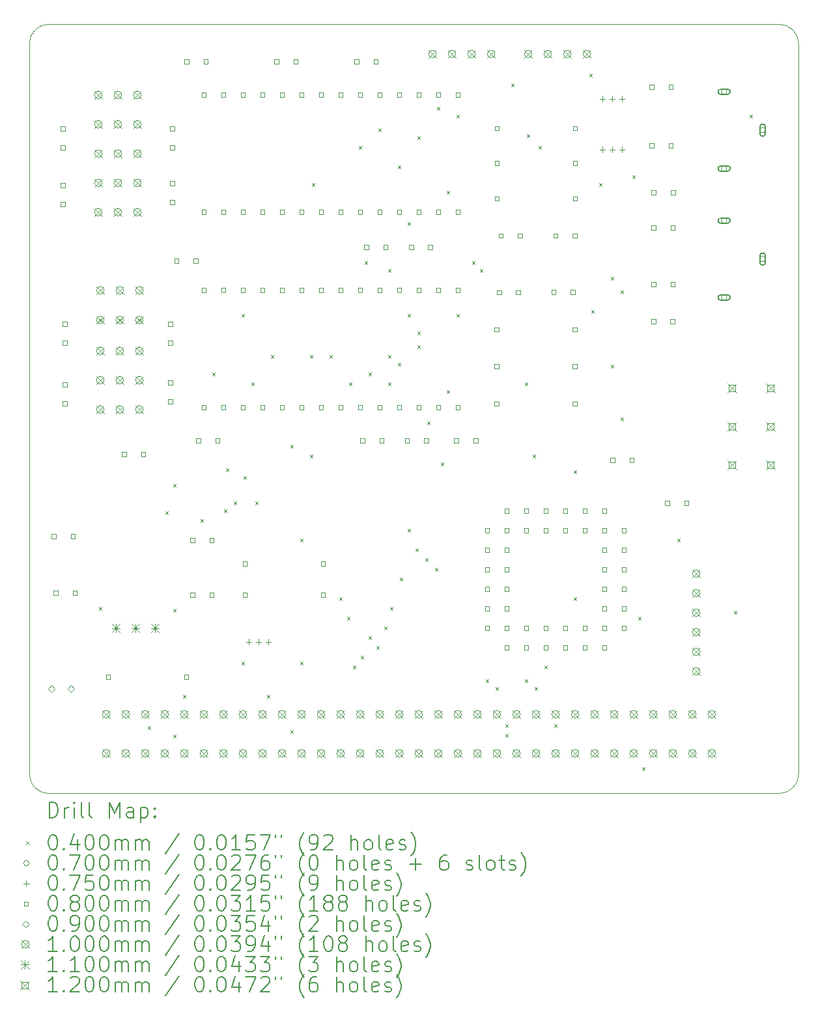
<source format=gbr>
%TF.GenerationSoftware,KiCad,Pcbnew,7.0.8*%
%TF.CreationDate,2024-01-05T15:28:03+00:00*%
%TF.ProjectId,AudioSID,41756469-6f53-4494-942e-6b696361645f,rev?*%
%TF.SameCoordinates,Original*%
%TF.FileFunction,Drillmap*%
%TF.FilePolarity,Positive*%
%FSLAX45Y45*%
G04 Gerber Fmt 4.5, Leading zero omitted, Abs format (unit mm)*
G04 Created by KiCad (PCBNEW 7.0.8) date 2024-01-05 15:28:03*
%MOMM*%
%LPD*%
G01*
G04 APERTURE LIST*
%ADD10C,0.050000*%
%ADD11C,0.200000*%
%ADD12C,0.040000*%
%ADD13C,0.070000*%
%ADD14C,0.075000*%
%ADD15C,0.080000*%
%ADD16C,0.090000*%
%ADD17C,0.100000*%
%ADD18C,0.110000*%
%ADD19C,0.120000*%
G04 APERTURE END LIST*
D10*
X20000000Y-11250000D02*
X20000000Y-10750000D01*
X20000000Y-10750000D02*
X20000000Y-5250000D01*
X19750000Y-15000000D02*
X10250000Y-15000000D01*
X10000000Y-14750000D02*
X10000000Y-5250000D01*
X10250000Y-5000000D02*
X19750000Y-5000000D01*
X10000000Y-14750000D02*
G75*
G03*
X10250000Y-15000000I250000J0D01*
G01*
X10250000Y-5000000D02*
G75*
G03*
X10000000Y-5250000I0J-250000D01*
G01*
X20000000Y-14750000D02*
X20000000Y-11250000D01*
X19750000Y-15000000D02*
G75*
G03*
X20000000Y-14750000I0J250000D01*
G01*
X20000000Y-5250000D02*
G75*
G03*
X19750000Y-5000000I-250000J0D01*
G01*
D11*
D12*
X10902000Y-12578400D02*
X10942000Y-12618400D01*
X10942000Y-12578400D02*
X10902000Y-12618400D01*
X11537000Y-14127800D02*
X11577000Y-14167800D01*
X11577000Y-14127800D02*
X11537000Y-14167800D01*
X11765600Y-11333800D02*
X11805600Y-11373800D01*
X11805600Y-11333800D02*
X11765600Y-11373800D01*
X11867200Y-10978200D02*
X11907200Y-11018200D01*
X11907200Y-10978200D02*
X11867200Y-11018200D01*
X11867200Y-12603800D02*
X11907200Y-12643800D01*
X11907200Y-12603800D02*
X11867200Y-12643800D01*
X11867200Y-14233150D02*
X11907200Y-14273150D01*
X11907200Y-14233150D02*
X11867200Y-14273150D01*
X11994200Y-13721400D02*
X12034200Y-13761400D01*
X12034200Y-13721400D02*
X11994200Y-13761400D01*
X12222800Y-11435400D02*
X12262800Y-11475400D01*
X12262800Y-11435400D02*
X12222800Y-11475400D01*
X12375200Y-9530400D02*
X12415200Y-9570400D01*
X12415200Y-9530400D02*
X12375200Y-9570400D01*
X12527600Y-11308400D02*
X12567600Y-11348400D01*
X12567600Y-11308400D02*
X12527600Y-11348400D01*
X12553000Y-10775000D02*
X12593000Y-10815000D01*
X12593000Y-10775000D02*
X12553000Y-10815000D01*
X12654600Y-11206800D02*
X12694600Y-11246800D01*
X12694600Y-11206800D02*
X12654600Y-11246800D01*
X12756200Y-8768400D02*
X12796200Y-8808400D01*
X12796200Y-8768400D02*
X12756200Y-8808400D01*
X12756200Y-13289600D02*
X12796200Y-13329600D01*
X12796200Y-13289600D02*
X12756200Y-13329600D01*
X12781600Y-10876600D02*
X12821600Y-10916600D01*
X12821600Y-10876600D02*
X12781600Y-10916600D01*
X12883200Y-9657400D02*
X12923200Y-9697400D01*
X12923200Y-9657400D02*
X12883200Y-9697400D01*
X12934000Y-11206800D02*
X12974000Y-11246800D01*
X12974000Y-11206800D02*
X12934000Y-11246800D01*
X13086400Y-13721400D02*
X13126400Y-13761400D01*
X13126400Y-13721400D02*
X13086400Y-13761400D01*
X13137200Y-9301800D02*
X13177200Y-9341800D01*
X13177200Y-9301800D02*
X13137200Y-9341800D01*
X13391200Y-10470200D02*
X13431200Y-10510200D01*
X13431200Y-10470200D02*
X13391200Y-10510200D01*
X13391200Y-14178600D02*
X13431200Y-14218600D01*
X13431200Y-14178600D02*
X13391200Y-14218600D01*
X13518200Y-11689400D02*
X13558200Y-11729400D01*
X13558200Y-11689400D02*
X13518200Y-11729400D01*
X13518200Y-13289600D02*
X13558200Y-13329600D01*
X13558200Y-13289600D02*
X13518200Y-13329600D01*
X13645200Y-9301800D02*
X13685200Y-9341800D01*
X13685200Y-9301800D02*
X13645200Y-9341800D01*
X13645200Y-10597200D02*
X13685200Y-10637200D01*
X13685200Y-10597200D02*
X13645200Y-10637200D01*
X13670600Y-7066600D02*
X13710600Y-7106600D01*
X13710600Y-7066600D02*
X13670600Y-7106600D01*
X13899200Y-9301800D02*
X13939200Y-9341800D01*
X13939200Y-9301800D02*
X13899200Y-9341800D01*
X14026200Y-12451400D02*
X14066200Y-12491400D01*
X14066200Y-12451400D02*
X14026200Y-12491400D01*
X14127800Y-12705400D02*
X14167800Y-12745400D01*
X14167800Y-12705400D02*
X14127800Y-12745400D01*
X14153200Y-9657400D02*
X14193200Y-9697400D01*
X14193200Y-9657400D02*
X14153200Y-9697400D01*
X14204000Y-13340400D02*
X14244000Y-13380400D01*
X14244000Y-13340400D02*
X14204000Y-13380400D01*
X14280200Y-6584000D02*
X14320200Y-6624000D01*
X14320200Y-6584000D02*
X14280200Y-6624000D01*
X14305600Y-13213400D02*
X14345600Y-13253400D01*
X14345600Y-13213400D02*
X14305600Y-13253400D01*
X14356400Y-8082600D02*
X14396400Y-8122600D01*
X14396400Y-8082600D02*
X14356400Y-8122600D01*
X14407200Y-9530400D02*
X14447200Y-9570400D01*
X14447200Y-9530400D02*
X14407200Y-9570400D01*
X14407200Y-12959400D02*
X14447200Y-12999400D01*
X14447200Y-12959400D02*
X14407200Y-12999400D01*
X14508800Y-13086400D02*
X14548800Y-13126400D01*
X14548800Y-13086400D02*
X14508800Y-13126400D01*
X14534200Y-6355400D02*
X14574200Y-6395400D01*
X14574200Y-6355400D02*
X14534200Y-6395400D01*
X14610400Y-12832400D02*
X14650400Y-12872400D01*
X14650400Y-12832400D02*
X14610400Y-12872400D01*
X14661200Y-8184200D02*
X14701200Y-8224200D01*
X14701200Y-8184200D02*
X14661200Y-8224200D01*
X14661200Y-9301800D02*
X14701200Y-9341800D01*
X14701200Y-9301800D02*
X14661200Y-9341800D01*
X14661200Y-9657400D02*
X14701200Y-9697400D01*
X14701200Y-9657400D02*
X14661200Y-9697400D01*
X14686600Y-12578400D02*
X14726600Y-12618400D01*
X14726600Y-12578400D02*
X14686600Y-12618400D01*
X14788200Y-6838000D02*
X14828200Y-6878000D01*
X14828200Y-6838000D02*
X14788200Y-6878000D01*
X14788200Y-9403400D02*
X14828200Y-9443400D01*
X14828200Y-9403400D02*
X14788200Y-9443400D01*
X14813600Y-12197400D02*
X14853600Y-12237400D01*
X14853600Y-12197400D02*
X14813600Y-12237400D01*
X14915200Y-7574600D02*
X14955200Y-7614600D01*
X14955200Y-7574600D02*
X14915200Y-7614600D01*
X14915200Y-8768400D02*
X14955200Y-8808400D01*
X14955200Y-8768400D02*
X14915200Y-8808400D01*
X14915200Y-11562400D02*
X14955200Y-11602400D01*
X14955200Y-11562400D02*
X14915200Y-11602400D01*
X15016800Y-11816400D02*
X15056800Y-11856400D01*
X15056800Y-11816400D02*
X15016800Y-11856400D01*
X15042200Y-6457000D02*
X15082200Y-6497000D01*
X15082200Y-6457000D02*
X15042200Y-6497000D01*
X15042200Y-8997000D02*
X15082200Y-9037000D01*
X15082200Y-8997000D02*
X15042200Y-9037000D01*
X15042200Y-9174800D02*
X15082200Y-9214800D01*
X15082200Y-9174800D02*
X15042200Y-9214800D01*
X15143800Y-11943400D02*
X15183800Y-11983400D01*
X15183800Y-11943400D02*
X15143800Y-11983400D01*
X15169200Y-10165400D02*
X15209200Y-10205400D01*
X15209200Y-10165400D02*
X15169200Y-10205400D01*
X15270800Y-12070400D02*
X15310800Y-12110400D01*
X15310800Y-12070400D02*
X15270800Y-12110400D01*
X15296200Y-6076000D02*
X15336200Y-6116000D01*
X15336200Y-6076000D02*
X15296200Y-6116000D01*
X15347000Y-10698800D02*
X15387000Y-10738800D01*
X15387000Y-10698800D02*
X15347000Y-10738800D01*
X15423200Y-7168200D02*
X15463200Y-7208200D01*
X15463200Y-7168200D02*
X15423200Y-7208200D01*
X15423200Y-9759000D02*
X15463200Y-9799000D01*
X15463200Y-9759000D02*
X15423200Y-9799000D01*
X15550200Y-6177600D02*
X15590200Y-6217600D01*
X15590200Y-6177600D02*
X15550200Y-6217600D01*
X15550200Y-8768400D02*
X15590200Y-8808400D01*
X15590200Y-8768400D02*
X15550200Y-8808400D01*
X15753400Y-8082600D02*
X15793400Y-8122600D01*
X15793400Y-8082600D02*
X15753400Y-8122600D01*
X15855000Y-8184200D02*
X15895000Y-8224200D01*
X15895000Y-8184200D02*
X15855000Y-8224200D01*
X15931200Y-13518200D02*
X15971200Y-13558200D01*
X15971200Y-13518200D02*
X15931200Y-13558200D01*
X16058200Y-13619800D02*
X16098200Y-13659800D01*
X16098200Y-13619800D02*
X16058200Y-13659800D01*
X16185200Y-14102400D02*
X16225200Y-14142400D01*
X16225200Y-14102400D02*
X16185200Y-14142400D01*
X16185200Y-14229400D02*
X16225200Y-14269400D01*
X16225200Y-14229400D02*
X16185200Y-14269400D01*
X16261400Y-5771200D02*
X16301400Y-5811200D01*
X16301400Y-5771200D02*
X16261400Y-5811200D01*
X16439200Y-9657400D02*
X16479200Y-9697400D01*
X16479200Y-9657400D02*
X16439200Y-9697400D01*
X16439200Y-13518200D02*
X16479200Y-13558200D01*
X16479200Y-13518200D02*
X16439200Y-13558200D01*
X16464600Y-6431600D02*
X16504600Y-6471600D01*
X16504600Y-6431600D02*
X16464600Y-6471600D01*
X16540800Y-10597200D02*
X16580800Y-10637200D01*
X16580800Y-10597200D02*
X16540800Y-10637200D01*
X16566200Y-13619800D02*
X16606200Y-13659800D01*
X16606200Y-13619800D02*
X16566200Y-13659800D01*
X16617000Y-6584000D02*
X16657000Y-6624000D01*
X16657000Y-6584000D02*
X16617000Y-6624000D01*
X16693200Y-13340400D02*
X16733200Y-13380400D01*
X16733200Y-13340400D02*
X16693200Y-13380400D01*
X16820200Y-14102400D02*
X16860200Y-14142400D01*
X16860200Y-14102400D02*
X16820200Y-14142400D01*
X17074200Y-10800400D02*
X17114200Y-10840400D01*
X17114200Y-10800400D02*
X17074200Y-10840400D01*
X17074200Y-12451400D02*
X17114200Y-12491400D01*
X17114200Y-12451400D02*
X17074200Y-12491400D01*
X17277400Y-5644200D02*
X17317400Y-5684200D01*
X17317400Y-5644200D02*
X17277400Y-5684200D01*
X17302800Y-8717600D02*
X17342800Y-8757600D01*
X17342800Y-8717600D02*
X17302800Y-8757600D01*
X17404400Y-7066600D02*
X17444400Y-7106600D01*
X17444400Y-7066600D02*
X17404400Y-7106600D01*
X17556800Y-8285800D02*
X17596800Y-8325800D01*
X17596800Y-8285800D02*
X17556800Y-8325800D01*
X17556800Y-9428800D02*
X17596800Y-9468800D01*
X17596800Y-9428800D02*
X17556800Y-9468800D01*
X17683800Y-8463600D02*
X17723800Y-8503600D01*
X17723800Y-8463600D02*
X17683800Y-8503600D01*
X17683800Y-10114600D02*
X17723800Y-10154600D01*
X17723800Y-10114600D02*
X17683800Y-10154600D01*
X17836200Y-6965000D02*
X17876200Y-7005000D01*
X17876200Y-6965000D02*
X17836200Y-7005000D01*
X17912400Y-12705400D02*
X17952400Y-12745400D01*
X17952400Y-12705400D02*
X17912400Y-12745400D01*
X17963200Y-14661200D02*
X18003200Y-14701200D01*
X18003200Y-14661200D02*
X17963200Y-14701200D01*
X18420400Y-11689400D02*
X18460400Y-11729400D01*
X18460400Y-11689400D02*
X18420400Y-11729400D01*
X19157000Y-12629200D02*
X19197000Y-12669200D01*
X19197000Y-12629200D02*
X19157000Y-12669200D01*
X19360200Y-6177600D02*
X19400200Y-6217600D01*
X19400200Y-6177600D02*
X19360200Y-6217600D01*
D13*
X19067600Y-5875400D02*
G75*
G03*
X19067600Y-5875400I-35000J0D01*
G01*
D11*
X19077600Y-5840400D02*
X18987600Y-5840400D01*
X18987600Y-5840400D02*
G75*
G03*
X18987600Y-5910400I0J-35000D01*
G01*
X18987600Y-5910400D02*
X19077600Y-5910400D01*
X19077600Y-5910400D02*
G75*
G03*
X19077600Y-5840400I0J35000D01*
G01*
D13*
X19067600Y-6875400D02*
G75*
G03*
X19067600Y-6875400I-35000J0D01*
G01*
D11*
X19077600Y-6840400D02*
X18987600Y-6840400D01*
X18987600Y-6840400D02*
G75*
G03*
X18987600Y-6910400I0J-35000D01*
G01*
X18987600Y-6910400D02*
X19077600Y-6910400D01*
X19077600Y-6910400D02*
G75*
G03*
X19077600Y-6840400I0J35000D01*
G01*
D13*
X19067600Y-7551800D02*
G75*
G03*
X19067600Y-7551800I-35000J0D01*
G01*
D11*
X19077600Y-7516800D02*
X18987600Y-7516800D01*
X18987600Y-7516800D02*
G75*
G03*
X18987600Y-7586800I0J-35000D01*
G01*
X18987600Y-7586800D02*
X19077600Y-7586800D01*
X19077600Y-7586800D02*
G75*
G03*
X19077600Y-7516800I0J35000D01*
G01*
D13*
X19067600Y-8551800D02*
G75*
G03*
X19067600Y-8551800I-35000J0D01*
G01*
D11*
X19077600Y-8516800D02*
X18987600Y-8516800D01*
X18987600Y-8516800D02*
G75*
G03*
X18987600Y-8586800I0J-35000D01*
G01*
X18987600Y-8586800D02*
X19077600Y-8586800D01*
X19077600Y-8586800D02*
G75*
G03*
X19077600Y-8516800I0J35000D01*
G01*
D13*
X19567600Y-6375400D02*
G75*
G03*
X19567600Y-6375400I-35000J0D01*
G01*
D11*
X19567600Y-6420400D02*
X19567600Y-6330400D01*
X19567600Y-6330400D02*
G75*
G03*
X19497600Y-6330400I-35000J0D01*
G01*
X19497600Y-6330400D02*
X19497600Y-6420400D01*
X19497600Y-6420400D02*
G75*
G03*
X19567600Y-6420400I35000J0D01*
G01*
D13*
X19567600Y-8051800D02*
G75*
G03*
X19567600Y-8051800I-35000J0D01*
G01*
D11*
X19567600Y-8096800D02*
X19567600Y-8006800D01*
X19567600Y-8006800D02*
G75*
G03*
X19497600Y-8006800I-35000J0D01*
G01*
X19497600Y-8006800D02*
X19497600Y-8096800D01*
X19497600Y-8096800D02*
G75*
G03*
X19567600Y-8096800I35000J0D01*
G01*
D14*
X12852400Y-12992700D02*
X12852400Y-13067700D01*
X12814900Y-13030200D02*
X12889900Y-13030200D01*
X12979400Y-12992700D02*
X12979400Y-13067700D01*
X12941900Y-13030200D02*
X13016900Y-13030200D01*
X13106400Y-12992700D02*
X13106400Y-13067700D01*
X13068900Y-13030200D02*
X13143900Y-13030200D01*
X17449800Y-5931500D02*
X17449800Y-6006500D01*
X17412300Y-5969000D02*
X17487300Y-5969000D01*
X17449800Y-6591900D02*
X17449800Y-6666900D01*
X17412300Y-6629400D02*
X17487300Y-6629400D01*
X17576800Y-5931500D02*
X17576800Y-6006500D01*
X17539300Y-5969000D02*
X17614300Y-5969000D01*
X17576800Y-6591900D02*
X17576800Y-6666900D01*
X17539300Y-6629400D02*
X17614300Y-6629400D01*
X17703800Y-5931500D02*
X17703800Y-6006500D01*
X17666300Y-5969000D02*
X17741300Y-5969000D01*
X17703800Y-6591900D02*
X17703800Y-6666900D01*
X17666300Y-6629400D02*
X17741300Y-6629400D01*
D15*
X10344685Y-11686884D02*
X10344685Y-11630315D01*
X10288116Y-11630315D01*
X10288116Y-11686884D01*
X10344685Y-11686884D01*
X10370085Y-12423484D02*
X10370085Y-12366915D01*
X10313516Y-12366915D01*
X10313516Y-12423484D01*
X10370085Y-12423484D01*
X10466185Y-6382284D02*
X10466185Y-6325715D01*
X10409616Y-6325715D01*
X10409616Y-6382284D01*
X10466185Y-6382284D01*
X10466185Y-6632284D02*
X10466185Y-6575715D01*
X10409616Y-6575715D01*
X10409616Y-6632284D01*
X10466185Y-6632284D01*
X10466185Y-7118884D02*
X10466185Y-7062315D01*
X10409616Y-7062315D01*
X10409616Y-7118884D01*
X10466185Y-7118884D01*
X10466185Y-7368884D02*
X10466185Y-7312315D01*
X10409616Y-7312315D01*
X10409616Y-7368884D01*
X10466185Y-7368884D01*
X10491585Y-8922285D02*
X10491585Y-8865716D01*
X10435016Y-8865716D01*
X10435016Y-8922285D01*
X10491585Y-8922285D01*
X10491585Y-9172285D02*
X10491585Y-9115716D01*
X10435016Y-9115716D01*
X10435016Y-9172285D01*
X10491585Y-9172285D01*
X10491585Y-9709685D02*
X10491585Y-9653116D01*
X10435016Y-9653116D01*
X10435016Y-9709685D01*
X10491585Y-9709685D01*
X10491585Y-9959685D02*
X10491585Y-9903116D01*
X10435016Y-9903116D01*
X10435016Y-9959685D01*
X10491585Y-9959685D01*
X10594685Y-11686884D02*
X10594685Y-11630315D01*
X10538116Y-11630315D01*
X10538116Y-11686884D01*
X10594685Y-11686884D01*
X10620085Y-12423484D02*
X10620085Y-12366915D01*
X10563516Y-12366915D01*
X10563516Y-12423484D01*
X10620085Y-12423484D01*
X11051885Y-13515684D02*
X11051885Y-13459115D01*
X10995316Y-13459115D01*
X10995316Y-13515684D01*
X11051885Y-13515684D01*
X11259084Y-10620085D02*
X11259084Y-10563516D01*
X11202515Y-10563516D01*
X11202515Y-10620085D01*
X11259084Y-10620085D01*
X11509084Y-10620085D02*
X11509084Y-10563516D01*
X11452515Y-10563516D01*
X11452515Y-10620085D01*
X11509084Y-10620085D01*
X11863184Y-8922285D02*
X11863184Y-8865716D01*
X11806615Y-8865716D01*
X11806615Y-8922285D01*
X11863184Y-8922285D01*
X11863184Y-9172285D02*
X11863184Y-9115716D01*
X11806615Y-9115716D01*
X11806615Y-9172285D01*
X11863184Y-9172285D01*
X11863184Y-9684285D02*
X11863184Y-9627716D01*
X11806615Y-9627716D01*
X11806615Y-9684285D01*
X11863184Y-9684285D01*
X11863184Y-9934285D02*
X11863184Y-9877716D01*
X11806615Y-9877716D01*
X11806615Y-9934285D01*
X11863184Y-9934285D01*
X11888584Y-6382284D02*
X11888584Y-6325715D01*
X11832015Y-6325715D01*
X11832015Y-6382284D01*
X11888584Y-6382284D01*
X11888584Y-6632284D02*
X11888584Y-6575715D01*
X11832015Y-6575715D01*
X11832015Y-6632284D01*
X11888584Y-6632284D01*
X11888584Y-7093484D02*
X11888584Y-7036915D01*
X11832015Y-7036915D01*
X11832015Y-7093484D01*
X11888584Y-7093484D01*
X11888584Y-7343484D02*
X11888584Y-7286915D01*
X11832015Y-7286915D01*
X11832015Y-7343484D01*
X11888584Y-7343484D01*
X11940884Y-8105484D02*
X11940884Y-8048915D01*
X11884315Y-8048915D01*
X11884315Y-8105484D01*
X11940884Y-8105484D01*
X12067884Y-13515684D02*
X12067884Y-13459115D01*
X12011315Y-13459115D01*
X12011315Y-13515684D01*
X12067884Y-13515684D01*
X12071884Y-5514685D02*
X12071884Y-5458116D01*
X12015315Y-5458116D01*
X12015315Y-5514685D01*
X12071884Y-5514685D01*
X12148084Y-11737684D02*
X12148084Y-11681115D01*
X12091515Y-11681115D01*
X12091515Y-11737684D01*
X12148084Y-11737684D01*
X12148084Y-12448884D02*
X12148084Y-12392315D01*
X12091515Y-12392315D01*
X12091515Y-12448884D01*
X12148084Y-12448884D01*
X12190884Y-8105484D02*
X12190884Y-8048915D01*
X12134315Y-8048915D01*
X12134315Y-8105484D01*
X12190884Y-8105484D01*
X12224284Y-10442285D02*
X12224284Y-10385716D01*
X12167715Y-10385716D01*
X12167715Y-10442285D01*
X12224284Y-10442285D01*
X12296484Y-5946484D02*
X12296484Y-5889915D01*
X12239915Y-5889915D01*
X12239915Y-5946484D01*
X12296484Y-5946484D01*
X12296484Y-7470484D02*
X12296484Y-7413915D01*
X12239915Y-7413915D01*
X12239915Y-7470484D01*
X12296484Y-7470484D01*
X12296484Y-8486485D02*
X12296484Y-8429916D01*
X12239915Y-8429916D01*
X12239915Y-8486485D01*
X12296484Y-8486485D01*
X12296484Y-10010485D02*
X12296484Y-9953916D01*
X12239915Y-9953916D01*
X12239915Y-10010485D01*
X12296484Y-10010485D01*
X12321884Y-5514685D02*
X12321884Y-5458116D01*
X12265315Y-5458116D01*
X12265315Y-5514685D01*
X12321884Y-5514685D01*
X12398084Y-11737684D02*
X12398084Y-11681115D01*
X12341515Y-11681115D01*
X12341515Y-11737684D01*
X12398084Y-11737684D01*
X12398084Y-12448884D02*
X12398084Y-12392315D01*
X12341515Y-12392315D01*
X12341515Y-12448884D01*
X12398084Y-12448884D01*
X12474284Y-10442285D02*
X12474284Y-10385716D01*
X12417715Y-10385716D01*
X12417715Y-10442285D01*
X12474284Y-10442285D01*
X12550484Y-5946484D02*
X12550484Y-5889915D01*
X12493915Y-5889915D01*
X12493915Y-5946484D01*
X12550484Y-5946484D01*
X12550484Y-7470484D02*
X12550484Y-7413915D01*
X12493915Y-7413915D01*
X12493915Y-7470484D01*
X12550484Y-7470484D01*
X12550484Y-8486485D02*
X12550484Y-8429916D01*
X12493915Y-8429916D01*
X12493915Y-8486485D01*
X12550484Y-8486485D01*
X12550484Y-10010485D02*
X12550484Y-9953916D01*
X12493915Y-9953916D01*
X12493915Y-10010485D01*
X12550484Y-10010485D01*
X12804484Y-5946484D02*
X12804484Y-5889915D01*
X12747915Y-5889915D01*
X12747915Y-5946484D01*
X12804484Y-5946484D01*
X12804484Y-7470484D02*
X12804484Y-7413915D01*
X12747915Y-7413915D01*
X12747915Y-7470484D01*
X12804484Y-7470484D01*
X12804484Y-8486485D02*
X12804484Y-8429916D01*
X12747915Y-8429916D01*
X12747915Y-8486485D01*
X12804484Y-8486485D01*
X12804484Y-10010485D02*
X12804484Y-9953916D01*
X12747915Y-9953916D01*
X12747915Y-10010485D01*
X12804484Y-10010485D01*
X12829884Y-12042484D02*
X12829884Y-11985915D01*
X12773315Y-11985915D01*
X12773315Y-12042484D01*
X12829884Y-12042484D01*
X12829884Y-12448884D02*
X12829884Y-12392315D01*
X12773315Y-12392315D01*
X12773315Y-12448884D01*
X12829884Y-12448884D01*
X13058484Y-5946484D02*
X13058484Y-5889915D01*
X13001915Y-5889915D01*
X13001915Y-5946484D01*
X13058484Y-5946484D01*
X13058484Y-7470484D02*
X13058484Y-7413915D01*
X13001915Y-7413915D01*
X13001915Y-7470484D01*
X13058484Y-7470484D01*
X13058484Y-8486485D02*
X13058484Y-8429916D01*
X13001915Y-8429916D01*
X13001915Y-8486485D01*
X13058484Y-8486485D01*
X13058484Y-10010485D02*
X13058484Y-9953916D01*
X13001915Y-9953916D01*
X13001915Y-10010485D01*
X13058484Y-10010485D01*
X13240284Y-5514685D02*
X13240284Y-5458116D01*
X13183715Y-5458116D01*
X13183715Y-5514685D01*
X13240284Y-5514685D01*
X13312484Y-5946484D02*
X13312484Y-5889915D01*
X13255915Y-5889915D01*
X13255915Y-5946484D01*
X13312484Y-5946484D01*
X13312484Y-7470484D02*
X13312484Y-7413915D01*
X13255915Y-7413915D01*
X13255915Y-7470484D01*
X13312484Y-7470484D01*
X13312484Y-8486485D02*
X13312484Y-8429916D01*
X13255915Y-8429916D01*
X13255915Y-8486485D01*
X13312484Y-8486485D01*
X13312484Y-10010485D02*
X13312484Y-9953916D01*
X13255915Y-9953916D01*
X13255915Y-10010485D01*
X13312484Y-10010485D01*
X13490284Y-5514685D02*
X13490284Y-5458116D01*
X13433715Y-5458116D01*
X13433715Y-5514685D01*
X13490284Y-5514685D01*
X13566484Y-5946484D02*
X13566484Y-5889915D01*
X13509915Y-5889915D01*
X13509915Y-5946484D01*
X13566484Y-5946484D01*
X13566484Y-7470484D02*
X13566484Y-7413915D01*
X13509915Y-7413915D01*
X13509915Y-7470484D01*
X13566484Y-7470484D01*
X13566484Y-8486485D02*
X13566484Y-8429916D01*
X13509915Y-8429916D01*
X13509915Y-8486485D01*
X13566484Y-8486485D01*
X13566484Y-10010485D02*
X13566484Y-9953916D01*
X13509915Y-9953916D01*
X13509915Y-10010485D01*
X13566484Y-10010485D01*
X13820484Y-5946484D02*
X13820484Y-5889915D01*
X13763915Y-5889915D01*
X13763915Y-5946484D01*
X13820484Y-5946484D01*
X13820484Y-7470484D02*
X13820484Y-7413915D01*
X13763915Y-7413915D01*
X13763915Y-7470484D01*
X13820484Y-7470484D01*
X13820484Y-8486485D02*
X13820484Y-8429916D01*
X13763915Y-8429916D01*
X13763915Y-8486485D01*
X13820484Y-8486485D01*
X13820484Y-10010485D02*
X13820484Y-9953916D01*
X13763915Y-9953916D01*
X13763915Y-10010485D01*
X13820484Y-10010485D01*
X13845884Y-12042484D02*
X13845884Y-11985915D01*
X13789315Y-11985915D01*
X13789315Y-12042484D01*
X13845884Y-12042484D01*
X13845884Y-12448884D02*
X13845884Y-12392315D01*
X13789315Y-12392315D01*
X13789315Y-12448884D01*
X13845884Y-12448884D01*
X14074484Y-5946484D02*
X14074484Y-5889915D01*
X14017915Y-5889915D01*
X14017915Y-5946484D01*
X14074484Y-5946484D01*
X14074484Y-7470484D02*
X14074484Y-7413915D01*
X14017915Y-7413915D01*
X14017915Y-7470484D01*
X14074484Y-7470484D01*
X14074484Y-8486485D02*
X14074484Y-8429916D01*
X14017915Y-8429916D01*
X14017915Y-8486485D01*
X14074484Y-8486485D01*
X14074484Y-10010485D02*
X14074484Y-9953916D01*
X14017915Y-9953916D01*
X14017915Y-10010485D01*
X14074484Y-10010485D01*
X14281684Y-5514685D02*
X14281684Y-5458116D01*
X14225115Y-5458116D01*
X14225115Y-5514685D01*
X14281684Y-5514685D01*
X14328484Y-5946484D02*
X14328484Y-5889915D01*
X14271915Y-5889915D01*
X14271915Y-5946484D01*
X14328484Y-5946484D01*
X14328484Y-7470484D02*
X14328484Y-7413915D01*
X14271915Y-7413915D01*
X14271915Y-7470484D01*
X14328484Y-7470484D01*
X14328484Y-8486485D02*
X14328484Y-8429916D01*
X14271915Y-8429916D01*
X14271915Y-8486485D01*
X14328484Y-8486485D01*
X14328484Y-10010485D02*
X14328484Y-9953916D01*
X14271915Y-9953916D01*
X14271915Y-10010485D01*
X14328484Y-10010485D01*
X14357884Y-10442285D02*
X14357884Y-10385716D01*
X14301315Y-10385716D01*
X14301315Y-10442285D01*
X14357884Y-10442285D01*
X14408684Y-7927684D02*
X14408684Y-7871115D01*
X14352115Y-7871115D01*
X14352115Y-7927684D01*
X14408684Y-7927684D01*
X14531684Y-5514685D02*
X14531684Y-5458116D01*
X14475115Y-5458116D01*
X14475115Y-5514685D01*
X14531684Y-5514685D01*
X14582484Y-5946484D02*
X14582484Y-5889915D01*
X14525915Y-5889915D01*
X14525915Y-5946484D01*
X14582484Y-5946484D01*
X14582484Y-7470484D02*
X14582484Y-7413915D01*
X14525915Y-7413915D01*
X14525915Y-7470484D01*
X14582484Y-7470484D01*
X14582484Y-8486485D02*
X14582484Y-8429916D01*
X14525915Y-8429916D01*
X14525915Y-8486485D01*
X14582484Y-8486485D01*
X14582484Y-10010485D02*
X14582484Y-9953916D01*
X14525915Y-9953916D01*
X14525915Y-10010485D01*
X14582484Y-10010485D01*
X14607884Y-10442285D02*
X14607884Y-10385716D01*
X14551315Y-10385716D01*
X14551315Y-10442285D01*
X14607884Y-10442285D01*
X14658684Y-7927684D02*
X14658684Y-7871115D01*
X14602115Y-7871115D01*
X14602115Y-7927684D01*
X14658684Y-7927684D01*
X14836484Y-5946484D02*
X14836484Y-5889915D01*
X14779915Y-5889915D01*
X14779915Y-5946484D01*
X14836484Y-5946484D01*
X14836484Y-7470484D02*
X14836484Y-7413915D01*
X14779915Y-7413915D01*
X14779915Y-7470484D01*
X14836484Y-7470484D01*
X14836484Y-8486485D02*
X14836484Y-8429916D01*
X14779915Y-8429916D01*
X14779915Y-8486485D01*
X14836484Y-8486485D01*
X14836484Y-10010485D02*
X14836484Y-9953916D01*
X14779915Y-9953916D01*
X14779915Y-10010485D01*
X14836484Y-10010485D01*
X14938084Y-10442285D02*
X14938084Y-10385716D01*
X14881515Y-10385716D01*
X14881515Y-10442285D01*
X14938084Y-10442285D01*
X14990884Y-7927684D02*
X14990884Y-7871115D01*
X14934315Y-7871115D01*
X14934315Y-7927684D01*
X14990884Y-7927684D01*
X15090484Y-5946484D02*
X15090484Y-5889915D01*
X15033915Y-5889915D01*
X15033915Y-5946484D01*
X15090484Y-5946484D01*
X15090484Y-7470484D02*
X15090484Y-7413915D01*
X15033915Y-7413915D01*
X15033915Y-7470484D01*
X15090484Y-7470484D01*
X15090484Y-8486485D02*
X15090484Y-8429916D01*
X15033915Y-8429916D01*
X15033915Y-8486485D01*
X15090484Y-8486485D01*
X15090484Y-10010485D02*
X15090484Y-9953916D01*
X15033915Y-9953916D01*
X15033915Y-10010485D01*
X15090484Y-10010485D01*
X15188084Y-10442285D02*
X15188084Y-10385716D01*
X15131515Y-10385716D01*
X15131515Y-10442285D01*
X15188084Y-10442285D01*
X15240884Y-7927684D02*
X15240884Y-7871115D01*
X15184315Y-7871115D01*
X15184315Y-7927684D01*
X15240884Y-7927684D01*
X15344484Y-5946484D02*
X15344484Y-5889915D01*
X15287915Y-5889915D01*
X15287915Y-5946484D01*
X15344484Y-5946484D01*
X15344484Y-7470484D02*
X15344484Y-7413915D01*
X15287915Y-7413915D01*
X15287915Y-7470484D01*
X15344484Y-7470484D01*
X15344484Y-8486485D02*
X15344484Y-8429916D01*
X15287915Y-8429916D01*
X15287915Y-8486485D01*
X15344484Y-8486485D01*
X15344484Y-10010485D02*
X15344484Y-9953916D01*
X15287915Y-9953916D01*
X15287915Y-10010485D01*
X15344484Y-10010485D01*
X15579084Y-10442285D02*
X15579084Y-10385716D01*
X15522515Y-10385716D01*
X15522515Y-10442285D01*
X15579084Y-10442285D01*
X15598484Y-5946484D02*
X15598484Y-5889915D01*
X15541915Y-5889915D01*
X15541915Y-5946484D01*
X15598484Y-5946484D01*
X15598484Y-7470484D02*
X15598484Y-7413915D01*
X15541915Y-7413915D01*
X15541915Y-7470484D01*
X15598484Y-7470484D01*
X15598484Y-8486485D02*
X15598484Y-8429916D01*
X15541915Y-8429916D01*
X15541915Y-8486485D01*
X15598484Y-8486485D01*
X15598484Y-10010485D02*
X15598484Y-9953916D01*
X15541915Y-9953916D01*
X15541915Y-10010485D01*
X15598484Y-10010485D01*
X15829084Y-10442285D02*
X15829084Y-10385716D01*
X15772515Y-10385716D01*
X15772515Y-10442285D01*
X15829084Y-10442285D01*
X15979484Y-11610684D02*
X15979484Y-11554115D01*
X15922915Y-11554115D01*
X15922915Y-11610684D01*
X15979484Y-11610684D01*
X15979484Y-11864684D02*
X15979484Y-11808115D01*
X15922915Y-11808115D01*
X15922915Y-11864684D01*
X15979484Y-11864684D01*
X15979484Y-12118684D02*
X15979484Y-12062115D01*
X15922915Y-12062115D01*
X15922915Y-12118684D01*
X15979484Y-12118684D01*
X15979484Y-12372684D02*
X15979484Y-12316115D01*
X15922915Y-12316115D01*
X15922915Y-12372684D01*
X15979484Y-12372684D01*
X15979484Y-12626684D02*
X15979484Y-12570115D01*
X15922915Y-12570115D01*
X15922915Y-12626684D01*
X15979484Y-12626684D01*
X15979484Y-12880684D02*
X15979484Y-12824115D01*
X15922915Y-12824115D01*
X15922915Y-12880684D01*
X15979484Y-12880684D01*
X16104484Y-8995885D02*
X16104484Y-8939316D01*
X16047915Y-8939316D01*
X16047915Y-8995885D01*
X16104484Y-8995885D01*
X16104484Y-9477085D02*
X16104484Y-9420516D01*
X16047915Y-9420516D01*
X16047915Y-9477085D01*
X16104484Y-9477085D01*
X16104484Y-9961085D02*
X16104484Y-9904516D01*
X16047915Y-9904516D01*
X16047915Y-9961085D01*
X16104484Y-9961085D01*
X16106484Y-6379684D02*
X16106484Y-6323115D01*
X16049915Y-6323115D01*
X16049915Y-6379684D01*
X16106484Y-6379684D01*
X16106484Y-6835484D02*
X16106484Y-6778915D01*
X16049915Y-6778915D01*
X16049915Y-6835484D01*
X16106484Y-6835484D01*
X16106484Y-7294084D02*
X16106484Y-7237515D01*
X16049915Y-7237515D01*
X16049915Y-7294084D01*
X16106484Y-7294084D01*
X16133884Y-8513285D02*
X16133884Y-8456716D01*
X16077315Y-8456716D01*
X16077315Y-8513285D01*
X16133884Y-8513285D01*
X16157284Y-7776684D02*
X16157284Y-7720115D01*
X16100715Y-7720115D01*
X16100715Y-7776684D01*
X16157284Y-7776684D01*
X16233484Y-11356684D02*
X16233484Y-11300115D01*
X16176915Y-11300115D01*
X16176915Y-11356684D01*
X16233484Y-11356684D01*
X16233484Y-11610684D02*
X16233484Y-11554115D01*
X16176915Y-11554115D01*
X16176915Y-11610684D01*
X16233484Y-11610684D01*
X16233484Y-11864684D02*
X16233484Y-11808115D01*
X16176915Y-11808115D01*
X16176915Y-11864684D01*
X16233484Y-11864684D01*
X16233484Y-12118684D02*
X16233484Y-12062115D01*
X16176915Y-12062115D01*
X16176915Y-12118684D01*
X16233484Y-12118684D01*
X16233484Y-12372684D02*
X16233484Y-12316115D01*
X16176915Y-12316115D01*
X16176915Y-12372684D01*
X16233484Y-12372684D01*
X16233484Y-12626684D02*
X16233484Y-12570115D01*
X16176915Y-12570115D01*
X16176915Y-12626684D01*
X16233484Y-12626684D01*
X16233484Y-12880684D02*
X16233484Y-12824115D01*
X16176915Y-12824115D01*
X16176915Y-12880684D01*
X16233484Y-12880684D01*
X16233484Y-13134684D02*
X16233484Y-13078115D01*
X16176915Y-13078115D01*
X16176915Y-13134684D01*
X16233484Y-13134684D01*
X16383884Y-8513285D02*
X16383884Y-8456716D01*
X16327315Y-8456716D01*
X16327315Y-8513285D01*
X16383884Y-8513285D01*
X16407284Y-7776684D02*
X16407284Y-7720115D01*
X16350715Y-7720115D01*
X16350715Y-7776684D01*
X16407284Y-7776684D01*
X16487484Y-11356684D02*
X16487484Y-11300115D01*
X16430915Y-11300115D01*
X16430915Y-11356684D01*
X16487484Y-11356684D01*
X16487484Y-11610684D02*
X16487484Y-11554115D01*
X16430915Y-11554115D01*
X16430915Y-11610684D01*
X16487484Y-11610684D01*
X16487484Y-12880684D02*
X16487484Y-12824115D01*
X16430915Y-12824115D01*
X16430915Y-12880684D01*
X16487484Y-12880684D01*
X16487484Y-13134684D02*
X16487484Y-13078115D01*
X16430915Y-13078115D01*
X16430915Y-13134684D01*
X16487484Y-13134684D01*
X16741484Y-11356684D02*
X16741484Y-11300115D01*
X16684915Y-11300115D01*
X16684915Y-11356684D01*
X16741484Y-11356684D01*
X16741484Y-11610684D02*
X16741484Y-11554115D01*
X16684915Y-11554115D01*
X16684915Y-11610684D01*
X16741484Y-11610684D01*
X16741484Y-12880684D02*
X16741484Y-12824115D01*
X16684915Y-12824115D01*
X16684915Y-12880684D01*
X16741484Y-12880684D01*
X16741484Y-13134684D02*
X16741484Y-13078115D01*
X16684915Y-13078115D01*
X16684915Y-13134684D01*
X16741484Y-13134684D01*
X16843085Y-8511885D02*
X16843085Y-8455316D01*
X16786516Y-8455316D01*
X16786516Y-8511885D01*
X16843085Y-8511885D01*
X16868485Y-7776684D02*
X16868485Y-7720115D01*
X16811916Y-7720115D01*
X16811916Y-7776684D01*
X16868485Y-7776684D01*
X16995485Y-11356684D02*
X16995485Y-11300115D01*
X16938916Y-11300115D01*
X16938916Y-11356684D01*
X16995485Y-11356684D01*
X16995485Y-11610684D02*
X16995485Y-11554115D01*
X16938916Y-11554115D01*
X16938916Y-11610684D01*
X16995485Y-11610684D01*
X16995485Y-12880684D02*
X16995485Y-12824115D01*
X16938916Y-12824115D01*
X16938916Y-12880684D01*
X16995485Y-12880684D01*
X16995485Y-13134684D02*
X16995485Y-13078115D01*
X16938916Y-13078115D01*
X16938916Y-13134684D01*
X16995485Y-13134684D01*
X17093085Y-8511885D02*
X17093085Y-8455316D01*
X17036516Y-8455316D01*
X17036516Y-8511885D01*
X17093085Y-8511885D01*
X17118485Y-7776684D02*
X17118485Y-7720115D01*
X17061916Y-7720115D01*
X17061916Y-7776684D01*
X17118485Y-7776684D01*
X17120485Y-8995885D02*
X17120485Y-8939316D01*
X17063916Y-8939316D01*
X17063916Y-8995885D01*
X17120485Y-8995885D01*
X17120485Y-9477085D02*
X17120485Y-9420516D01*
X17063916Y-9420516D01*
X17063916Y-9477085D01*
X17120485Y-9477085D01*
X17120485Y-9961085D02*
X17120485Y-9904516D01*
X17063916Y-9904516D01*
X17063916Y-9961085D01*
X17120485Y-9961085D01*
X17122485Y-6379684D02*
X17122485Y-6323115D01*
X17065916Y-6323115D01*
X17065916Y-6379684D01*
X17122485Y-6379684D01*
X17122485Y-6835484D02*
X17122485Y-6778915D01*
X17065916Y-6778915D01*
X17065916Y-6835484D01*
X17122485Y-6835484D01*
X17122485Y-7294084D02*
X17122485Y-7237515D01*
X17065916Y-7237515D01*
X17065916Y-7294084D01*
X17122485Y-7294084D01*
X17249485Y-11356684D02*
X17249485Y-11300115D01*
X17192916Y-11300115D01*
X17192916Y-11356684D01*
X17249485Y-11356684D01*
X17249485Y-11610684D02*
X17249485Y-11554115D01*
X17192916Y-11554115D01*
X17192916Y-11610684D01*
X17249485Y-11610684D01*
X17249485Y-12880684D02*
X17249485Y-12824115D01*
X17192916Y-12824115D01*
X17192916Y-12880684D01*
X17249485Y-12880684D01*
X17249485Y-13134684D02*
X17249485Y-13078115D01*
X17192916Y-13078115D01*
X17192916Y-13134684D01*
X17249485Y-13134684D01*
X17503485Y-11356684D02*
X17503485Y-11300115D01*
X17446916Y-11300115D01*
X17446916Y-11356684D01*
X17503485Y-11356684D01*
X17503485Y-11610684D02*
X17503485Y-11554115D01*
X17446916Y-11554115D01*
X17446916Y-11610684D01*
X17503485Y-11610684D01*
X17503485Y-11864684D02*
X17503485Y-11808115D01*
X17446916Y-11808115D01*
X17446916Y-11864684D01*
X17503485Y-11864684D01*
X17503485Y-12118684D02*
X17503485Y-12062115D01*
X17446916Y-12062115D01*
X17446916Y-12118684D01*
X17503485Y-12118684D01*
X17503485Y-12372684D02*
X17503485Y-12316115D01*
X17446916Y-12316115D01*
X17446916Y-12372684D01*
X17503485Y-12372684D01*
X17503485Y-12626684D02*
X17503485Y-12570115D01*
X17446916Y-12570115D01*
X17446916Y-12626684D01*
X17503485Y-12626684D01*
X17503485Y-12880684D02*
X17503485Y-12824115D01*
X17446916Y-12824115D01*
X17446916Y-12880684D01*
X17503485Y-12880684D01*
X17503485Y-13134684D02*
X17503485Y-13078115D01*
X17446916Y-13078115D01*
X17446916Y-13134684D01*
X17503485Y-13134684D01*
X17609085Y-10696285D02*
X17609085Y-10639716D01*
X17552516Y-10639716D01*
X17552516Y-10696285D01*
X17609085Y-10696285D01*
X17757485Y-11610684D02*
X17757485Y-11554115D01*
X17700916Y-11554115D01*
X17700916Y-11610684D01*
X17757485Y-11610684D01*
X17757485Y-11864684D02*
X17757485Y-11808115D01*
X17700916Y-11808115D01*
X17700916Y-11864684D01*
X17757485Y-11864684D01*
X17757485Y-12118684D02*
X17757485Y-12062115D01*
X17700916Y-12062115D01*
X17700916Y-12118684D01*
X17757485Y-12118684D01*
X17757485Y-12372684D02*
X17757485Y-12316115D01*
X17700916Y-12316115D01*
X17700916Y-12372684D01*
X17757485Y-12372684D01*
X17757485Y-12626684D02*
X17757485Y-12570115D01*
X17700916Y-12570115D01*
X17700916Y-12626684D01*
X17757485Y-12626684D01*
X17757485Y-12880684D02*
X17757485Y-12824115D01*
X17700916Y-12824115D01*
X17700916Y-12880684D01*
X17757485Y-12880684D01*
X17859085Y-10696285D02*
X17859085Y-10639716D01*
X17802516Y-10639716D01*
X17802516Y-10696285D01*
X17859085Y-10696285D01*
X18117085Y-5844884D02*
X18117085Y-5788315D01*
X18060516Y-5788315D01*
X18060516Y-5844884D01*
X18117085Y-5844884D01*
X18117085Y-6606884D02*
X18117085Y-6550315D01*
X18060516Y-6550315D01*
X18060516Y-6606884D01*
X18117085Y-6606884D01*
X18140485Y-8892885D02*
X18140485Y-8836316D01*
X18083916Y-8836316D01*
X18083916Y-8892885D01*
X18140485Y-8892885D01*
X18142485Y-7673684D02*
X18142485Y-7617115D01*
X18085916Y-7617115D01*
X18085916Y-7673684D01*
X18142485Y-7673684D01*
X18142485Y-8410285D02*
X18142485Y-8353715D01*
X18085916Y-8353715D01*
X18085916Y-8410285D01*
X18142485Y-8410285D01*
X18144485Y-7216484D02*
X18144485Y-7159915D01*
X18087916Y-7159915D01*
X18087916Y-7216484D01*
X18144485Y-7216484D01*
X18320285Y-11255084D02*
X18320285Y-11198515D01*
X18263716Y-11198515D01*
X18263716Y-11255084D01*
X18320285Y-11255084D01*
X18367085Y-5844884D02*
X18367085Y-5788315D01*
X18310516Y-5788315D01*
X18310516Y-5844884D01*
X18367085Y-5844884D01*
X18367085Y-6606884D02*
X18367085Y-6550315D01*
X18310516Y-6550315D01*
X18310516Y-6606884D01*
X18367085Y-6606884D01*
X18390485Y-8892885D02*
X18390485Y-8836316D01*
X18333916Y-8836316D01*
X18333916Y-8892885D01*
X18390485Y-8892885D01*
X18392485Y-7673684D02*
X18392485Y-7617115D01*
X18335916Y-7617115D01*
X18335916Y-7673684D01*
X18392485Y-7673684D01*
X18392485Y-8410285D02*
X18392485Y-8353715D01*
X18335916Y-8353715D01*
X18335916Y-8410285D01*
X18392485Y-8410285D01*
X18394485Y-7216484D02*
X18394485Y-7159915D01*
X18337916Y-7159915D01*
X18337916Y-7216484D01*
X18394485Y-7216484D01*
X18570285Y-11255084D02*
X18570285Y-11198515D01*
X18513716Y-11198515D01*
X18513716Y-11255084D01*
X18570285Y-11255084D01*
D16*
X10287000Y-13684800D02*
X10332000Y-13639800D01*
X10287000Y-13594800D01*
X10242000Y-13639800D01*
X10287000Y-13684800D01*
X10541000Y-13684800D02*
X10586000Y-13639800D01*
X10541000Y-13594800D01*
X10496000Y-13639800D01*
X10541000Y-13684800D01*
D17*
X10845100Y-5868200D02*
X10945100Y-5968200D01*
X10945100Y-5868200D02*
X10845100Y-5968200D01*
X10945100Y-5918200D02*
G75*
G03*
X10945100Y-5918200I-50000J0D01*
G01*
X10845100Y-6249200D02*
X10945100Y-6349200D01*
X10945100Y-6249200D02*
X10845100Y-6349200D01*
X10945100Y-6299200D02*
G75*
G03*
X10945100Y-6299200I-50000J0D01*
G01*
X10845100Y-7392200D02*
X10945100Y-7492200D01*
X10945100Y-7392200D02*
X10845100Y-7492200D01*
X10945100Y-7442200D02*
G75*
G03*
X10945100Y-7442200I-50000J0D01*
G01*
X10846600Y-6630200D02*
X10946600Y-6730200D01*
X10946600Y-6630200D02*
X10846600Y-6730200D01*
X10946600Y-6680200D02*
G75*
G03*
X10946600Y-6680200I-50000J0D01*
G01*
X10846600Y-7011200D02*
X10946600Y-7111200D01*
X10946600Y-7011200D02*
X10846600Y-7111200D01*
X10946600Y-7061200D02*
G75*
G03*
X10946600Y-7061200I-50000J0D01*
G01*
X10870500Y-8795400D02*
X10970500Y-8895400D01*
X10970500Y-8795400D02*
X10870500Y-8895400D01*
X10970500Y-8845400D02*
G75*
G03*
X10970500Y-8845400I-50000J0D01*
G01*
X10870500Y-9195600D02*
X10970500Y-9295600D01*
X10970500Y-9195600D02*
X10870500Y-9295600D01*
X10970500Y-9245600D02*
G75*
G03*
X10970500Y-9245600I-50000J0D01*
G01*
X10870500Y-9576600D02*
X10970500Y-9676600D01*
X10970500Y-9576600D02*
X10870500Y-9676600D01*
X10970500Y-9626600D02*
G75*
G03*
X10970500Y-9626600I-50000J0D01*
G01*
X10870500Y-9957600D02*
X10970500Y-10057600D01*
X10970500Y-9957600D02*
X10870500Y-10057600D01*
X10970500Y-10007600D02*
G75*
G03*
X10970500Y-10007600I-50000J0D01*
G01*
X10873000Y-8408700D02*
X10973000Y-8508700D01*
X10973000Y-8408700D02*
X10873000Y-8508700D01*
X10973000Y-8458700D02*
G75*
G03*
X10973000Y-8458700I-50000J0D01*
G01*
X10948200Y-13920000D02*
X11048200Y-14020000D01*
X11048200Y-13920000D02*
X10948200Y-14020000D01*
X11048200Y-13970000D02*
G75*
G03*
X11048200Y-13970000I-50000J0D01*
G01*
X10948200Y-14428000D02*
X11048200Y-14528000D01*
X11048200Y-14428000D02*
X10948200Y-14528000D01*
X11048200Y-14478000D02*
G75*
G03*
X11048200Y-14478000I-50000J0D01*
G01*
X11099100Y-5868200D02*
X11199100Y-5968200D01*
X11199100Y-5868200D02*
X11099100Y-5968200D01*
X11199100Y-5918200D02*
G75*
G03*
X11199100Y-5918200I-50000J0D01*
G01*
X11099100Y-6249200D02*
X11199100Y-6349200D01*
X11199100Y-6249200D02*
X11099100Y-6349200D01*
X11199100Y-6299200D02*
G75*
G03*
X11199100Y-6299200I-50000J0D01*
G01*
X11099100Y-7392200D02*
X11199100Y-7492200D01*
X11199100Y-7392200D02*
X11099100Y-7492200D01*
X11199100Y-7442200D02*
G75*
G03*
X11199100Y-7442200I-50000J0D01*
G01*
X11100600Y-6630200D02*
X11200600Y-6730200D01*
X11200600Y-6630200D02*
X11100600Y-6730200D01*
X11200600Y-6680200D02*
G75*
G03*
X11200600Y-6680200I-50000J0D01*
G01*
X11100600Y-7011200D02*
X11200600Y-7111200D01*
X11200600Y-7011200D02*
X11100600Y-7111200D01*
X11200600Y-7061200D02*
G75*
G03*
X11200600Y-7061200I-50000J0D01*
G01*
X11124500Y-8795400D02*
X11224500Y-8895400D01*
X11224500Y-8795400D02*
X11124500Y-8895400D01*
X11224500Y-8845400D02*
G75*
G03*
X11224500Y-8845400I-50000J0D01*
G01*
X11124500Y-9195600D02*
X11224500Y-9295600D01*
X11224500Y-9195600D02*
X11124500Y-9295600D01*
X11224500Y-9245600D02*
G75*
G03*
X11224500Y-9245600I-50000J0D01*
G01*
X11124500Y-9576600D02*
X11224500Y-9676600D01*
X11224500Y-9576600D02*
X11124500Y-9676600D01*
X11224500Y-9626600D02*
G75*
G03*
X11224500Y-9626600I-50000J0D01*
G01*
X11124500Y-9957600D02*
X11224500Y-10057600D01*
X11224500Y-9957600D02*
X11124500Y-10057600D01*
X11224500Y-10007600D02*
G75*
G03*
X11224500Y-10007600I-50000J0D01*
G01*
X11127000Y-8408700D02*
X11227000Y-8508700D01*
X11227000Y-8408700D02*
X11127000Y-8508700D01*
X11227000Y-8458700D02*
G75*
G03*
X11227000Y-8458700I-50000J0D01*
G01*
X11202200Y-13920000D02*
X11302200Y-14020000D01*
X11302200Y-13920000D02*
X11202200Y-14020000D01*
X11302200Y-13970000D02*
G75*
G03*
X11302200Y-13970000I-50000J0D01*
G01*
X11202200Y-14428000D02*
X11302200Y-14528000D01*
X11302200Y-14428000D02*
X11202200Y-14528000D01*
X11302200Y-14478000D02*
G75*
G03*
X11302200Y-14478000I-50000J0D01*
G01*
X11353100Y-5868200D02*
X11453100Y-5968200D01*
X11453100Y-5868200D02*
X11353100Y-5968200D01*
X11453100Y-5918200D02*
G75*
G03*
X11453100Y-5918200I-50000J0D01*
G01*
X11353100Y-6249200D02*
X11453100Y-6349200D01*
X11453100Y-6249200D02*
X11353100Y-6349200D01*
X11453100Y-6299200D02*
G75*
G03*
X11453100Y-6299200I-50000J0D01*
G01*
X11353100Y-7392200D02*
X11453100Y-7492200D01*
X11453100Y-7392200D02*
X11353100Y-7492200D01*
X11453100Y-7442200D02*
G75*
G03*
X11453100Y-7442200I-50000J0D01*
G01*
X11354600Y-6630200D02*
X11454600Y-6730200D01*
X11454600Y-6630200D02*
X11354600Y-6730200D01*
X11454600Y-6680200D02*
G75*
G03*
X11454600Y-6680200I-50000J0D01*
G01*
X11354600Y-7011200D02*
X11454600Y-7111200D01*
X11454600Y-7011200D02*
X11354600Y-7111200D01*
X11454600Y-7061200D02*
G75*
G03*
X11454600Y-7061200I-50000J0D01*
G01*
X11378500Y-8795400D02*
X11478500Y-8895400D01*
X11478500Y-8795400D02*
X11378500Y-8895400D01*
X11478500Y-8845400D02*
G75*
G03*
X11478500Y-8845400I-50000J0D01*
G01*
X11378500Y-9195600D02*
X11478500Y-9295600D01*
X11478500Y-9195600D02*
X11378500Y-9295600D01*
X11478500Y-9245600D02*
G75*
G03*
X11478500Y-9245600I-50000J0D01*
G01*
X11378500Y-9576600D02*
X11478500Y-9676600D01*
X11478500Y-9576600D02*
X11378500Y-9676600D01*
X11478500Y-9626600D02*
G75*
G03*
X11478500Y-9626600I-50000J0D01*
G01*
X11378500Y-9957600D02*
X11478500Y-10057600D01*
X11478500Y-9957600D02*
X11378500Y-10057600D01*
X11478500Y-10007600D02*
G75*
G03*
X11478500Y-10007600I-50000J0D01*
G01*
X11381000Y-8408700D02*
X11481000Y-8508700D01*
X11481000Y-8408700D02*
X11381000Y-8508700D01*
X11481000Y-8458700D02*
G75*
G03*
X11481000Y-8458700I-50000J0D01*
G01*
X11456200Y-13920000D02*
X11556200Y-14020000D01*
X11556200Y-13920000D02*
X11456200Y-14020000D01*
X11556200Y-13970000D02*
G75*
G03*
X11556200Y-13970000I-50000J0D01*
G01*
X11456200Y-14428000D02*
X11556200Y-14528000D01*
X11556200Y-14428000D02*
X11456200Y-14528000D01*
X11556200Y-14478000D02*
G75*
G03*
X11556200Y-14478000I-50000J0D01*
G01*
X11710200Y-13920000D02*
X11810200Y-14020000D01*
X11810200Y-13920000D02*
X11710200Y-14020000D01*
X11810200Y-13970000D02*
G75*
G03*
X11810200Y-13970000I-50000J0D01*
G01*
X11710200Y-14428000D02*
X11810200Y-14528000D01*
X11810200Y-14428000D02*
X11710200Y-14528000D01*
X11810200Y-14478000D02*
G75*
G03*
X11810200Y-14478000I-50000J0D01*
G01*
X11964200Y-13920000D02*
X12064200Y-14020000D01*
X12064200Y-13920000D02*
X11964200Y-14020000D01*
X12064200Y-13970000D02*
G75*
G03*
X12064200Y-13970000I-50000J0D01*
G01*
X11964200Y-14428000D02*
X12064200Y-14528000D01*
X12064200Y-14428000D02*
X11964200Y-14528000D01*
X12064200Y-14478000D02*
G75*
G03*
X12064200Y-14478000I-50000J0D01*
G01*
X12218200Y-13920000D02*
X12318200Y-14020000D01*
X12318200Y-13920000D02*
X12218200Y-14020000D01*
X12318200Y-13970000D02*
G75*
G03*
X12318200Y-13970000I-50000J0D01*
G01*
X12218200Y-14428000D02*
X12318200Y-14528000D01*
X12318200Y-14428000D02*
X12218200Y-14528000D01*
X12318200Y-14478000D02*
G75*
G03*
X12318200Y-14478000I-50000J0D01*
G01*
X12472200Y-13920000D02*
X12572200Y-14020000D01*
X12572200Y-13920000D02*
X12472200Y-14020000D01*
X12572200Y-13970000D02*
G75*
G03*
X12572200Y-13970000I-50000J0D01*
G01*
X12472200Y-14428000D02*
X12572200Y-14528000D01*
X12572200Y-14428000D02*
X12472200Y-14528000D01*
X12572200Y-14478000D02*
G75*
G03*
X12572200Y-14478000I-50000J0D01*
G01*
X12726200Y-13920000D02*
X12826200Y-14020000D01*
X12826200Y-13920000D02*
X12726200Y-14020000D01*
X12826200Y-13970000D02*
G75*
G03*
X12826200Y-13970000I-50000J0D01*
G01*
X12726200Y-14428000D02*
X12826200Y-14528000D01*
X12826200Y-14428000D02*
X12726200Y-14528000D01*
X12826200Y-14478000D02*
G75*
G03*
X12826200Y-14478000I-50000J0D01*
G01*
X12980200Y-13920000D02*
X13080200Y-14020000D01*
X13080200Y-13920000D02*
X12980200Y-14020000D01*
X13080200Y-13970000D02*
G75*
G03*
X13080200Y-13970000I-50000J0D01*
G01*
X12980200Y-14428000D02*
X13080200Y-14528000D01*
X13080200Y-14428000D02*
X12980200Y-14528000D01*
X13080200Y-14478000D02*
G75*
G03*
X13080200Y-14478000I-50000J0D01*
G01*
X13234200Y-13920000D02*
X13334200Y-14020000D01*
X13334200Y-13920000D02*
X13234200Y-14020000D01*
X13334200Y-13970000D02*
G75*
G03*
X13334200Y-13970000I-50000J0D01*
G01*
X13234200Y-14428000D02*
X13334200Y-14528000D01*
X13334200Y-14428000D02*
X13234200Y-14528000D01*
X13334200Y-14478000D02*
G75*
G03*
X13334200Y-14478000I-50000J0D01*
G01*
X13488200Y-13920000D02*
X13588200Y-14020000D01*
X13588200Y-13920000D02*
X13488200Y-14020000D01*
X13588200Y-13970000D02*
G75*
G03*
X13588200Y-13970000I-50000J0D01*
G01*
X13488200Y-14428000D02*
X13588200Y-14528000D01*
X13588200Y-14428000D02*
X13488200Y-14528000D01*
X13588200Y-14478000D02*
G75*
G03*
X13588200Y-14478000I-50000J0D01*
G01*
X13742200Y-13920000D02*
X13842200Y-14020000D01*
X13842200Y-13920000D02*
X13742200Y-14020000D01*
X13842200Y-13970000D02*
G75*
G03*
X13842200Y-13970000I-50000J0D01*
G01*
X13742200Y-14428000D02*
X13842200Y-14528000D01*
X13842200Y-14428000D02*
X13742200Y-14528000D01*
X13842200Y-14478000D02*
G75*
G03*
X13842200Y-14478000I-50000J0D01*
G01*
X13996200Y-13920000D02*
X14096200Y-14020000D01*
X14096200Y-13920000D02*
X13996200Y-14020000D01*
X14096200Y-13970000D02*
G75*
G03*
X14096200Y-13970000I-50000J0D01*
G01*
X13996200Y-14428000D02*
X14096200Y-14528000D01*
X14096200Y-14428000D02*
X13996200Y-14528000D01*
X14096200Y-14478000D02*
G75*
G03*
X14096200Y-14478000I-50000J0D01*
G01*
X14250200Y-13920000D02*
X14350200Y-14020000D01*
X14350200Y-13920000D02*
X14250200Y-14020000D01*
X14350200Y-13970000D02*
G75*
G03*
X14350200Y-13970000I-50000J0D01*
G01*
X14250200Y-14428000D02*
X14350200Y-14528000D01*
X14350200Y-14428000D02*
X14250200Y-14528000D01*
X14350200Y-14478000D02*
G75*
G03*
X14350200Y-14478000I-50000J0D01*
G01*
X14504200Y-13920000D02*
X14604200Y-14020000D01*
X14604200Y-13920000D02*
X14504200Y-14020000D01*
X14604200Y-13970000D02*
G75*
G03*
X14604200Y-13970000I-50000J0D01*
G01*
X14504200Y-14428000D02*
X14604200Y-14528000D01*
X14604200Y-14428000D02*
X14504200Y-14528000D01*
X14604200Y-14478000D02*
G75*
G03*
X14604200Y-14478000I-50000J0D01*
G01*
X14758200Y-13920000D02*
X14858200Y-14020000D01*
X14858200Y-13920000D02*
X14758200Y-14020000D01*
X14858200Y-13970000D02*
G75*
G03*
X14858200Y-13970000I-50000J0D01*
G01*
X14758200Y-14428000D02*
X14858200Y-14528000D01*
X14858200Y-14428000D02*
X14758200Y-14528000D01*
X14858200Y-14478000D02*
G75*
G03*
X14858200Y-14478000I-50000J0D01*
G01*
X15012200Y-13920000D02*
X15112200Y-14020000D01*
X15112200Y-13920000D02*
X15012200Y-14020000D01*
X15112200Y-13970000D02*
G75*
G03*
X15112200Y-13970000I-50000J0D01*
G01*
X15012200Y-14428000D02*
X15112200Y-14528000D01*
X15112200Y-14428000D02*
X15012200Y-14528000D01*
X15112200Y-14478000D02*
G75*
G03*
X15112200Y-14478000I-50000J0D01*
G01*
X15191000Y-5334800D02*
X15291000Y-5434800D01*
X15291000Y-5334800D02*
X15191000Y-5434800D01*
X15291000Y-5384800D02*
G75*
G03*
X15291000Y-5384800I-50000J0D01*
G01*
X15266200Y-13920000D02*
X15366200Y-14020000D01*
X15366200Y-13920000D02*
X15266200Y-14020000D01*
X15366200Y-13970000D02*
G75*
G03*
X15366200Y-13970000I-50000J0D01*
G01*
X15266200Y-14428000D02*
X15366200Y-14528000D01*
X15366200Y-14428000D02*
X15266200Y-14528000D01*
X15366200Y-14478000D02*
G75*
G03*
X15366200Y-14478000I-50000J0D01*
G01*
X15445000Y-5334800D02*
X15545000Y-5434800D01*
X15545000Y-5334800D02*
X15445000Y-5434800D01*
X15545000Y-5384800D02*
G75*
G03*
X15545000Y-5384800I-50000J0D01*
G01*
X15520200Y-13920000D02*
X15620200Y-14020000D01*
X15620200Y-13920000D02*
X15520200Y-14020000D01*
X15620200Y-13970000D02*
G75*
G03*
X15620200Y-13970000I-50000J0D01*
G01*
X15520200Y-14428000D02*
X15620200Y-14528000D01*
X15620200Y-14428000D02*
X15520200Y-14528000D01*
X15620200Y-14478000D02*
G75*
G03*
X15620200Y-14478000I-50000J0D01*
G01*
X15699000Y-5334800D02*
X15799000Y-5434800D01*
X15799000Y-5334800D02*
X15699000Y-5434800D01*
X15799000Y-5384800D02*
G75*
G03*
X15799000Y-5384800I-50000J0D01*
G01*
X15774200Y-13920000D02*
X15874200Y-14020000D01*
X15874200Y-13920000D02*
X15774200Y-14020000D01*
X15874200Y-13970000D02*
G75*
G03*
X15874200Y-13970000I-50000J0D01*
G01*
X15774200Y-14428000D02*
X15874200Y-14528000D01*
X15874200Y-14428000D02*
X15774200Y-14528000D01*
X15874200Y-14478000D02*
G75*
G03*
X15874200Y-14478000I-50000J0D01*
G01*
X15953000Y-5334800D02*
X16053000Y-5434800D01*
X16053000Y-5334800D02*
X15953000Y-5434800D01*
X16053000Y-5384800D02*
G75*
G03*
X16053000Y-5384800I-50000J0D01*
G01*
X16028200Y-13920000D02*
X16128200Y-14020000D01*
X16128200Y-13920000D02*
X16028200Y-14020000D01*
X16128200Y-13970000D02*
G75*
G03*
X16128200Y-13970000I-50000J0D01*
G01*
X16028200Y-14428000D02*
X16128200Y-14528000D01*
X16128200Y-14428000D02*
X16028200Y-14528000D01*
X16128200Y-14478000D02*
G75*
G03*
X16128200Y-14478000I-50000J0D01*
G01*
X16282200Y-13920000D02*
X16382200Y-14020000D01*
X16382200Y-13920000D02*
X16282200Y-14020000D01*
X16382200Y-13970000D02*
G75*
G03*
X16382200Y-13970000I-50000J0D01*
G01*
X16282200Y-14428000D02*
X16382200Y-14528000D01*
X16382200Y-14428000D02*
X16282200Y-14528000D01*
X16382200Y-14478000D02*
G75*
G03*
X16382200Y-14478000I-50000J0D01*
G01*
X16434600Y-5334800D02*
X16534600Y-5434800D01*
X16534600Y-5334800D02*
X16434600Y-5434800D01*
X16534600Y-5384800D02*
G75*
G03*
X16534600Y-5384800I-50000J0D01*
G01*
X16536200Y-13920000D02*
X16636200Y-14020000D01*
X16636200Y-13920000D02*
X16536200Y-14020000D01*
X16636200Y-13970000D02*
G75*
G03*
X16636200Y-13970000I-50000J0D01*
G01*
X16536200Y-14428000D02*
X16636200Y-14528000D01*
X16636200Y-14428000D02*
X16536200Y-14528000D01*
X16636200Y-14478000D02*
G75*
G03*
X16636200Y-14478000I-50000J0D01*
G01*
X16688600Y-5334800D02*
X16788600Y-5434800D01*
X16788600Y-5334800D02*
X16688600Y-5434800D01*
X16788600Y-5384800D02*
G75*
G03*
X16788600Y-5384800I-50000J0D01*
G01*
X16790200Y-13920000D02*
X16890200Y-14020000D01*
X16890200Y-13920000D02*
X16790200Y-14020000D01*
X16890200Y-13970000D02*
G75*
G03*
X16890200Y-13970000I-50000J0D01*
G01*
X16790200Y-14428000D02*
X16890200Y-14528000D01*
X16890200Y-14428000D02*
X16790200Y-14528000D01*
X16890200Y-14478000D02*
G75*
G03*
X16890200Y-14478000I-50000J0D01*
G01*
X16942600Y-5334800D02*
X17042600Y-5434800D01*
X17042600Y-5334800D02*
X16942600Y-5434800D01*
X17042600Y-5384800D02*
G75*
G03*
X17042600Y-5384800I-50000J0D01*
G01*
X17044200Y-13920000D02*
X17144200Y-14020000D01*
X17144200Y-13920000D02*
X17044200Y-14020000D01*
X17144200Y-13970000D02*
G75*
G03*
X17144200Y-13970000I-50000J0D01*
G01*
X17044200Y-14428000D02*
X17144200Y-14528000D01*
X17144200Y-14428000D02*
X17044200Y-14528000D01*
X17144200Y-14478000D02*
G75*
G03*
X17144200Y-14478000I-50000J0D01*
G01*
X17196600Y-5334800D02*
X17296600Y-5434800D01*
X17296600Y-5334800D02*
X17196600Y-5434800D01*
X17296600Y-5384800D02*
G75*
G03*
X17296600Y-5384800I-50000J0D01*
G01*
X17298200Y-13920000D02*
X17398200Y-14020000D01*
X17398200Y-13920000D02*
X17298200Y-14020000D01*
X17398200Y-13970000D02*
G75*
G03*
X17398200Y-13970000I-50000J0D01*
G01*
X17298200Y-14428000D02*
X17398200Y-14528000D01*
X17398200Y-14428000D02*
X17298200Y-14528000D01*
X17398200Y-14478000D02*
G75*
G03*
X17398200Y-14478000I-50000J0D01*
G01*
X17552200Y-13920000D02*
X17652200Y-14020000D01*
X17652200Y-13920000D02*
X17552200Y-14020000D01*
X17652200Y-13970000D02*
G75*
G03*
X17652200Y-13970000I-50000J0D01*
G01*
X17552200Y-14428000D02*
X17652200Y-14528000D01*
X17652200Y-14428000D02*
X17552200Y-14528000D01*
X17652200Y-14478000D02*
G75*
G03*
X17652200Y-14478000I-50000J0D01*
G01*
X17806200Y-13920000D02*
X17906200Y-14020000D01*
X17906200Y-13920000D02*
X17806200Y-14020000D01*
X17906200Y-13970000D02*
G75*
G03*
X17906200Y-13970000I-50000J0D01*
G01*
X17806200Y-14428000D02*
X17906200Y-14528000D01*
X17906200Y-14428000D02*
X17806200Y-14528000D01*
X17906200Y-14478000D02*
G75*
G03*
X17906200Y-14478000I-50000J0D01*
G01*
X18060200Y-13920000D02*
X18160200Y-14020000D01*
X18160200Y-13920000D02*
X18060200Y-14020000D01*
X18160200Y-13970000D02*
G75*
G03*
X18160200Y-13970000I-50000J0D01*
G01*
X18060200Y-14428000D02*
X18160200Y-14528000D01*
X18160200Y-14428000D02*
X18060200Y-14528000D01*
X18160200Y-14478000D02*
G75*
G03*
X18160200Y-14478000I-50000J0D01*
G01*
X18314200Y-13920000D02*
X18414200Y-14020000D01*
X18414200Y-13920000D02*
X18314200Y-14020000D01*
X18414200Y-13970000D02*
G75*
G03*
X18414200Y-13970000I-50000J0D01*
G01*
X18314200Y-14428000D02*
X18414200Y-14528000D01*
X18414200Y-14428000D02*
X18314200Y-14528000D01*
X18414200Y-14478000D02*
G75*
G03*
X18414200Y-14478000I-50000J0D01*
G01*
X18568200Y-13920000D02*
X18668200Y-14020000D01*
X18668200Y-13920000D02*
X18568200Y-14020000D01*
X18668200Y-13970000D02*
G75*
G03*
X18668200Y-13970000I-50000J0D01*
G01*
X18568200Y-14428000D02*
X18668200Y-14528000D01*
X18668200Y-14428000D02*
X18568200Y-14528000D01*
X18668200Y-14478000D02*
G75*
G03*
X18668200Y-14478000I-50000J0D01*
G01*
X18619000Y-12091200D02*
X18719000Y-12191200D01*
X18719000Y-12091200D02*
X18619000Y-12191200D01*
X18719000Y-12141200D02*
G75*
G03*
X18719000Y-12141200I-50000J0D01*
G01*
X18619000Y-12345200D02*
X18719000Y-12445200D01*
X18719000Y-12345200D02*
X18619000Y-12445200D01*
X18719000Y-12395200D02*
G75*
G03*
X18719000Y-12395200I-50000J0D01*
G01*
X18619000Y-12599200D02*
X18719000Y-12699200D01*
X18719000Y-12599200D02*
X18619000Y-12699200D01*
X18719000Y-12649200D02*
G75*
G03*
X18719000Y-12649200I-50000J0D01*
G01*
X18619000Y-12853200D02*
X18719000Y-12953200D01*
X18719000Y-12853200D02*
X18619000Y-12953200D01*
X18719000Y-12903200D02*
G75*
G03*
X18719000Y-12903200I-50000J0D01*
G01*
X18619000Y-13107200D02*
X18719000Y-13207200D01*
X18719000Y-13107200D02*
X18619000Y-13207200D01*
X18719000Y-13157200D02*
G75*
G03*
X18719000Y-13157200I-50000J0D01*
G01*
X18619000Y-13361200D02*
X18719000Y-13461200D01*
X18719000Y-13361200D02*
X18619000Y-13461200D01*
X18719000Y-13411200D02*
G75*
G03*
X18719000Y-13411200I-50000J0D01*
G01*
X18822200Y-13920000D02*
X18922200Y-14020000D01*
X18922200Y-13920000D02*
X18822200Y-14020000D01*
X18922200Y-13970000D02*
G75*
G03*
X18922200Y-13970000I-50000J0D01*
G01*
X18822200Y-14428000D02*
X18922200Y-14528000D01*
X18922200Y-14428000D02*
X18822200Y-14528000D01*
X18922200Y-14478000D02*
G75*
G03*
X18922200Y-14478000I-50000J0D01*
G01*
D18*
X11070200Y-12797400D02*
X11180200Y-12907400D01*
X11180200Y-12797400D02*
X11070200Y-12907400D01*
X11125200Y-12797400D02*
X11125200Y-12907400D01*
X11070200Y-12852400D02*
X11180200Y-12852400D01*
X11324200Y-12797400D02*
X11434200Y-12907400D01*
X11434200Y-12797400D02*
X11324200Y-12907400D01*
X11379200Y-12797400D02*
X11379200Y-12907400D01*
X11324200Y-12852400D02*
X11434200Y-12852400D01*
X11578200Y-12797400D02*
X11688200Y-12907400D01*
X11688200Y-12797400D02*
X11578200Y-12907400D01*
X11633200Y-12797400D02*
X11633200Y-12907400D01*
X11578200Y-12852400D02*
X11688200Y-12852400D01*
D19*
X19074200Y-9668200D02*
X19194200Y-9788200D01*
X19194200Y-9668200D02*
X19074200Y-9788200D01*
X19176627Y-9770627D02*
X19176627Y-9685773D01*
X19091773Y-9685773D01*
X19091773Y-9770627D01*
X19176627Y-9770627D01*
X19074200Y-10168200D02*
X19194200Y-10288200D01*
X19194200Y-10168200D02*
X19074200Y-10288200D01*
X19176627Y-10270627D02*
X19176627Y-10185773D01*
X19091773Y-10185773D01*
X19091773Y-10270627D01*
X19176627Y-10270627D01*
X19074200Y-10668200D02*
X19194200Y-10788200D01*
X19194200Y-10668200D02*
X19074200Y-10788200D01*
X19176627Y-10770627D02*
X19176627Y-10685773D01*
X19091773Y-10685773D01*
X19091773Y-10770627D01*
X19176627Y-10770627D01*
X19574200Y-9668200D02*
X19694200Y-9788200D01*
X19694200Y-9668200D02*
X19574200Y-9788200D01*
X19676627Y-9770627D02*
X19676627Y-9685773D01*
X19591773Y-9685773D01*
X19591773Y-9770627D01*
X19676627Y-9770627D01*
X19574200Y-10168200D02*
X19694200Y-10288200D01*
X19694200Y-10168200D02*
X19574200Y-10288200D01*
X19676627Y-10270627D02*
X19676627Y-10185773D01*
X19591773Y-10185773D01*
X19591773Y-10270627D01*
X19676627Y-10270627D01*
X19574200Y-10668200D02*
X19694200Y-10788200D01*
X19694200Y-10668200D02*
X19574200Y-10788200D01*
X19676627Y-10770627D02*
X19676627Y-10685773D01*
X19591773Y-10685773D01*
X19591773Y-10770627D01*
X19676627Y-10770627D01*
D11*
X10258277Y-15313984D02*
X10258277Y-15113984D01*
X10258277Y-15113984D02*
X10305896Y-15113984D01*
X10305896Y-15113984D02*
X10334467Y-15123508D01*
X10334467Y-15123508D02*
X10353515Y-15142555D01*
X10353515Y-15142555D02*
X10363039Y-15161603D01*
X10363039Y-15161603D02*
X10372563Y-15199698D01*
X10372563Y-15199698D02*
X10372563Y-15228269D01*
X10372563Y-15228269D02*
X10363039Y-15266365D01*
X10363039Y-15266365D02*
X10353515Y-15285412D01*
X10353515Y-15285412D02*
X10334467Y-15304460D01*
X10334467Y-15304460D02*
X10305896Y-15313984D01*
X10305896Y-15313984D02*
X10258277Y-15313984D01*
X10458277Y-15313984D02*
X10458277Y-15180650D01*
X10458277Y-15218746D02*
X10467801Y-15199698D01*
X10467801Y-15199698D02*
X10477324Y-15190174D01*
X10477324Y-15190174D02*
X10496372Y-15180650D01*
X10496372Y-15180650D02*
X10515420Y-15180650D01*
X10582086Y-15313984D02*
X10582086Y-15180650D01*
X10582086Y-15113984D02*
X10572563Y-15123508D01*
X10572563Y-15123508D02*
X10582086Y-15133031D01*
X10582086Y-15133031D02*
X10591610Y-15123508D01*
X10591610Y-15123508D02*
X10582086Y-15113984D01*
X10582086Y-15113984D02*
X10582086Y-15133031D01*
X10705896Y-15313984D02*
X10686848Y-15304460D01*
X10686848Y-15304460D02*
X10677324Y-15285412D01*
X10677324Y-15285412D02*
X10677324Y-15113984D01*
X10810658Y-15313984D02*
X10791610Y-15304460D01*
X10791610Y-15304460D02*
X10782086Y-15285412D01*
X10782086Y-15285412D02*
X10782086Y-15113984D01*
X11039229Y-15313984D02*
X11039229Y-15113984D01*
X11039229Y-15113984D02*
X11105896Y-15256841D01*
X11105896Y-15256841D02*
X11172563Y-15113984D01*
X11172563Y-15113984D02*
X11172563Y-15313984D01*
X11353515Y-15313984D02*
X11353515Y-15209222D01*
X11353515Y-15209222D02*
X11343991Y-15190174D01*
X11343991Y-15190174D02*
X11324943Y-15180650D01*
X11324943Y-15180650D02*
X11286848Y-15180650D01*
X11286848Y-15180650D02*
X11267801Y-15190174D01*
X11353515Y-15304460D02*
X11334467Y-15313984D01*
X11334467Y-15313984D02*
X11286848Y-15313984D01*
X11286848Y-15313984D02*
X11267801Y-15304460D01*
X11267801Y-15304460D02*
X11258277Y-15285412D01*
X11258277Y-15285412D02*
X11258277Y-15266365D01*
X11258277Y-15266365D02*
X11267801Y-15247317D01*
X11267801Y-15247317D02*
X11286848Y-15237793D01*
X11286848Y-15237793D02*
X11334467Y-15237793D01*
X11334467Y-15237793D02*
X11353515Y-15228269D01*
X11448753Y-15180650D02*
X11448753Y-15380650D01*
X11448753Y-15190174D02*
X11467801Y-15180650D01*
X11467801Y-15180650D02*
X11505896Y-15180650D01*
X11505896Y-15180650D02*
X11524943Y-15190174D01*
X11524943Y-15190174D02*
X11534467Y-15199698D01*
X11534467Y-15199698D02*
X11543991Y-15218746D01*
X11543991Y-15218746D02*
X11543991Y-15275888D01*
X11543991Y-15275888D02*
X11534467Y-15294936D01*
X11534467Y-15294936D02*
X11524943Y-15304460D01*
X11524943Y-15304460D02*
X11505896Y-15313984D01*
X11505896Y-15313984D02*
X11467801Y-15313984D01*
X11467801Y-15313984D02*
X11448753Y-15304460D01*
X11629705Y-15294936D02*
X11639229Y-15304460D01*
X11639229Y-15304460D02*
X11629705Y-15313984D01*
X11629705Y-15313984D02*
X11620182Y-15304460D01*
X11620182Y-15304460D02*
X11629705Y-15294936D01*
X11629705Y-15294936D02*
X11629705Y-15313984D01*
X11629705Y-15190174D02*
X11639229Y-15199698D01*
X11639229Y-15199698D02*
X11629705Y-15209222D01*
X11629705Y-15209222D02*
X11620182Y-15199698D01*
X11620182Y-15199698D02*
X11629705Y-15190174D01*
X11629705Y-15190174D02*
X11629705Y-15209222D01*
D12*
X9957500Y-15622500D02*
X9997500Y-15662500D01*
X9997500Y-15622500D02*
X9957500Y-15662500D01*
D11*
X10296372Y-15533984D02*
X10315420Y-15533984D01*
X10315420Y-15533984D02*
X10334467Y-15543508D01*
X10334467Y-15543508D02*
X10343991Y-15553031D01*
X10343991Y-15553031D02*
X10353515Y-15572079D01*
X10353515Y-15572079D02*
X10363039Y-15610174D01*
X10363039Y-15610174D02*
X10363039Y-15657793D01*
X10363039Y-15657793D02*
X10353515Y-15695888D01*
X10353515Y-15695888D02*
X10343991Y-15714936D01*
X10343991Y-15714936D02*
X10334467Y-15724460D01*
X10334467Y-15724460D02*
X10315420Y-15733984D01*
X10315420Y-15733984D02*
X10296372Y-15733984D01*
X10296372Y-15733984D02*
X10277324Y-15724460D01*
X10277324Y-15724460D02*
X10267801Y-15714936D01*
X10267801Y-15714936D02*
X10258277Y-15695888D01*
X10258277Y-15695888D02*
X10248753Y-15657793D01*
X10248753Y-15657793D02*
X10248753Y-15610174D01*
X10248753Y-15610174D02*
X10258277Y-15572079D01*
X10258277Y-15572079D02*
X10267801Y-15553031D01*
X10267801Y-15553031D02*
X10277324Y-15543508D01*
X10277324Y-15543508D02*
X10296372Y-15533984D01*
X10448753Y-15714936D02*
X10458277Y-15724460D01*
X10458277Y-15724460D02*
X10448753Y-15733984D01*
X10448753Y-15733984D02*
X10439229Y-15724460D01*
X10439229Y-15724460D02*
X10448753Y-15714936D01*
X10448753Y-15714936D02*
X10448753Y-15733984D01*
X10629705Y-15600650D02*
X10629705Y-15733984D01*
X10582086Y-15524460D02*
X10534467Y-15667317D01*
X10534467Y-15667317D02*
X10658277Y-15667317D01*
X10772563Y-15533984D02*
X10791610Y-15533984D01*
X10791610Y-15533984D02*
X10810658Y-15543508D01*
X10810658Y-15543508D02*
X10820182Y-15553031D01*
X10820182Y-15553031D02*
X10829705Y-15572079D01*
X10829705Y-15572079D02*
X10839229Y-15610174D01*
X10839229Y-15610174D02*
X10839229Y-15657793D01*
X10839229Y-15657793D02*
X10829705Y-15695888D01*
X10829705Y-15695888D02*
X10820182Y-15714936D01*
X10820182Y-15714936D02*
X10810658Y-15724460D01*
X10810658Y-15724460D02*
X10791610Y-15733984D01*
X10791610Y-15733984D02*
X10772563Y-15733984D01*
X10772563Y-15733984D02*
X10753515Y-15724460D01*
X10753515Y-15724460D02*
X10743991Y-15714936D01*
X10743991Y-15714936D02*
X10734467Y-15695888D01*
X10734467Y-15695888D02*
X10724944Y-15657793D01*
X10724944Y-15657793D02*
X10724944Y-15610174D01*
X10724944Y-15610174D02*
X10734467Y-15572079D01*
X10734467Y-15572079D02*
X10743991Y-15553031D01*
X10743991Y-15553031D02*
X10753515Y-15543508D01*
X10753515Y-15543508D02*
X10772563Y-15533984D01*
X10963039Y-15533984D02*
X10982086Y-15533984D01*
X10982086Y-15533984D02*
X11001134Y-15543508D01*
X11001134Y-15543508D02*
X11010658Y-15553031D01*
X11010658Y-15553031D02*
X11020182Y-15572079D01*
X11020182Y-15572079D02*
X11029705Y-15610174D01*
X11029705Y-15610174D02*
X11029705Y-15657793D01*
X11029705Y-15657793D02*
X11020182Y-15695888D01*
X11020182Y-15695888D02*
X11010658Y-15714936D01*
X11010658Y-15714936D02*
X11001134Y-15724460D01*
X11001134Y-15724460D02*
X10982086Y-15733984D01*
X10982086Y-15733984D02*
X10963039Y-15733984D01*
X10963039Y-15733984D02*
X10943991Y-15724460D01*
X10943991Y-15724460D02*
X10934467Y-15714936D01*
X10934467Y-15714936D02*
X10924944Y-15695888D01*
X10924944Y-15695888D02*
X10915420Y-15657793D01*
X10915420Y-15657793D02*
X10915420Y-15610174D01*
X10915420Y-15610174D02*
X10924944Y-15572079D01*
X10924944Y-15572079D02*
X10934467Y-15553031D01*
X10934467Y-15553031D02*
X10943991Y-15543508D01*
X10943991Y-15543508D02*
X10963039Y-15533984D01*
X11115420Y-15733984D02*
X11115420Y-15600650D01*
X11115420Y-15619698D02*
X11124944Y-15610174D01*
X11124944Y-15610174D02*
X11143991Y-15600650D01*
X11143991Y-15600650D02*
X11172563Y-15600650D01*
X11172563Y-15600650D02*
X11191610Y-15610174D01*
X11191610Y-15610174D02*
X11201134Y-15629222D01*
X11201134Y-15629222D02*
X11201134Y-15733984D01*
X11201134Y-15629222D02*
X11210658Y-15610174D01*
X11210658Y-15610174D02*
X11229705Y-15600650D01*
X11229705Y-15600650D02*
X11258277Y-15600650D01*
X11258277Y-15600650D02*
X11277324Y-15610174D01*
X11277324Y-15610174D02*
X11286848Y-15629222D01*
X11286848Y-15629222D02*
X11286848Y-15733984D01*
X11382086Y-15733984D02*
X11382086Y-15600650D01*
X11382086Y-15619698D02*
X11391610Y-15610174D01*
X11391610Y-15610174D02*
X11410658Y-15600650D01*
X11410658Y-15600650D02*
X11439229Y-15600650D01*
X11439229Y-15600650D02*
X11458277Y-15610174D01*
X11458277Y-15610174D02*
X11467801Y-15629222D01*
X11467801Y-15629222D02*
X11467801Y-15733984D01*
X11467801Y-15629222D02*
X11477324Y-15610174D01*
X11477324Y-15610174D02*
X11496372Y-15600650D01*
X11496372Y-15600650D02*
X11524943Y-15600650D01*
X11524943Y-15600650D02*
X11543991Y-15610174D01*
X11543991Y-15610174D02*
X11553515Y-15629222D01*
X11553515Y-15629222D02*
X11553515Y-15733984D01*
X11943991Y-15524460D02*
X11772563Y-15781603D01*
X12201134Y-15533984D02*
X12220182Y-15533984D01*
X12220182Y-15533984D02*
X12239229Y-15543508D01*
X12239229Y-15543508D02*
X12248753Y-15553031D01*
X12248753Y-15553031D02*
X12258277Y-15572079D01*
X12258277Y-15572079D02*
X12267801Y-15610174D01*
X12267801Y-15610174D02*
X12267801Y-15657793D01*
X12267801Y-15657793D02*
X12258277Y-15695888D01*
X12258277Y-15695888D02*
X12248753Y-15714936D01*
X12248753Y-15714936D02*
X12239229Y-15724460D01*
X12239229Y-15724460D02*
X12220182Y-15733984D01*
X12220182Y-15733984D02*
X12201134Y-15733984D01*
X12201134Y-15733984D02*
X12182086Y-15724460D01*
X12182086Y-15724460D02*
X12172563Y-15714936D01*
X12172563Y-15714936D02*
X12163039Y-15695888D01*
X12163039Y-15695888D02*
X12153515Y-15657793D01*
X12153515Y-15657793D02*
X12153515Y-15610174D01*
X12153515Y-15610174D02*
X12163039Y-15572079D01*
X12163039Y-15572079D02*
X12172563Y-15553031D01*
X12172563Y-15553031D02*
X12182086Y-15543508D01*
X12182086Y-15543508D02*
X12201134Y-15533984D01*
X12353515Y-15714936D02*
X12363039Y-15724460D01*
X12363039Y-15724460D02*
X12353515Y-15733984D01*
X12353515Y-15733984D02*
X12343991Y-15724460D01*
X12343991Y-15724460D02*
X12353515Y-15714936D01*
X12353515Y-15714936D02*
X12353515Y-15733984D01*
X12486848Y-15533984D02*
X12505896Y-15533984D01*
X12505896Y-15533984D02*
X12524944Y-15543508D01*
X12524944Y-15543508D02*
X12534467Y-15553031D01*
X12534467Y-15553031D02*
X12543991Y-15572079D01*
X12543991Y-15572079D02*
X12553515Y-15610174D01*
X12553515Y-15610174D02*
X12553515Y-15657793D01*
X12553515Y-15657793D02*
X12543991Y-15695888D01*
X12543991Y-15695888D02*
X12534467Y-15714936D01*
X12534467Y-15714936D02*
X12524944Y-15724460D01*
X12524944Y-15724460D02*
X12505896Y-15733984D01*
X12505896Y-15733984D02*
X12486848Y-15733984D01*
X12486848Y-15733984D02*
X12467801Y-15724460D01*
X12467801Y-15724460D02*
X12458277Y-15714936D01*
X12458277Y-15714936D02*
X12448753Y-15695888D01*
X12448753Y-15695888D02*
X12439229Y-15657793D01*
X12439229Y-15657793D02*
X12439229Y-15610174D01*
X12439229Y-15610174D02*
X12448753Y-15572079D01*
X12448753Y-15572079D02*
X12458277Y-15553031D01*
X12458277Y-15553031D02*
X12467801Y-15543508D01*
X12467801Y-15543508D02*
X12486848Y-15533984D01*
X12743991Y-15733984D02*
X12629706Y-15733984D01*
X12686848Y-15733984D02*
X12686848Y-15533984D01*
X12686848Y-15533984D02*
X12667801Y-15562555D01*
X12667801Y-15562555D02*
X12648753Y-15581603D01*
X12648753Y-15581603D02*
X12629706Y-15591127D01*
X12924944Y-15533984D02*
X12829706Y-15533984D01*
X12829706Y-15533984D02*
X12820182Y-15629222D01*
X12820182Y-15629222D02*
X12829706Y-15619698D01*
X12829706Y-15619698D02*
X12848753Y-15610174D01*
X12848753Y-15610174D02*
X12896372Y-15610174D01*
X12896372Y-15610174D02*
X12915420Y-15619698D01*
X12915420Y-15619698D02*
X12924944Y-15629222D01*
X12924944Y-15629222D02*
X12934467Y-15648269D01*
X12934467Y-15648269D02*
X12934467Y-15695888D01*
X12934467Y-15695888D02*
X12924944Y-15714936D01*
X12924944Y-15714936D02*
X12915420Y-15724460D01*
X12915420Y-15724460D02*
X12896372Y-15733984D01*
X12896372Y-15733984D02*
X12848753Y-15733984D01*
X12848753Y-15733984D02*
X12829706Y-15724460D01*
X12829706Y-15724460D02*
X12820182Y-15714936D01*
X13001134Y-15533984D02*
X13134467Y-15533984D01*
X13134467Y-15533984D02*
X13048753Y-15733984D01*
X13201134Y-15533984D02*
X13201134Y-15572079D01*
X13277325Y-15533984D02*
X13277325Y-15572079D01*
X13572563Y-15810174D02*
X13563039Y-15800650D01*
X13563039Y-15800650D02*
X13543991Y-15772079D01*
X13543991Y-15772079D02*
X13534468Y-15753031D01*
X13534468Y-15753031D02*
X13524944Y-15724460D01*
X13524944Y-15724460D02*
X13515420Y-15676841D01*
X13515420Y-15676841D02*
X13515420Y-15638746D01*
X13515420Y-15638746D02*
X13524944Y-15591127D01*
X13524944Y-15591127D02*
X13534468Y-15562555D01*
X13534468Y-15562555D02*
X13543991Y-15543508D01*
X13543991Y-15543508D02*
X13563039Y-15514936D01*
X13563039Y-15514936D02*
X13572563Y-15505412D01*
X13658277Y-15733984D02*
X13696372Y-15733984D01*
X13696372Y-15733984D02*
X13715420Y-15724460D01*
X13715420Y-15724460D02*
X13724944Y-15714936D01*
X13724944Y-15714936D02*
X13743991Y-15686365D01*
X13743991Y-15686365D02*
X13753515Y-15648269D01*
X13753515Y-15648269D02*
X13753515Y-15572079D01*
X13753515Y-15572079D02*
X13743991Y-15553031D01*
X13743991Y-15553031D02*
X13734468Y-15543508D01*
X13734468Y-15543508D02*
X13715420Y-15533984D01*
X13715420Y-15533984D02*
X13677325Y-15533984D01*
X13677325Y-15533984D02*
X13658277Y-15543508D01*
X13658277Y-15543508D02*
X13648753Y-15553031D01*
X13648753Y-15553031D02*
X13639229Y-15572079D01*
X13639229Y-15572079D02*
X13639229Y-15619698D01*
X13639229Y-15619698D02*
X13648753Y-15638746D01*
X13648753Y-15638746D02*
X13658277Y-15648269D01*
X13658277Y-15648269D02*
X13677325Y-15657793D01*
X13677325Y-15657793D02*
X13715420Y-15657793D01*
X13715420Y-15657793D02*
X13734468Y-15648269D01*
X13734468Y-15648269D02*
X13743991Y-15638746D01*
X13743991Y-15638746D02*
X13753515Y-15619698D01*
X13829706Y-15553031D02*
X13839229Y-15543508D01*
X13839229Y-15543508D02*
X13858277Y-15533984D01*
X13858277Y-15533984D02*
X13905896Y-15533984D01*
X13905896Y-15533984D02*
X13924944Y-15543508D01*
X13924944Y-15543508D02*
X13934468Y-15553031D01*
X13934468Y-15553031D02*
X13943991Y-15572079D01*
X13943991Y-15572079D02*
X13943991Y-15591127D01*
X13943991Y-15591127D02*
X13934468Y-15619698D01*
X13934468Y-15619698D02*
X13820182Y-15733984D01*
X13820182Y-15733984D02*
X13943991Y-15733984D01*
X14182087Y-15733984D02*
X14182087Y-15533984D01*
X14267801Y-15733984D02*
X14267801Y-15629222D01*
X14267801Y-15629222D02*
X14258277Y-15610174D01*
X14258277Y-15610174D02*
X14239230Y-15600650D01*
X14239230Y-15600650D02*
X14210658Y-15600650D01*
X14210658Y-15600650D02*
X14191610Y-15610174D01*
X14191610Y-15610174D02*
X14182087Y-15619698D01*
X14391610Y-15733984D02*
X14372563Y-15724460D01*
X14372563Y-15724460D02*
X14363039Y-15714936D01*
X14363039Y-15714936D02*
X14353515Y-15695888D01*
X14353515Y-15695888D02*
X14353515Y-15638746D01*
X14353515Y-15638746D02*
X14363039Y-15619698D01*
X14363039Y-15619698D02*
X14372563Y-15610174D01*
X14372563Y-15610174D02*
X14391610Y-15600650D01*
X14391610Y-15600650D02*
X14420182Y-15600650D01*
X14420182Y-15600650D02*
X14439230Y-15610174D01*
X14439230Y-15610174D02*
X14448753Y-15619698D01*
X14448753Y-15619698D02*
X14458277Y-15638746D01*
X14458277Y-15638746D02*
X14458277Y-15695888D01*
X14458277Y-15695888D02*
X14448753Y-15714936D01*
X14448753Y-15714936D02*
X14439230Y-15724460D01*
X14439230Y-15724460D02*
X14420182Y-15733984D01*
X14420182Y-15733984D02*
X14391610Y-15733984D01*
X14572563Y-15733984D02*
X14553515Y-15724460D01*
X14553515Y-15724460D02*
X14543991Y-15705412D01*
X14543991Y-15705412D02*
X14543991Y-15533984D01*
X14724944Y-15724460D02*
X14705896Y-15733984D01*
X14705896Y-15733984D02*
X14667801Y-15733984D01*
X14667801Y-15733984D02*
X14648753Y-15724460D01*
X14648753Y-15724460D02*
X14639230Y-15705412D01*
X14639230Y-15705412D02*
X14639230Y-15629222D01*
X14639230Y-15629222D02*
X14648753Y-15610174D01*
X14648753Y-15610174D02*
X14667801Y-15600650D01*
X14667801Y-15600650D02*
X14705896Y-15600650D01*
X14705896Y-15600650D02*
X14724944Y-15610174D01*
X14724944Y-15610174D02*
X14734468Y-15629222D01*
X14734468Y-15629222D02*
X14734468Y-15648269D01*
X14734468Y-15648269D02*
X14639230Y-15667317D01*
X14810658Y-15724460D02*
X14829706Y-15733984D01*
X14829706Y-15733984D02*
X14867801Y-15733984D01*
X14867801Y-15733984D02*
X14886849Y-15724460D01*
X14886849Y-15724460D02*
X14896372Y-15705412D01*
X14896372Y-15705412D02*
X14896372Y-15695888D01*
X14896372Y-15695888D02*
X14886849Y-15676841D01*
X14886849Y-15676841D02*
X14867801Y-15667317D01*
X14867801Y-15667317D02*
X14839230Y-15667317D01*
X14839230Y-15667317D02*
X14820182Y-15657793D01*
X14820182Y-15657793D02*
X14810658Y-15638746D01*
X14810658Y-15638746D02*
X14810658Y-15629222D01*
X14810658Y-15629222D02*
X14820182Y-15610174D01*
X14820182Y-15610174D02*
X14839230Y-15600650D01*
X14839230Y-15600650D02*
X14867801Y-15600650D01*
X14867801Y-15600650D02*
X14886849Y-15610174D01*
X14963039Y-15810174D02*
X14972563Y-15800650D01*
X14972563Y-15800650D02*
X14991611Y-15772079D01*
X14991611Y-15772079D02*
X15001134Y-15753031D01*
X15001134Y-15753031D02*
X15010658Y-15724460D01*
X15010658Y-15724460D02*
X15020182Y-15676841D01*
X15020182Y-15676841D02*
X15020182Y-15638746D01*
X15020182Y-15638746D02*
X15010658Y-15591127D01*
X15010658Y-15591127D02*
X15001134Y-15562555D01*
X15001134Y-15562555D02*
X14991611Y-15543508D01*
X14991611Y-15543508D02*
X14972563Y-15514936D01*
X14972563Y-15514936D02*
X14963039Y-15505412D01*
D13*
X9997500Y-15906500D02*
G75*
G03*
X9997500Y-15906500I-35000J0D01*
G01*
D11*
X10296372Y-15797984D02*
X10315420Y-15797984D01*
X10315420Y-15797984D02*
X10334467Y-15807508D01*
X10334467Y-15807508D02*
X10343991Y-15817031D01*
X10343991Y-15817031D02*
X10353515Y-15836079D01*
X10353515Y-15836079D02*
X10363039Y-15874174D01*
X10363039Y-15874174D02*
X10363039Y-15921793D01*
X10363039Y-15921793D02*
X10353515Y-15959888D01*
X10353515Y-15959888D02*
X10343991Y-15978936D01*
X10343991Y-15978936D02*
X10334467Y-15988460D01*
X10334467Y-15988460D02*
X10315420Y-15997984D01*
X10315420Y-15997984D02*
X10296372Y-15997984D01*
X10296372Y-15997984D02*
X10277324Y-15988460D01*
X10277324Y-15988460D02*
X10267801Y-15978936D01*
X10267801Y-15978936D02*
X10258277Y-15959888D01*
X10258277Y-15959888D02*
X10248753Y-15921793D01*
X10248753Y-15921793D02*
X10248753Y-15874174D01*
X10248753Y-15874174D02*
X10258277Y-15836079D01*
X10258277Y-15836079D02*
X10267801Y-15817031D01*
X10267801Y-15817031D02*
X10277324Y-15807508D01*
X10277324Y-15807508D02*
X10296372Y-15797984D01*
X10448753Y-15978936D02*
X10458277Y-15988460D01*
X10458277Y-15988460D02*
X10448753Y-15997984D01*
X10448753Y-15997984D02*
X10439229Y-15988460D01*
X10439229Y-15988460D02*
X10448753Y-15978936D01*
X10448753Y-15978936D02*
X10448753Y-15997984D01*
X10524944Y-15797984D02*
X10658277Y-15797984D01*
X10658277Y-15797984D02*
X10572563Y-15997984D01*
X10772563Y-15797984D02*
X10791610Y-15797984D01*
X10791610Y-15797984D02*
X10810658Y-15807508D01*
X10810658Y-15807508D02*
X10820182Y-15817031D01*
X10820182Y-15817031D02*
X10829705Y-15836079D01*
X10829705Y-15836079D02*
X10839229Y-15874174D01*
X10839229Y-15874174D02*
X10839229Y-15921793D01*
X10839229Y-15921793D02*
X10829705Y-15959888D01*
X10829705Y-15959888D02*
X10820182Y-15978936D01*
X10820182Y-15978936D02*
X10810658Y-15988460D01*
X10810658Y-15988460D02*
X10791610Y-15997984D01*
X10791610Y-15997984D02*
X10772563Y-15997984D01*
X10772563Y-15997984D02*
X10753515Y-15988460D01*
X10753515Y-15988460D02*
X10743991Y-15978936D01*
X10743991Y-15978936D02*
X10734467Y-15959888D01*
X10734467Y-15959888D02*
X10724944Y-15921793D01*
X10724944Y-15921793D02*
X10724944Y-15874174D01*
X10724944Y-15874174D02*
X10734467Y-15836079D01*
X10734467Y-15836079D02*
X10743991Y-15817031D01*
X10743991Y-15817031D02*
X10753515Y-15807508D01*
X10753515Y-15807508D02*
X10772563Y-15797984D01*
X10963039Y-15797984D02*
X10982086Y-15797984D01*
X10982086Y-15797984D02*
X11001134Y-15807508D01*
X11001134Y-15807508D02*
X11010658Y-15817031D01*
X11010658Y-15817031D02*
X11020182Y-15836079D01*
X11020182Y-15836079D02*
X11029705Y-15874174D01*
X11029705Y-15874174D02*
X11029705Y-15921793D01*
X11029705Y-15921793D02*
X11020182Y-15959888D01*
X11020182Y-15959888D02*
X11010658Y-15978936D01*
X11010658Y-15978936D02*
X11001134Y-15988460D01*
X11001134Y-15988460D02*
X10982086Y-15997984D01*
X10982086Y-15997984D02*
X10963039Y-15997984D01*
X10963039Y-15997984D02*
X10943991Y-15988460D01*
X10943991Y-15988460D02*
X10934467Y-15978936D01*
X10934467Y-15978936D02*
X10924944Y-15959888D01*
X10924944Y-15959888D02*
X10915420Y-15921793D01*
X10915420Y-15921793D02*
X10915420Y-15874174D01*
X10915420Y-15874174D02*
X10924944Y-15836079D01*
X10924944Y-15836079D02*
X10934467Y-15817031D01*
X10934467Y-15817031D02*
X10943991Y-15807508D01*
X10943991Y-15807508D02*
X10963039Y-15797984D01*
X11115420Y-15997984D02*
X11115420Y-15864650D01*
X11115420Y-15883698D02*
X11124944Y-15874174D01*
X11124944Y-15874174D02*
X11143991Y-15864650D01*
X11143991Y-15864650D02*
X11172563Y-15864650D01*
X11172563Y-15864650D02*
X11191610Y-15874174D01*
X11191610Y-15874174D02*
X11201134Y-15893222D01*
X11201134Y-15893222D02*
X11201134Y-15997984D01*
X11201134Y-15893222D02*
X11210658Y-15874174D01*
X11210658Y-15874174D02*
X11229705Y-15864650D01*
X11229705Y-15864650D02*
X11258277Y-15864650D01*
X11258277Y-15864650D02*
X11277324Y-15874174D01*
X11277324Y-15874174D02*
X11286848Y-15893222D01*
X11286848Y-15893222D02*
X11286848Y-15997984D01*
X11382086Y-15997984D02*
X11382086Y-15864650D01*
X11382086Y-15883698D02*
X11391610Y-15874174D01*
X11391610Y-15874174D02*
X11410658Y-15864650D01*
X11410658Y-15864650D02*
X11439229Y-15864650D01*
X11439229Y-15864650D02*
X11458277Y-15874174D01*
X11458277Y-15874174D02*
X11467801Y-15893222D01*
X11467801Y-15893222D02*
X11467801Y-15997984D01*
X11467801Y-15893222D02*
X11477324Y-15874174D01*
X11477324Y-15874174D02*
X11496372Y-15864650D01*
X11496372Y-15864650D02*
X11524943Y-15864650D01*
X11524943Y-15864650D02*
X11543991Y-15874174D01*
X11543991Y-15874174D02*
X11553515Y-15893222D01*
X11553515Y-15893222D02*
X11553515Y-15997984D01*
X11943991Y-15788460D02*
X11772563Y-16045603D01*
X12201134Y-15797984D02*
X12220182Y-15797984D01*
X12220182Y-15797984D02*
X12239229Y-15807508D01*
X12239229Y-15807508D02*
X12248753Y-15817031D01*
X12248753Y-15817031D02*
X12258277Y-15836079D01*
X12258277Y-15836079D02*
X12267801Y-15874174D01*
X12267801Y-15874174D02*
X12267801Y-15921793D01*
X12267801Y-15921793D02*
X12258277Y-15959888D01*
X12258277Y-15959888D02*
X12248753Y-15978936D01*
X12248753Y-15978936D02*
X12239229Y-15988460D01*
X12239229Y-15988460D02*
X12220182Y-15997984D01*
X12220182Y-15997984D02*
X12201134Y-15997984D01*
X12201134Y-15997984D02*
X12182086Y-15988460D01*
X12182086Y-15988460D02*
X12172563Y-15978936D01*
X12172563Y-15978936D02*
X12163039Y-15959888D01*
X12163039Y-15959888D02*
X12153515Y-15921793D01*
X12153515Y-15921793D02*
X12153515Y-15874174D01*
X12153515Y-15874174D02*
X12163039Y-15836079D01*
X12163039Y-15836079D02*
X12172563Y-15817031D01*
X12172563Y-15817031D02*
X12182086Y-15807508D01*
X12182086Y-15807508D02*
X12201134Y-15797984D01*
X12353515Y-15978936D02*
X12363039Y-15988460D01*
X12363039Y-15988460D02*
X12353515Y-15997984D01*
X12353515Y-15997984D02*
X12343991Y-15988460D01*
X12343991Y-15988460D02*
X12353515Y-15978936D01*
X12353515Y-15978936D02*
X12353515Y-15997984D01*
X12486848Y-15797984D02*
X12505896Y-15797984D01*
X12505896Y-15797984D02*
X12524944Y-15807508D01*
X12524944Y-15807508D02*
X12534467Y-15817031D01*
X12534467Y-15817031D02*
X12543991Y-15836079D01*
X12543991Y-15836079D02*
X12553515Y-15874174D01*
X12553515Y-15874174D02*
X12553515Y-15921793D01*
X12553515Y-15921793D02*
X12543991Y-15959888D01*
X12543991Y-15959888D02*
X12534467Y-15978936D01*
X12534467Y-15978936D02*
X12524944Y-15988460D01*
X12524944Y-15988460D02*
X12505896Y-15997984D01*
X12505896Y-15997984D02*
X12486848Y-15997984D01*
X12486848Y-15997984D02*
X12467801Y-15988460D01*
X12467801Y-15988460D02*
X12458277Y-15978936D01*
X12458277Y-15978936D02*
X12448753Y-15959888D01*
X12448753Y-15959888D02*
X12439229Y-15921793D01*
X12439229Y-15921793D02*
X12439229Y-15874174D01*
X12439229Y-15874174D02*
X12448753Y-15836079D01*
X12448753Y-15836079D02*
X12458277Y-15817031D01*
X12458277Y-15817031D02*
X12467801Y-15807508D01*
X12467801Y-15807508D02*
X12486848Y-15797984D01*
X12629706Y-15817031D02*
X12639229Y-15807508D01*
X12639229Y-15807508D02*
X12658277Y-15797984D01*
X12658277Y-15797984D02*
X12705896Y-15797984D01*
X12705896Y-15797984D02*
X12724944Y-15807508D01*
X12724944Y-15807508D02*
X12734467Y-15817031D01*
X12734467Y-15817031D02*
X12743991Y-15836079D01*
X12743991Y-15836079D02*
X12743991Y-15855127D01*
X12743991Y-15855127D02*
X12734467Y-15883698D01*
X12734467Y-15883698D02*
X12620182Y-15997984D01*
X12620182Y-15997984D02*
X12743991Y-15997984D01*
X12810658Y-15797984D02*
X12943991Y-15797984D01*
X12943991Y-15797984D02*
X12858277Y-15997984D01*
X13105896Y-15797984D02*
X13067801Y-15797984D01*
X13067801Y-15797984D02*
X13048753Y-15807508D01*
X13048753Y-15807508D02*
X13039229Y-15817031D01*
X13039229Y-15817031D02*
X13020182Y-15845603D01*
X13020182Y-15845603D02*
X13010658Y-15883698D01*
X13010658Y-15883698D02*
X13010658Y-15959888D01*
X13010658Y-15959888D02*
X13020182Y-15978936D01*
X13020182Y-15978936D02*
X13029706Y-15988460D01*
X13029706Y-15988460D02*
X13048753Y-15997984D01*
X13048753Y-15997984D02*
X13086848Y-15997984D01*
X13086848Y-15997984D02*
X13105896Y-15988460D01*
X13105896Y-15988460D02*
X13115420Y-15978936D01*
X13115420Y-15978936D02*
X13124944Y-15959888D01*
X13124944Y-15959888D02*
X13124944Y-15912269D01*
X13124944Y-15912269D02*
X13115420Y-15893222D01*
X13115420Y-15893222D02*
X13105896Y-15883698D01*
X13105896Y-15883698D02*
X13086848Y-15874174D01*
X13086848Y-15874174D02*
X13048753Y-15874174D01*
X13048753Y-15874174D02*
X13029706Y-15883698D01*
X13029706Y-15883698D02*
X13020182Y-15893222D01*
X13020182Y-15893222D02*
X13010658Y-15912269D01*
X13201134Y-15797984D02*
X13201134Y-15836079D01*
X13277325Y-15797984D02*
X13277325Y-15836079D01*
X13572563Y-16074174D02*
X13563039Y-16064650D01*
X13563039Y-16064650D02*
X13543991Y-16036079D01*
X13543991Y-16036079D02*
X13534468Y-16017031D01*
X13534468Y-16017031D02*
X13524944Y-15988460D01*
X13524944Y-15988460D02*
X13515420Y-15940841D01*
X13515420Y-15940841D02*
X13515420Y-15902746D01*
X13515420Y-15902746D02*
X13524944Y-15855127D01*
X13524944Y-15855127D02*
X13534468Y-15826555D01*
X13534468Y-15826555D02*
X13543991Y-15807508D01*
X13543991Y-15807508D02*
X13563039Y-15778936D01*
X13563039Y-15778936D02*
X13572563Y-15769412D01*
X13686848Y-15797984D02*
X13705896Y-15797984D01*
X13705896Y-15797984D02*
X13724944Y-15807508D01*
X13724944Y-15807508D02*
X13734468Y-15817031D01*
X13734468Y-15817031D02*
X13743991Y-15836079D01*
X13743991Y-15836079D02*
X13753515Y-15874174D01*
X13753515Y-15874174D02*
X13753515Y-15921793D01*
X13753515Y-15921793D02*
X13743991Y-15959888D01*
X13743991Y-15959888D02*
X13734468Y-15978936D01*
X13734468Y-15978936D02*
X13724944Y-15988460D01*
X13724944Y-15988460D02*
X13705896Y-15997984D01*
X13705896Y-15997984D02*
X13686848Y-15997984D01*
X13686848Y-15997984D02*
X13667801Y-15988460D01*
X13667801Y-15988460D02*
X13658277Y-15978936D01*
X13658277Y-15978936D02*
X13648753Y-15959888D01*
X13648753Y-15959888D02*
X13639229Y-15921793D01*
X13639229Y-15921793D02*
X13639229Y-15874174D01*
X13639229Y-15874174D02*
X13648753Y-15836079D01*
X13648753Y-15836079D02*
X13658277Y-15817031D01*
X13658277Y-15817031D02*
X13667801Y-15807508D01*
X13667801Y-15807508D02*
X13686848Y-15797984D01*
X13991610Y-15997984D02*
X13991610Y-15797984D01*
X14077325Y-15997984D02*
X14077325Y-15893222D01*
X14077325Y-15893222D02*
X14067801Y-15874174D01*
X14067801Y-15874174D02*
X14048753Y-15864650D01*
X14048753Y-15864650D02*
X14020182Y-15864650D01*
X14020182Y-15864650D02*
X14001134Y-15874174D01*
X14001134Y-15874174D02*
X13991610Y-15883698D01*
X14201134Y-15997984D02*
X14182087Y-15988460D01*
X14182087Y-15988460D02*
X14172563Y-15978936D01*
X14172563Y-15978936D02*
X14163039Y-15959888D01*
X14163039Y-15959888D02*
X14163039Y-15902746D01*
X14163039Y-15902746D02*
X14172563Y-15883698D01*
X14172563Y-15883698D02*
X14182087Y-15874174D01*
X14182087Y-15874174D02*
X14201134Y-15864650D01*
X14201134Y-15864650D02*
X14229706Y-15864650D01*
X14229706Y-15864650D02*
X14248753Y-15874174D01*
X14248753Y-15874174D02*
X14258277Y-15883698D01*
X14258277Y-15883698D02*
X14267801Y-15902746D01*
X14267801Y-15902746D02*
X14267801Y-15959888D01*
X14267801Y-15959888D02*
X14258277Y-15978936D01*
X14258277Y-15978936D02*
X14248753Y-15988460D01*
X14248753Y-15988460D02*
X14229706Y-15997984D01*
X14229706Y-15997984D02*
X14201134Y-15997984D01*
X14382087Y-15997984D02*
X14363039Y-15988460D01*
X14363039Y-15988460D02*
X14353515Y-15969412D01*
X14353515Y-15969412D02*
X14353515Y-15797984D01*
X14534468Y-15988460D02*
X14515420Y-15997984D01*
X14515420Y-15997984D02*
X14477325Y-15997984D01*
X14477325Y-15997984D02*
X14458277Y-15988460D01*
X14458277Y-15988460D02*
X14448753Y-15969412D01*
X14448753Y-15969412D02*
X14448753Y-15893222D01*
X14448753Y-15893222D02*
X14458277Y-15874174D01*
X14458277Y-15874174D02*
X14477325Y-15864650D01*
X14477325Y-15864650D02*
X14515420Y-15864650D01*
X14515420Y-15864650D02*
X14534468Y-15874174D01*
X14534468Y-15874174D02*
X14543991Y-15893222D01*
X14543991Y-15893222D02*
X14543991Y-15912269D01*
X14543991Y-15912269D02*
X14448753Y-15931317D01*
X14620182Y-15988460D02*
X14639230Y-15997984D01*
X14639230Y-15997984D02*
X14677325Y-15997984D01*
X14677325Y-15997984D02*
X14696372Y-15988460D01*
X14696372Y-15988460D02*
X14705896Y-15969412D01*
X14705896Y-15969412D02*
X14705896Y-15959888D01*
X14705896Y-15959888D02*
X14696372Y-15940841D01*
X14696372Y-15940841D02*
X14677325Y-15931317D01*
X14677325Y-15931317D02*
X14648753Y-15931317D01*
X14648753Y-15931317D02*
X14629706Y-15921793D01*
X14629706Y-15921793D02*
X14620182Y-15902746D01*
X14620182Y-15902746D02*
X14620182Y-15893222D01*
X14620182Y-15893222D02*
X14629706Y-15874174D01*
X14629706Y-15874174D02*
X14648753Y-15864650D01*
X14648753Y-15864650D02*
X14677325Y-15864650D01*
X14677325Y-15864650D02*
X14696372Y-15874174D01*
X14943992Y-15921793D02*
X15096373Y-15921793D01*
X15020182Y-15997984D02*
X15020182Y-15845603D01*
X15429706Y-15797984D02*
X15391611Y-15797984D01*
X15391611Y-15797984D02*
X15372563Y-15807508D01*
X15372563Y-15807508D02*
X15363039Y-15817031D01*
X15363039Y-15817031D02*
X15343992Y-15845603D01*
X15343992Y-15845603D02*
X15334468Y-15883698D01*
X15334468Y-15883698D02*
X15334468Y-15959888D01*
X15334468Y-15959888D02*
X15343992Y-15978936D01*
X15343992Y-15978936D02*
X15353515Y-15988460D01*
X15353515Y-15988460D02*
X15372563Y-15997984D01*
X15372563Y-15997984D02*
X15410658Y-15997984D01*
X15410658Y-15997984D02*
X15429706Y-15988460D01*
X15429706Y-15988460D02*
X15439230Y-15978936D01*
X15439230Y-15978936D02*
X15448753Y-15959888D01*
X15448753Y-15959888D02*
X15448753Y-15912269D01*
X15448753Y-15912269D02*
X15439230Y-15893222D01*
X15439230Y-15893222D02*
X15429706Y-15883698D01*
X15429706Y-15883698D02*
X15410658Y-15874174D01*
X15410658Y-15874174D02*
X15372563Y-15874174D01*
X15372563Y-15874174D02*
X15353515Y-15883698D01*
X15353515Y-15883698D02*
X15343992Y-15893222D01*
X15343992Y-15893222D02*
X15334468Y-15912269D01*
X15677325Y-15988460D02*
X15696373Y-15997984D01*
X15696373Y-15997984D02*
X15734468Y-15997984D01*
X15734468Y-15997984D02*
X15753515Y-15988460D01*
X15753515Y-15988460D02*
X15763039Y-15969412D01*
X15763039Y-15969412D02*
X15763039Y-15959888D01*
X15763039Y-15959888D02*
X15753515Y-15940841D01*
X15753515Y-15940841D02*
X15734468Y-15931317D01*
X15734468Y-15931317D02*
X15705896Y-15931317D01*
X15705896Y-15931317D02*
X15686849Y-15921793D01*
X15686849Y-15921793D02*
X15677325Y-15902746D01*
X15677325Y-15902746D02*
X15677325Y-15893222D01*
X15677325Y-15893222D02*
X15686849Y-15874174D01*
X15686849Y-15874174D02*
X15705896Y-15864650D01*
X15705896Y-15864650D02*
X15734468Y-15864650D01*
X15734468Y-15864650D02*
X15753515Y-15874174D01*
X15877325Y-15997984D02*
X15858277Y-15988460D01*
X15858277Y-15988460D02*
X15848754Y-15969412D01*
X15848754Y-15969412D02*
X15848754Y-15797984D01*
X15982087Y-15997984D02*
X15963039Y-15988460D01*
X15963039Y-15988460D02*
X15953515Y-15978936D01*
X15953515Y-15978936D02*
X15943992Y-15959888D01*
X15943992Y-15959888D02*
X15943992Y-15902746D01*
X15943992Y-15902746D02*
X15953515Y-15883698D01*
X15953515Y-15883698D02*
X15963039Y-15874174D01*
X15963039Y-15874174D02*
X15982087Y-15864650D01*
X15982087Y-15864650D02*
X16010658Y-15864650D01*
X16010658Y-15864650D02*
X16029706Y-15874174D01*
X16029706Y-15874174D02*
X16039230Y-15883698D01*
X16039230Y-15883698D02*
X16048754Y-15902746D01*
X16048754Y-15902746D02*
X16048754Y-15959888D01*
X16048754Y-15959888D02*
X16039230Y-15978936D01*
X16039230Y-15978936D02*
X16029706Y-15988460D01*
X16029706Y-15988460D02*
X16010658Y-15997984D01*
X16010658Y-15997984D02*
X15982087Y-15997984D01*
X16105896Y-15864650D02*
X16182087Y-15864650D01*
X16134468Y-15797984D02*
X16134468Y-15969412D01*
X16134468Y-15969412D02*
X16143992Y-15988460D01*
X16143992Y-15988460D02*
X16163039Y-15997984D01*
X16163039Y-15997984D02*
X16182087Y-15997984D01*
X16239230Y-15988460D02*
X16258277Y-15997984D01*
X16258277Y-15997984D02*
X16296373Y-15997984D01*
X16296373Y-15997984D02*
X16315420Y-15988460D01*
X16315420Y-15988460D02*
X16324944Y-15969412D01*
X16324944Y-15969412D02*
X16324944Y-15959888D01*
X16324944Y-15959888D02*
X16315420Y-15940841D01*
X16315420Y-15940841D02*
X16296373Y-15931317D01*
X16296373Y-15931317D02*
X16267801Y-15931317D01*
X16267801Y-15931317D02*
X16248754Y-15921793D01*
X16248754Y-15921793D02*
X16239230Y-15902746D01*
X16239230Y-15902746D02*
X16239230Y-15893222D01*
X16239230Y-15893222D02*
X16248754Y-15874174D01*
X16248754Y-15874174D02*
X16267801Y-15864650D01*
X16267801Y-15864650D02*
X16296373Y-15864650D01*
X16296373Y-15864650D02*
X16315420Y-15874174D01*
X16391611Y-16074174D02*
X16401135Y-16064650D01*
X16401135Y-16064650D02*
X16420182Y-16036079D01*
X16420182Y-16036079D02*
X16429706Y-16017031D01*
X16429706Y-16017031D02*
X16439230Y-15988460D01*
X16439230Y-15988460D02*
X16448754Y-15940841D01*
X16448754Y-15940841D02*
X16448754Y-15902746D01*
X16448754Y-15902746D02*
X16439230Y-15855127D01*
X16439230Y-15855127D02*
X16429706Y-15826555D01*
X16429706Y-15826555D02*
X16420182Y-15807508D01*
X16420182Y-15807508D02*
X16401135Y-15778936D01*
X16401135Y-15778936D02*
X16391611Y-15769412D01*
D14*
X9960000Y-16133000D02*
X9960000Y-16208000D01*
X9922500Y-16170500D02*
X9997500Y-16170500D01*
D11*
X10296372Y-16061984D02*
X10315420Y-16061984D01*
X10315420Y-16061984D02*
X10334467Y-16071508D01*
X10334467Y-16071508D02*
X10343991Y-16081031D01*
X10343991Y-16081031D02*
X10353515Y-16100079D01*
X10353515Y-16100079D02*
X10363039Y-16138174D01*
X10363039Y-16138174D02*
X10363039Y-16185793D01*
X10363039Y-16185793D02*
X10353515Y-16223888D01*
X10353515Y-16223888D02*
X10343991Y-16242936D01*
X10343991Y-16242936D02*
X10334467Y-16252460D01*
X10334467Y-16252460D02*
X10315420Y-16261984D01*
X10315420Y-16261984D02*
X10296372Y-16261984D01*
X10296372Y-16261984D02*
X10277324Y-16252460D01*
X10277324Y-16252460D02*
X10267801Y-16242936D01*
X10267801Y-16242936D02*
X10258277Y-16223888D01*
X10258277Y-16223888D02*
X10248753Y-16185793D01*
X10248753Y-16185793D02*
X10248753Y-16138174D01*
X10248753Y-16138174D02*
X10258277Y-16100079D01*
X10258277Y-16100079D02*
X10267801Y-16081031D01*
X10267801Y-16081031D02*
X10277324Y-16071508D01*
X10277324Y-16071508D02*
X10296372Y-16061984D01*
X10448753Y-16242936D02*
X10458277Y-16252460D01*
X10458277Y-16252460D02*
X10448753Y-16261984D01*
X10448753Y-16261984D02*
X10439229Y-16252460D01*
X10439229Y-16252460D02*
X10448753Y-16242936D01*
X10448753Y-16242936D02*
X10448753Y-16261984D01*
X10524944Y-16061984D02*
X10658277Y-16061984D01*
X10658277Y-16061984D02*
X10572563Y-16261984D01*
X10829705Y-16061984D02*
X10734467Y-16061984D01*
X10734467Y-16061984D02*
X10724944Y-16157222D01*
X10724944Y-16157222D02*
X10734467Y-16147698D01*
X10734467Y-16147698D02*
X10753515Y-16138174D01*
X10753515Y-16138174D02*
X10801134Y-16138174D01*
X10801134Y-16138174D02*
X10820182Y-16147698D01*
X10820182Y-16147698D02*
X10829705Y-16157222D01*
X10829705Y-16157222D02*
X10839229Y-16176269D01*
X10839229Y-16176269D02*
X10839229Y-16223888D01*
X10839229Y-16223888D02*
X10829705Y-16242936D01*
X10829705Y-16242936D02*
X10820182Y-16252460D01*
X10820182Y-16252460D02*
X10801134Y-16261984D01*
X10801134Y-16261984D02*
X10753515Y-16261984D01*
X10753515Y-16261984D02*
X10734467Y-16252460D01*
X10734467Y-16252460D02*
X10724944Y-16242936D01*
X10963039Y-16061984D02*
X10982086Y-16061984D01*
X10982086Y-16061984D02*
X11001134Y-16071508D01*
X11001134Y-16071508D02*
X11010658Y-16081031D01*
X11010658Y-16081031D02*
X11020182Y-16100079D01*
X11020182Y-16100079D02*
X11029705Y-16138174D01*
X11029705Y-16138174D02*
X11029705Y-16185793D01*
X11029705Y-16185793D02*
X11020182Y-16223888D01*
X11020182Y-16223888D02*
X11010658Y-16242936D01*
X11010658Y-16242936D02*
X11001134Y-16252460D01*
X11001134Y-16252460D02*
X10982086Y-16261984D01*
X10982086Y-16261984D02*
X10963039Y-16261984D01*
X10963039Y-16261984D02*
X10943991Y-16252460D01*
X10943991Y-16252460D02*
X10934467Y-16242936D01*
X10934467Y-16242936D02*
X10924944Y-16223888D01*
X10924944Y-16223888D02*
X10915420Y-16185793D01*
X10915420Y-16185793D02*
X10915420Y-16138174D01*
X10915420Y-16138174D02*
X10924944Y-16100079D01*
X10924944Y-16100079D02*
X10934467Y-16081031D01*
X10934467Y-16081031D02*
X10943991Y-16071508D01*
X10943991Y-16071508D02*
X10963039Y-16061984D01*
X11115420Y-16261984D02*
X11115420Y-16128650D01*
X11115420Y-16147698D02*
X11124944Y-16138174D01*
X11124944Y-16138174D02*
X11143991Y-16128650D01*
X11143991Y-16128650D02*
X11172563Y-16128650D01*
X11172563Y-16128650D02*
X11191610Y-16138174D01*
X11191610Y-16138174D02*
X11201134Y-16157222D01*
X11201134Y-16157222D02*
X11201134Y-16261984D01*
X11201134Y-16157222D02*
X11210658Y-16138174D01*
X11210658Y-16138174D02*
X11229705Y-16128650D01*
X11229705Y-16128650D02*
X11258277Y-16128650D01*
X11258277Y-16128650D02*
X11277324Y-16138174D01*
X11277324Y-16138174D02*
X11286848Y-16157222D01*
X11286848Y-16157222D02*
X11286848Y-16261984D01*
X11382086Y-16261984D02*
X11382086Y-16128650D01*
X11382086Y-16147698D02*
X11391610Y-16138174D01*
X11391610Y-16138174D02*
X11410658Y-16128650D01*
X11410658Y-16128650D02*
X11439229Y-16128650D01*
X11439229Y-16128650D02*
X11458277Y-16138174D01*
X11458277Y-16138174D02*
X11467801Y-16157222D01*
X11467801Y-16157222D02*
X11467801Y-16261984D01*
X11467801Y-16157222D02*
X11477324Y-16138174D01*
X11477324Y-16138174D02*
X11496372Y-16128650D01*
X11496372Y-16128650D02*
X11524943Y-16128650D01*
X11524943Y-16128650D02*
X11543991Y-16138174D01*
X11543991Y-16138174D02*
X11553515Y-16157222D01*
X11553515Y-16157222D02*
X11553515Y-16261984D01*
X11943991Y-16052460D02*
X11772563Y-16309603D01*
X12201134Y-16061984D02*
X12220182Y-16061984D01*
X12220182Y-16061984D02*
X12239229Y-16071508D01*
X12239229Y-16071508D02*
X12248753Y-16081031D01*
X12248753Y-16081031D02*
X12258277Y-16100079D01*
X12258277Y-16100079D02*
X12267801Y-16138174D01*
X12267801Y-16138174D02*
X12267801Y-16185793D01*
X12267801Y-16185793D02*
X12258277Y-16223888D01*
X12258277Y-16223888D02*
X12248753Y-16242936D01*
X12248753Y-16242936D02*
X12239229Y-16252460D01*
X12239229Y-16252460D02*
X12220182Y-16261984D01*
X12220182Y-16261984D02*
X12201134Y-16261984D01*
X12201134Y-16261984D02*
X12182086Y-16252460D01*
X12182086Y-16252460D02*
X12172563Y-16242936D01*
X12172563Y-16242936D02*
X12163039Y-16223888D01*
X12163039Y-16223888D02*
X12153515Y-16185793D01*
X12153515Y-16185793D02*
X12153515Y-16138174D01*
X12153515Y-16138174D02*
X12163039Y-16100079D01*
X12163039Y-16100079D02*
X12172563Y-16081031D01*
X12172563Y-16081031D02*
X12182086Y-16071508D01*
X12182086Y-16071508D02*
X12201134Y-16061984D01*
X12353515Y-16242936D02*
X12363039Y-16252460D01*
X12363039Y-16252460D02*
X12353515Y-16261984D01*
X12353515Y-16261984D02*
X12343991Y-16252460D01*
X12343991Y-16252460D02*
X12353515Y-16242936D01*
X12353515Y-16242936D02*
X12353515Y-16261984D01*
X12486848Y-16061984D02*
X12505896Y-16061984D01*
X12505896Y-16061984D02*
X12524944Y-16071508D01*
X12524944Y-16071508D02*
X12534467Y-16081031D01*
X12534467Y-16081031D02*
X12543991Y-16100079D01*
X12543991Y-16100079D02*
X12553515Y-16138174D01*
X12553515Y-16138174D02*
X12553515Y-16185793D01*
X12553515Y-16185793D02*
X12543991Y-16223888D01*
X12543991Y-16223888D02*
X12534467Y-16242936D01*
X12534467Y-16242936D02*
X12524944Y-16252460D01*
X12524944Y-16252460D02*
X12505896Y-16261984D01*
X12505896Y-16261984D02*
X12486848Y-16261984D01*
X12486848Y-16261984D02*
X12467801Y-16252460D01*
X12467801Y-16252460D02*
X12458277Y-16242936D01*
X12458277Y-16242936D02*
X12448753Y-16223888D01*
X12448753Y-16223888D02*
X12439229Y-16185793D01*
X12439229Y-16185793D02*
X12439229Y-16138174D01*
X12439229Y-16138174D02*
X12448753Y-16100079D01*
X12448753Y-16100079D02*
X12458277Y-16081031D01*
X12458277Y-16081031D02*
X12467801Y-16071508D01*
X12467801Y-16071508D02*
X12486848Y-16061984D01*
X12629706Y-16081031D02*
X12639229Y-16071508D01*
X12639229Y-16071508D02*
X12658277Y-16061984D01*
X12658277Y-16061984D02*
X12705896Y-16061984D01*
X12705896Y-16061984D02*
X12724944Y-16071508D01*
X12724944Y-16071508D02*
X12734467Y-16081031D01*
X12734467Y-16081031D02*
X12743991Y-16100079D01*
X12743991Y-16100079D02*
X12743991Y-16119127D01*
X12743991Y-16119127D02*
X12734467Y-16147698D01*
X12734467Y-16147698D02*
X12620182Y-16261984D01*
X12620182Y-16261984D02*
X12743991Y-16261984D01*
X12839229Y-16261984D02*
X12877325Y-16261984D01*
X12877325Y-16261984D02*
X12896372Y-16252460D01*
X12896372Y-16252460D02*
X12905896Y-16242936D01*
X12905896Y-16242936D02*
X12924944Y-16214365D01*
X12924944Y-16214365D02*
X12934467Y-16176269D01*
X12934467Y-16176269D02*
X12934467Y-16100079D01*
X12934467Y-16100079D02*
X12924944Y-16081031D01*
X12924944Y-16081031D02*
X12915420Y-16071508D01*
X12915420Y-16071508D02*
X12896372Y-16061984D01*
X12896372Y-16061984D02*
X12858277Y-16061984D01*
X12858277Y-16061984D02*
X12839229Y-16071508D01*
X12839229Y-16071508D02*
X12829706Y-16081031D01*
X12829706Y-16081031D02*
X12820182Y-16100079D01*
X12820182Y-16100079D02*
X12820182Y-16147698D01*
X12820182Y-16147698D02*
X12829706Y-16166746D01*
X12829706Y-16166746D02*
X12839229Y-16176269D01*
X12839229Y-16176269D02*
X12858277Y-16185793D01*
X12858277Y-16185793D02*
X12896372Y-16185793D01*
X12896372Y-16185793D02*
X12915420Y-16176269D01*
X12915420Y-16176269D02*
X12924944Y-16166746D01*
X12924944Y-16166746D02*
X12934467Y-16147698D01*
X13115420Y-16061984D02*
X13020182Y-16061984D01*
X13020182Y-16061984D02*
X13010658Y-16157222D01*
X13010658Y-16157222D02*
X13020182Y-16147698D01*
X13020182Y-16147698D02*
X13039229Y-16138174D01*
X13039229Y-16138174D02*
X13086848Y-16138174D01*
X13086848Y-16138174D02*
X13105896Y-16147698D01*
X13105896Y-16147698D02*
X13115420Y-16157222D01*
X13115420Y-16157222D02*
X13124944Y-16176269D01*
X13124944Y-16176269D02*
X13124944Y-16223888D01*
X13124944Y-16223888D02*
X13115420Y-16242936D01*
X13115420Y-16242936D02*
X13105896Y-16252460D01*
X13105896Y-16252460D02*
X13086848Y-16261984D01*
X13086848Y-16261984D02*
X13039229Y-16261984D01*
X13039229Y-16261984D02*
X13020182Y-16252460D01*
X13020182Y-16252460D02*
X13010658Y-16242936D01*
X13201134Y-16061984D02*
X13201134Y-16100079D01*
X13277325Y-16061984D02*
X13277325Y-16100079D01*
X13572563Y-16338174D02*
X13563039Y-16328650D01*
X13563039Y-16328650D02*
X13543991Y-16300079D01*
X13543991Y-16300079D02*
X13534468Y-16281031D01*
X13534468Y-16281031D02*
X13524944Y-16252460D01*
X13524944Y-16252460D02*
X13515420Y-16204841D01*
X13515420Y-16204841D02*
X13515420Y-16166746D01*
X13515420Y-16166746D02*
X13524944Y-16119127D01*
X13524944Y-16119127D02*
X13534468Y-16090555D01*
X13534468Y-16090555D02*
X13543991Y-16071508D01*
X13543991Y-16071508D02*
X13563039Y-16042936D01*
X13563039Y-16042936D02*
X13572563Y-16033412D01*
X13658277Y-16261984D02*
X13696372Y-16261984D01*
X13696372Y-16261984D02*
X13715420Y-16252460D01*
X13715420Y-16252460D02*
X13724944Y-16242936D01*
X13724944Y-16242936D02*
X13743991Y-16214365D01*
X13743991Y-16214365D02*
X13753515Y-16176269D01*
X13753515Y-16176269D02*
X13753515Y-16100079D01*
X13753515Y-16100079D02*
X13743991Y-16081031D01*
X13743991Y-16081031D02*
X13734468Y-16071508D01*
X13734468Y-16071508D02*
X13715420Y-16061984D01*
X13715420Y-16061984D02*
X13677325Y-16061984D01*
X13677325Y-16061984D02*
X13658277Y-16071508D01*
X13658277Y-16071508D02*
X13648753Y-16081031D01*
X13648753Y-16081031D02*
X13639229Y-16100079D01*
X13639229Y-16100079D02*
X13639229Y-16147698D01*
X13639229Y-16147698D02*
X13648753Y-16166746D01*
X13648753Y-16166746D02*
X13658277Y-16176269D01*
X13658277Y-16176269D02*
X13677325Y-16185793D01*
X13677325Y-16185793D02*
X13715420Y-16185793D01*
X13715420Y-16185793D02*
X13734468Y-16176269D01*
X13734468Y-16176269D02*
X13743991Y-16166746D01*
X13743991Y-16166746D02*
X13753515Y-16147698D01*
X13991610Y-16261984D02*
X13991610Y-16061984D01*
X14077325Y-16261984D02*
X14077325Y-16157222D01*
X14077325Y-16157222D02*
X14067801Y-16138174D01*
X14067801Y-16138174D02*
X14048753Y-16128650D01*
X14048753Y-16128650D02*
X14020182Y-16128650D01*
X14020182Y-16128650D02*
X14001134Y-16138174D01*
X14001134Y-16138174D02*
X13991610Y-16147698D01*
X14201134Y-16261984D02*
X14182087Y-16252460D01*
X14182087Y-16252460D02*
X14172563Y-16242936D01*
X14172563Y-16242936D02*
X14163039Y-16223888D01*
X14163039Y-16223888D02*
X14163039Y-16166746D01*
X14163039Y-16166746D02*
X14172563Y-16147698D01*
X14172563Y-16147698D02*
X14182087Y-16138174D01*
X14182087Y-16138174D02*
X14201134Y-16128650D01*
X14201134Y-16128650D02*
X14229706Y-16128650D01*
X14229706Y-16128650D02*
X14248753Y-16138174D01*
X14248753Y-16138174D02*
X14258277Y-16147698D01*
X14258277Y-16147698D02*
X14267801Y-16166746D01*
X14267801Y-16166746D02*
X14267801Y-16223888D01*
X14267801Y-16223888D02*
X14258277Y-16242936D01*
X14258277Y-16242936D02*
X14248753Y-16252460D01*
X14248753Y-16252460D02*
X14229706Y-16261984D01*
X14229706Y-16261984D02*
X14201134Y-16261984D01*
X14382087Y-16261984D02*
X14363039Y-16252460D01*
X14363039Y-16252460D02*
X14353515Y-16233412D01*
X14353515Y-16233412D02*
X14353515Y-16061984D01*
X14534468Y-16252460D02*
X14515420Y-16261984D01*
X14515420Y-16261984D02*
X14477325Y-16261984D01*
X14477325Y-16261984D02*
X14458277Y-16252460D01*
X14458277Y-16252460D02*
X14448753Y-16233412D01*
X14448753Y-16233412D02*
X14448753Y-16157222D01*
X14448753Y-16157222D02*
X14458277Y-16138174D01*
X14458277Y-16138174D02*
X14477325Y-16128650D01*
X14477325Y-16128650D02*
X14515420Y-16128650D01*
X14515420Y-16128650D02*
X14534468Y-16138174D01*
X14534468Y-16138174D02*
X14543991Y-16157222D01*
X14543991Y-16157222D02*
X14543991Y-16176269D01*
X14543991Y-16176269D02*
X14448753Y-16195317D01*
X14620182Y-16252460D02*
X14639230Y-16261984D01*
X14639230Y-16261984D02*
X14677325Y-16261984D01*
X14677325Y-16261984D02*
X14696372Y-16252460D01*
X14696372Y-16252460D02*
X14705896Y-16233412D01*
X14705896Y-16233412D02*
X14705896Y-16223888D01*
X14705896Y-16223888D02*
X14696372Y-16204841D01*
X14696372Y-16204841D02*
X14677325Y-16195317D01*
X14677325Y-16195317D02*
X14648753Y-16195317D01*
X14648753Y-16195317D02*
X14629706Y-16185793D01*
X14629706Y-16185793D02*
X14620182Y-16166746D01*
X14620182Y-16166746D02*
X14620182Y-16157222D01*
X14620182Y-16157222D02*
X14629706Y-16138174D01*
X14629706Y-16138174D02*
X14648753Y-16128650D01*
X14648753Y-16128650D02*
X14677325Y-16128650D01*
X14677325Y-16128650D02*
X14696372Y-16138174D01*
X14772563Y-16338174D02*
X14782087Y-16328650D01*
X14782087Y-16328650D02*
X14801134Y-16300079D01*
X14801134Y-16300079D02*
X14810658Y-16281031D01*
X14810658Y-16281031D02*
X14820182Y-16252460D01*
X14820182Y-16252460D02*
X14829706Y-16204841D01*
X14829706Y-16204841D02*
X14829706Y-16166746D01*
X14829706Y-16166746D02*
X14820182Y-16119127D01*
X14820182Y-16119127D02*
X14810658Y-16090555D01*
X14810658Y-16090555D02*
X14801134Y-16071508D01*
X14801134Y-16071508D02*
X14782087Y-16042936D01*
X14782087Y-16042936D02*
X14772563Y-16033412D01*
D15*
X9985785Y-16462784D02*
X9985785Y-16406215D01*
X9929216Y-16406215D01*
X9929216Y-16462784D01*
X9985785Y-16462784D01*
D11*
X10296372Y-16325984D02*
X10315420Y-16325984D01*
X10315420Y-16325984D02*
X10334467Y-16335508D01*
X10334467Y-16335508D02*
X10343991Y-16345031D01*
X10343991Y-16345031D02*
X10353515Y-16364079D01*
X10353515Y-16364079D02*
X10363039Y-16402174D01*
X10363039Y-16402174D02*
X10363039Y-16449793D01*
X10363039Y-16449793D02*
X10353515Y-16487888D01*
X10353515Y-16487888D02*
X10343991Y-16506936D01*
X10343991Y-16506936D02*
X10334467Y-16516460D01*
X10334467Y-16516460D02*
X10315420Y-16525984D01*
X10315420Y-16525984D02*
X10296372Y-16525984D01*
X10296372Y-16525984D02*
X10277324Y-16516460D01*
X10277324Y-16516460D02*
X10267801Y-16506936D01*
X10267801Y-16506936D02*
X10258277Y-16487888D01*
X10258277Y-16487888D02*
X10248753Y-16449793D01*
X10248753Y-16449793D02*
X10248753Y-16402174D01*
X10248753Y-16402174D02*
X10258277Y-16364079D01*
X10258277Y-16364079D02*
X10267801Y-16345031D01*
X10267801Y-16345031D02*
X10277324Y-16335508D01*
X10277324Y-16335508D02*
X10296372Y-16325984D01*
X10448753Y-16506936D02*
X10458277Y-16516460D01*
X10458277Y-16516460D02*
X10448753Y-16525984D01*
X10448753Y-16525984D02*
X10439229Y-16516460D01*
X10439229Y-16516460D02*
X10448753Y-16506936D01*
X10448753Y-16506936D02*
X10448753Y-16525984D01*
X10572563Y-16411698D02*
X10553515Y-16402174D01*
X10553515Y-16402174D02*
X10543991Y-16392650D01*
X10543991Y-16392650D02*
X10534467Y-16373603D01*
X10534467Y-16373603D02*
X10534467Y-16364079D01*
X10534467Y-16364079D02*
X10543991Y-16345031D01*
X10543991Y-16345031D02*
X10553515Y-16335508D01*
X10553515Y-16335508D02*
X10572563Y-16325984D01*
X10572563Y-16325984D02*
X10610658Y-16325984D01*
X10610658Y-16325984D02*
X10629705Y-16335508D01*
X10629705Y-16335508D02*
X10639229Y-16345031D01*
X10639229Y-16345031D02*
X10648753Y-16364079D01*
X10648753Y-16364079D02*
X10648753Y-16373603D01*
X10648753Y-16373603D02*
X10639229Y-16392650D01*
X10639229Y-16392650D02*
X10629705Y-16402174D01*
X10629705Y-16402174D02*
X10610658Y-16411698D01*
X10610658Y-16411698D02*
X10572563Y-16411698D01*
X10572563Y-16411698D02*
X10553515Y-16421222D01*
X10553515Y-16421222D02*
X10543991Y-16430746D01*
X10543991Y-16430746D02*
X10534467Y-16449793D01*
X10534467Y-16449793D02*
X10534467Y-16487888D01*
X10534467Y-16487888D02*
X10543991Y-16506936D01*
X10543991Y-16506936D02*
X10553515Y-16516460D01*
X10553515Y-16516460D02*
X10572563Y-16525984D01*
X10572563Y-16525984D02*
X10610658Y-16525984D01*
X10610658Y-16525984D02*
X10629705Y-16516460D01*
X10629705Y-16516460D02*
X10639229Y-16506936D01*
X10639229Y-16506936D02*
X10648753Y-16487888D01*
X10648753Y-16487888D02*
X10648753Y-16449793D01*
X10648753Y-16449793D02*
X10639229Y-16430746D01*
X10639229Y-16430746D02*
X10629705Y-16421222D01*
X10629705Y-16421222D02*
X10610658Y-16411698D01*
X10772563Y-16325984D02*
X10791610Y-16325984D01*
X10791610Y-16325984D02*
X10810658Y-16335508D01*
X10810658Y-16335508D02*
X10820182Y-16345031D01*
X10820182Y-16345031D02*
X10829705Y-16364079D01*
X10829705Y-16364079D02*
X10839229Y-16402174D01*
X10839229Y-16402174D02*
X10839229Y-16449793D01*
X10839229Y-16449793D02*
X10829705Y-16487888D01*
X10829705Y-16487888D02*
X10820182Y-16506936D01*
X10820182Y-16506936D02*
X10810658Y-16516460D01*
X10810658Y-16516460D02*
X10791610Y-16525984D01*
X10791610Y-16525984D02*
X10772563Y-16525984D01*
X10772563Y-16525984D02*
X10753515Y-16516460D01*
X10753515Y-16516460D02*
X10743991Y-16506936D01*
X10743991Y-16506936D02*
X10734467Y-16487888D01*
X10734467Y-16487888D02*
X10724944Y-16449793D01*
X10724944Y-16449793D02*
X10724944Y-16402174D01*
X10724944Y-16402174D02*
X10734467Y-16364079D01*
X10734467Y-16364079D02*
X10743991Y-16345031D01*
X10743991Y-16345031D02*
X10753515Y-16335508D01*
X10753515Y-16335508D02*
X10772563Y-16325984D01*
X10963039Y-16325984D02*
X10982086Y-16325984D01*
X10982086Y-16325984D02*
X11001134Y-16335508D01*
X11001134Y-16335508D02*
X11010658Y-16345031D01*
X11010658Y-16345031D02*
X11020182Y-16364079D01*
X11020182Y-16364079D02*
X11029705Y-16402174D01*
X11029705Y-16402174D02*
X11029705Y-16449793D01*
X11029705Y-16449793D02*
X11020182Y-16487888D01*
X11020182Y-16487888D02*
X11010658Y-16506936D01*
X11010658Y-16506936D02*
X11001134Y-16516460D01*
X11001134Y-16516460D02*
X10982086Y-16525984D01*
X10982086Y-16525984D02*
X10963039Y-16525984D01*
X10963039Y-16525984D02*
X10943991Y-16516460D01*
X10943991Y-16516460D02*
X10934467Y-16506936D01*
X10934467Y-16506936D02*
X10924944Y-16487888D01*
X10924944Y-16487888D02*
X10915420Y-16449793D01*
X10915420Y-16449793D02*
X10915420Y-16402174D01*
X10915420Y-16402174D02*
X10924944Y-16364079D01*
X10924944Y-16364079D02*
X10934467Y-16345031D01*
X10934467Y-16345031D02*
X10943991Y-16335508D01*
X10943991Y-16335508D02*
X10963039Y-16325984D01*
X11115420Y-16525984D02*
X11115420Y-16392650D01*
X11115420Y-16411698D02*
X11124944Y-16402174D01*
X11124944Y-16402174D02*
X11143991Y-16392650D01*
X11143991Y-16392650D02*
X11172563Y-16392650D01*
X11172563Y-16392650D02*
X11191610Y-16402174D01*
X11191610Y-16402174D02*
X11201134Y-16421222D01*
X11201134Y-16421222D02*
X11201134Y-16525984D01*
X11201134Y-16421222D02*
X11210658Y-16402174D01*
X11210658Y-16402174D02*
X11229705Y-16392650D01*
X11229705Y-16392650D02*
X11258277Y-16392650D01*
X11258277Y-16392650D02*
X11277324Y-16402174D01*
X11277324Y-16402174D02*
X11286848Y-16421222D01*
X11286848Y-16421222D02*
X11286848Y-16525984D01*
X11382086Y-16525984D02*
X11382086Y-16392650D01*
X11382086Y-16411698D02*
X11391610Y-16402174D01*
X11391610Y-16402174D02*
X11410658Y-16392650D01*
X11410658Y-16392650D02*
X11439229Y-16392650D01*
X11439229Y-16392650D02*
X11458277Y-16402174D01*
X11458277Y-16402174D02*
X11467801Y-16421222D01*
X11467801Y-16421222D02*
X11467801Y-16525984D01*
X11467801Y-16421222D02*
X11477324Y-16402174D01*
X11477324Y-16402174D02*
X11496372Y-16392650D01*
X11496372Y-16392650D02*
X11524943Y-16392650D01*
X11524943Y-16392650D02*
X11543991Y-16402174D01*
X11543991Y-16402174D02*
X11553515Y-16421222D01*
X11553515Y-16421222D02*
X11553515Y-16525984D01*
X11943991Y-16316460D02*
X11772563Y-16573603D01*
X12201134Y-16325984D02*
X12220182Y-16325984D01*
X12220182Y-16325984D02*
X12239229Y-16335508D01*
X12239229Y-16335508D02*
X12248753Y-16345031D01*
X12248753Y-16345031D02*
X12258277Y-16364079D01*
X12258277Y-16364079D02*
X12267801Y-16402174D01*
X12267801Y-16402174D02*
X12267801Y-16449793D01*
X12267801Y-16449793D02*
X12258277Y-16487888D01*
X12258277Y-16487888D02*
X12248753Y-16506936D01*
X12248753Y-16506936D02*
X12239229Y-16516460D01*
X12239229Y-16516460D02*
X12220182Y-16525984D01*
X12220182Y-16525984D02*
X12201134Y-16525984D01*
X12201134Y-16525984D02*
X12182086Y-16516460D01*
X12182086Y-16516460D02*
X12172563Y-16506936D01*
X12172563Y-16506936D02*
X12163039Y-16487888D01*
X12163039Y-16487888D02*
X12153515Y-16449793D01*
X12153515Y-16449793D02*
X12153515Y-16402174D01*
X12153515Y-16402174D02*
X12163039Y-16364079D01*
X12163039Y-16364079D02*
X12172563Y-16345031D01*
X12172563Y-16345031D02*
X12182086Y-16335508D01*
X12182086Y-16335508D02*
X12201134Y-16325984D01*
X12353515Y-16506936D02*
X12363039Y-16516460D01*
X12363039Y-16516460D02*
X12353515Y-16525984D01*
X12353515Y-16525984D02*
X12343991Y-16516460D01*
X12343991Y-16516460D02*
X12353515Y-16506936D01*
X12353515Y-16506936D02*
X12353515Y-16525984D01*
X12486848Y-16325984D02*
X12505896Y-16325984D01*
X12505896Y-16325984D02*
X12524944Y-16335508D01*
X12524944Y-16335508D02*
X12534467Y-16345031D01*
X12534467Y-16345031D02*
X12543991Y-16364079D01*
X12543991Y-16364079D02*
X12553515Y-16402174D01*
X12553515Y-16402174D02*
X12553515Y-16449793D01*
X12553515Y-16449793D02*
X12543991Y-16487888D01*
X12543991Y-16487888D02*
X12534467Y-16506936D01*
X12534467Y-16506936D02*
X12524944Y-16516460D01*
X12524944Y-16516460D02*
X12505896Y-16525984D01*
X12505896Y-16525984D02*
X12486848Y-16525984D01*
X12486848Y-16525984D02*
X12467801Y-16516460D01*
X12467801Y-16516460D02*
X12458277Y-16506936D01*
X12458277Y-16506936D02*
X12448753Y-16487888D01*
X12448753Y-16487888D02*
X12439229Y-16449793D01*
X12439229Y-16449793D02*
X12439229Y-16402174D01*
X12439229Y-16402174D02*
X12448753Y-16364079D01*
X12448753Y-16364079D02*
X12458277Y-16345031D01*
X12458277Y-16345031D02*
X12467801Y-16335508D01*
X12467801Y-16335508D02*
X12486848Y-16325984D01*
X12620182Y-16325984D02*
X12743991Y-16325984D01*
X12743991Y-16325984D02*
X12677325Y-16402174D01*
X12677325Y-16402174D02*
X12705896Y-16402174D01*
X12705896Y-16402174D02*
X12724944Y-16411698D01*
X12724944Y-16411698D02*
X12734467Y-16421222D01*
X12734467Y-16421222D02*
X12743991Y-16440269D01*
X12743991Y-16440269D02*
X12743991Y-16487888D01*
X12743991Y-16487888D02*
X12734467Y-16506936D01*
X12734467Y-16506936D02*
X12724944Y-16516460D01*
X12724944Y-16516460D02*
X12705896Y-16525984D01*
X12705896Y-16525984D02*
X12648753Y-16525984D01*
X12648753Y-16525984D02*
X12629706Y-16516460D01*
X12629706Y-16516460D02*
X12620182Y-16506936D01*
X12934467Y-16525984D02*
X12820182Y-16525984D01*
X12877325Y-16525984D02*
X12877325Y-16325984D01*
X12877325Y-16325984D02*
X12858277Y-16354555D01*
X12858277Y-16354555D02*
X12839229Y-16373603D01*
X12839229Y-16373603D02*
X12820182Y-16383127D01*
X13115420Y-16325984D02*
X13020182Y-16325984D01*
X13020182Y-16325984D02*
X13010658Y-16421222D01*
X13010658Y-16421222D02*
X13020182Y-16411698D01*
X13020182Y-16411698D02*
X13039229Y-16402174D01*
X13039229Y-16402174D02*
X13086848Y-16402174D01*
X13086848Y-16402174D02*
X13105896Y-16411698D01*
X13105896Y-16411698D02*
X13115420Y-16421222D01*
X13115420Y-16421222D02*
X13124944Y-16440269D01*
X13124944Y-16440269D02*
X13124944Y-16487888D01*
X13124944Y-16487888D02*
X13115420Y-16506936D01*
X13115420Y-16506936D02*
X13105896Y-16516460D01*
X13105896Y-16516460D02*
X13086848Y-16525984D01*
X13086848Y-16525984D02*
X13039229Y-16525984D01*
X13039229Y-16525984D02*
X13020182Y-16516460D01*
X13020182Y-16516460D02*
X13010658Y-16506936D01*
X13201134Y-16325984D02*
X13201134Y-16364079D01*
X13277325Y-16325984D02*
X13277325Y-16364079D01*
X13572563Y-16602174D02*
X13563039Y-16592650D01*
X13563039Y-16592650D02*
X13543991Y-16564079D01*
X13543991Y-16564079D02*
X13534468Y-16545031D01*
X13534468Y-16545031D02*
X13524944Y-16516460D01*
X13524944Y-16516460D02*
X13515420Y-16468841D01*
X13515420Y-16468841D02*
X13515420Y-16430746D01*
X13515420Y-16430746D02*
X13524944Y-16383127D01*
X13524944Y-16383127D02*
X13534468Y-16354555D01*
X13534468Y-16354555D02*
X13543991Y-16335508D01*
X13543991Y-16335508D02*
X13563039Y-16306936D01*
X13563039Y-16306936D02*
X13572563Y-16297412D01*
X13753515Y-16525984D02*
X13639229Y-16525984D01*
X13696372Y-16525984D02*
X13696372Y-16325984D01*
X13696372Y-16325984D02*
X13677325Y-16354555D01*
X13677325Y-16354555D02*
X13658277Y-16373603D01*
X13658277Y-16373603D02*
X13639229Y-16383127D01*
X13867801Y-16411698D02*
X13848753Y-16402174D01*
X13848753Y-16402174D02*
X13839229Y-16392650D01*
X13839229Y-16392650D02*
X13829706Y-16373603D01*
X13829706Y-16373603D02*
X13829706Y-16364079D01*
X13829706Y-16364079D02*
X13839229Y-16345031D01*
X13839229Y-16345031D02*
X13848753Y-16335508D01*
X13848753Y-16335508D02*
X13867801Y-16325984D01*
X13867801Y-16325984D02*
X13905896Y-16325984D01*
X13905896Y-16325984D02*
X13924944Y-16335508D01*
X13924944Y-16335508D02*
X13934468Y-16345031D01*
X13934468Y-16345031D02*
X13943991Y-16364079D01*
X13943991Y-16364079D02*
X13943991Y-16373603D01*
X13943991Y-16373603D02*
X13934468Y-16392650D01*
X13934468Y-16392650D02*
X13924944Y-16402174D01*
X13924944Y-16402174D02*
X13905896Y-16411698D01*
X13905896Y-16411698D02*
X13867801Y-16411698D01*
X13867801Y-16411698D02*
X13848753Y-16421222D01*
X13848753Y-16421222D02*
X13839229Y-16430746D01*
X13839229Y-16430746D02*
X13829706Y-16449793D01*
X13829706Y-16449793D02*
X13829706Y-16487888D01*
X13829706Y-16487888D02*
X13839229Y-16506936D01*
X13839229Y-16506936D02*
X13848753Y-16516460D01*
X13848753Y-16516460D02*
X13867801Y-16525984D01*
X13867801Y-16525984D02*
X13905896Y-16525984D01*
X13905896Y-16525984D02*
X13924944Y-16516460D01*
X13924944Y-16516460D02*
X13934468Y-16506936D01*
X13934468Y-16506936D02*
X13943991Y-16487888D01*
X13943991Y-16487888D02*
X13943991Y-16449793D01*
X13943991Y-16449793D02*
X13934468Y-16430746D01*
X13934468Y-16430746D02*
X13924944Y-16421222D01*
X13924944Y-16421222D02*
X13905896Y-16411698D01*
X14058277Y-16411698D02*
X14039229Y-16402174D01*
X14039229Y-16402174D02*
X14029706Y-16392650D01*
X14029706Y-16392650D02*
X14020182Y-16373603D01*
X14020182Y-16373603D02*
X14020182Y-16364079D01*
X14020182Y-16364079D02*
X14029706Y-16345031D01*
X14029706Y-16345031D02*
X14039229Y-16335508D01*
X14039229Y-16335508D02*
X14058277Y-16325984D01*
X14058277Y-16325984D02*
X14096372Y-16325984D01*
X14096372Y-16325984D02*
X14115420Y-16335508D01*
X14115420Y-16335508D02*
X14124944Y-16345031D01*
X14124944Y-16345031D02*
X14134468Y-16364079D01*
X14134468Y-16364079D02*
X14134468Y-16373603D01*
X14134468Y-16373603D02*
X14124944Y-16392650D01*
X14124944Y-16392650D02*
X14115420Y-16402174D01*
X14115420Y-16402174D02*
X14096372Y-16411698D01*
X14096372Y-16411698D02*
X14058277Y-16411698D01*
X14058277Y-16411698D02*
X14039229Y-16421222D01*
X14039229Y-16421222D02*
X14029706Y-16430746D01*
X14029706Y-16430746D02*
X14020182Y-16449793D01*
X14020182Y-16449793D02*
X14020182Y-16487888D01*
X14020182Y-16487888D02*
X14029706Y-16506936D01*
X14029706Y-16506936D02*
X14039229Y-16516460D01*
X14039229Y-16516460D02*
X14058277Y-16525984D01*
X14058277Y-16525984D02*
X14096372Y-16525984D01*
X14096372Y-16525984D02*
X14115420Y-16516460D01*
X14115420Y-16516460D02*
X14124944Y-16506936D01*
X14124944Y-16506936D02*
X14134468Y-16487888D01*
X14134468Y-16487888D02*
X14134468Y-16449793D01*
X14134468Y-16449793D02*
X14124944Y-16430746D01*
X14124944Y-16430746D02*
X14115420Y-16421222D01*
X14115420Y-16421222D02*
X14096372Y-16411698D01*
X14372563Y-16525984D02*
X14372563Y-16325984D01*
X14458277Y-16525984D02*
X14458277Y-16421222D01*
X14458277Y-16421222D02*
X14448753Y-16402174D01*
X14448753Y-16402174D02*
X14429706Y-16392650D01*
X14429706Y-16392650D02*
X14401134Y-16392650D01*
X14401134Y-16392650D02*
X14382087Y-16402174D01*
X14382087Y-16402174D02*
X14372563Y-16411698D01*
X14582087Y-16525984D02*
X14563039Y-16516460D01*
X14563039Y-16516460D02*
X14553515Y-16506936D01*
X14553515Y-16506936D02*
X14543991Y-16487888D01*
X14543991Y-16487888D02*
X14543991Y-16430746D01*
X14543991Y-16430746D02*
X14553515Y-16411698D01*
X14553515Y-16411698D02*
X14563039Y-16402174D01*
X14563039Y-16402174D02*
X14582087Y-16392650D01*
X14582087Y-16392650D02*
X14610658Y-16392650D01*
X14610658Y-16392650D02*
X14629706Y-16402174D01*
X14629706Y-16402174D02*
X14639230Y-16411698D01*
X14639230Y-16411698D02*
X14648753Y-16430746D01*
X14648753Y-16430746D02*
X14648753Y-16487888D01*
X14648753Y-16487888D02*
X14639230Y-16506936D01*
X14639230Y-16506936D02*
X14629706Y-16516460D01*
X14629706Y-16516460D02*
X14610658Y-16525984D01*
X14610658Y-16525984D02*
X14582087Y-16525984D01*
X14763039Y-16525984D02*
X14743991Y-16516460D01*
X14743991Y-16516460D02*
X14734468Y-16497412D01*
X14734468Y-16497412D02*
X14734468Y-16325984D01*
X14915420Y-16516460D02*
X14896372Y-16525984D01*
X14896372Y-16525984D02*
X14858277Y-16525984D01*
X14858277Y-16525984D02*
X14839230Y-16516460D01*
X14839230Y-16516460D02*
X14829706Y-16497412D01*
X14829706Y-16497412D02*
X14829706Y-16421222D01*
X14829706Y-16421222D02*
X14839230Y-16402174D01*
X14839230Y-16402174D02*
X14858277Y-16392650D01*
X14858277Y-16392650D02*
X14896372Y-16392650D01*
X14896372Y-16392650D02*
X14915420Y-16402174D01*
X14915420Y-16402174D02*
X14924944Y-16421222D01*
X14924944Y-16421222D02*
X14924944Y-16440269D01*
X14924944Y-16440269D02*
X14829706Y-16459317D01*
X15001134Y-16516460D02*
X15020182Y-16525984D01*
X15020182Y-16525984D02*
X15058277Y-16525984D01*
X15058277Y-16525984D02*
X15077325Y-16516460D01*
X15077325Y-16516460D02*
X15086849Y-16497412D01*
X15086849Y-16497412D02*
X15086849Y-16487888D01*
X15086849Y-16487888D02*
X15077325Y-16468841D01*
X15077325Y-16468841D02*
X15058277Y-16459317D01*
X15058277Y-16459317D02*
X15029706Y-16459317D01*
X15029706Y-16459317D02*
X15010658Y-16449793D01*
X15010658Y-16449793D02*
X15001134Y-16430746D01*
X15001134Y-16430746D02*
X15001134Y-16421222D01*
X15001134Y-16421222D02*
X15010658Y-16402174D01*
X15010658Y-16402174D02*
X15029706Y-16392650D01*
X15029706Y-16392650D02*
X15058277Y-16392650D01*
X15058277Y-16392650D02*
X15077325Y-16402174D01*
X15153515Y-16602174D02*
X15163039Y-16592650D01*
X15163039Y-16592650D02*
X15182087Y-16564079D01*
X15182087Y-16564079D02*
X15191611Y-16545031D01*
X15191611Y-16545031D02*
X15201134Y-16516460D01*
X15201134Y-16516460D02*
X15210658Y-16468841D01*
X15210658Y-16468841D02*
X15210658Y-16430746D01*
X15210658Y-16430746D02*
X15201134Y-16383127D01*
X15201134Y-16383127D02*
X15191611Y-16354555D01*
X15191611Y-16354555D02*
X15182087Y-16335508D01*
X15182087Y-16335508D02*
X15163039Y-16306936D01*
X15163039Y-16306936D02*
X15153515Y-16297412D01*
D16*
X9952500Y-16743500D02*
X9997500Y-16698500D01*
X9952500Y-16653500D01*
X9907500Y-16698500D01*
X9952500Y-16743500D01*
D11*
X10296372Y-16589984D02*
X10315420Y-16589984D01*
X10315420Y-16589984D02*
X10334467Y-16599508D01*
X10334467Y-16599508D02*
X10343991Y-16609031D01*
X10343991Y-16609031D02*
X10353515Y-16628079D01*
X10353515Y-16628079D02*
X10363039Y-16666174D01*
X10363039Y-16666174D02*
X10363039Y-16713793D01*
X10363039Y-16713793D02*
X10353515Y-16751888D01*
X10353515Y-16751888D02*
X10343991Y-16770936D01*
X10343991Y-16770936D02*
X10334467Y-16780460D01*
X10334467Y-16780460D02*
X10315420Y-16789984D01*
X10315420Y-16789984D02*
X10296372Y-16789984D01*
X10296372Y-16789984D02*
X10277324Y-16780460D01*
X10277324Y-16780460D02*
X10267801Y-16770936D01*
X10267801Y-16770936D02*
X10258277Y-16751888D01*
X10258277Y-16751888D02*
X10248753Y-16713793D01*
X10248753Y-16713793D02*
X10248753Y-16666174D01*
X10248753Y-16666174D02*
X10258277Y-16628079D01*
X10258277Y-16628079D02*
X10267801Y-16609031D01*
X10267801Y-16609031D02*
X10277324Y-16599508D01*
X10277324Y-16599508D02*
X10296372Y-16589984D01*
X10448753Y-16770936D02*
X10458277Y-16780460D01*
X10458277Y-16780460D02*
X10448753Y-16789984D01*
X10448753Y-16789984D02*
X10439229Y-16780460D01*
X10439229Y-16780460D02*
X10448753Y-16770936D01*
X10448753Y-16770936D02*
X10448753Y-16789984D01*
X10553515Y-16789984D02*
X10591610Y-16789984D01*
X10591610Y-16789984D02*
X10610658Y-16780460D01*
X10610658Y-16780460D02*
X10620182Y-16770936D01*
X10620182Y-16770936D02*
X10639229Y-16742365D01*
X10639229Y-16742365D02*
X10648753Y-16704269D01*
X10648753Y-16704269D02*
X10648753Y-16628079D01*
X10648753Y-16628079D02*
X10639229Y-16609031D01*
X10639229Y-16609031D02*
X10629705Y-16599508D01*
X10629705Y-16599508D02*
X10610658Y-16589984D01*
X10610658Y-16589984D02*
X10572563Y-16589984D01*
X10572563Y-16589984D02*
X10553515Y-16599508D01*
X10553515Y-16599508D02*
X10543991Y-16609031D01*
X10543991Y-16609031D02*
X10534467Y-16628079D01*
X10534467Y-16628079D02*
X10534467Y-16675698D01*
X10534467Y-16675698D02*
X10543991Y-16694746D01*
X10543991Y-16694746D02*
X10553515Y-16704269D01*
X10553515Y-16704269D02*
X10572563Y-16713793D01*
X10572563Y-16713793D02*
X10610658Y-16713793D01*
X10610658Y-16713793D02*
X10629705Y-16704269D01*
X10629705Y-16704269D02*
X10639229Y-16694746D01*
X10639229Y-16694746D02*
X10648753Y-16675698D01*
X10772563Y-16589984D02*
X10791610Y-16589984D01*
X10791610Y-16589984D02*
X10810658Y-16599508D01*
X10810658Y-16599508D02*
X10820182Y-16609031D01*
X10820182Y-16609031D02*
X10829705Y-16628079D01*
X10829705Y-16628079D02*
X10839229Y-16666174D01*
X10839229Y-16666174D02*
X10839229Y-16713793D01*
X10839229Y-16713793D02*
X10829705Y-16751888D01*
X10829705Y-16751888D02*
X10820182Y-16770936D01*
X10820182Y-16770936D02*
X10810658Y-16780460D01*
X10810658Y-16780460D02*
X10791610Y-16789984D01*
X10791610Y-16789984D02*
X10772563Y-16789984D01*
X10772563Y-16789984D02*
X10753515Y-16780460D01*
X10753515Y-16780460D02*
X10743991Y-16770936D01*
X10743991Y-16770936D02*
X10734467Y-16751888D01*
X10734467Y-16751888D02*
X10724944Y-16713793D01*
X10724944Y-16713793D02*
X10724944Y-16666174D01*
X10724944Y-16666174D02*
X10734467Y-16628079D01*
X10734467Y-16628079D02*
X10743991Y-16609031D01*
X10743991Y-16609031D02*
X10753515Y-16599508D01*
X10753515Y-16599508D02*
X10772563Y-16589984D01*
X10963039Y-16589984D02*
X10982086Y-16589984D01*
X10982086Y-16589984D02*
X11001134Y-16599508D01*
X11001134Y-16599508D02*
X11010658Y-16609031D01*
X11010658Y-16609031D02*
X11020182Y-16628079D01*
X11020182Y-16628079D02*
X11029705Y-16666174D01*
X11029705Y-16666174D02*
X11029705Y-16713793D01*
X11029705Y-16713793D02*
X11020182Y-16751888D01*
X11020182Y-16751888D02*
X11010658Y-16770936D01*
X11010658Y-16770936D02*
X11001134Y-16780460D01*
X11001134Y-16780460D02*
X10982086Y-16789984D01*
X10982086Y-16789984D02*
X10963039Y-16789984D01*
X10963039Y-16789984D02*
X10943991Y-16780460D01*
X10943991Y-16780460D02*
X10934467Y-16770936D01*
X10934467Y-16770936D02*
X10924944Y-16751888D01*
X10924944Y-16751888D02*
X10915420Y-16713793D01*
X10915420Y-16713793D02*
X10915420Y-16666174D01*
X10915420Y-16666174D02*
X10924944Y-16628079D01*
X10924944Y-16628079D02*
X10934467Y-16609031D01*
X10934467Y-16609031D02*
X10943991Y-16599508D01*
X10943991Y-16599508D02*
X10963039Y-16589984D01*
X11115420Y-16789984D02*
X11115420Y-16656650D01*
X11115420Y-16675698D02*
X11124944Y-16666174D01*
X11124944Y-16666174D02*
X11143991Y-16656650D01*
X11143991Y-16656650D02*
X11172563Y-16656650D01*
X11172563Y-16656650D02*
X11191610Y-16666174D01*
X11191610Y-16666174D02*
X11201134Y-16685222D01*
X11201134Y-16685222D02*
X11201134Y-16789984D01*
X11201134Y-16685222D02*
X11210658Y-16666174D01*
X11210658Y-16666174D02*
X11229705Y-16656650D01*
X11229705Y-16656650D02*
X11258277Y-16656650D01*
X11258277Y-16656650D02*
X11277324Y-16666174D01*
X11277324Y-16666174D02*
X11286848Y-16685222D01*
X11286848Y-16685222D02*
X11286848Y-16789984D01*
X11382086Y-16789984D02*
X11382086Y-16656650D01*
X11382086Y-16675698D02*
X11391610Y-16666174D01*
X11391610Y-16666174D02*
X11410658Y-16656650D01*
X11410658Y-16656650D02*
X11439229Y-16656650D01*
X11439229Y-16656650D02*
X11458277Y-16666174D01*
X11458277Y-16666174D02*
X11467801Y-16685222D01*
X11467801Y-16685222D02*
X11467801Y-16789984D01*
X11467801Y-16685222D02*
X11477324Y-16666174D01*
X11477324Y-16666174D02*
X11496372Y-16656650D01*
X11496372Y-16656650D02*
X11524943Y-16656650D01*
X11524943Y-16656650D02*
X11543991Y-16666174D01*
X11543991Y-16666174D02*
X11553515Y-16685222D01*
X11553515Y-16685222D02*
X11553515Y-16789984D01*
X11943991Y-16580460D02*
X11772563Y-16837603D01*
X12201134Y-16589984D02*
X12220182Y-16589984D01*
X12220182Y-16589984D02*
X12239229Y-16599508D01*
X12239229Y-16599508D02*
X12248753Y-16609031D01*
X12248753Y-16609031D02*
X12258277Y-16628079D01*
X12258277Y-16628079D02*
X12267801Y-16666174D01*
X12267801Y-16666174D02*
X12267801Y-16713793D01*
X12267801Y-16713793D02*
X12258277Y-16751888D01*
X12258277Y-16751888D02*
X12248753Y-16770936D01*
X12248753Y-16770936D02*
X12239229Y-16780460D01*
X12239229Y-16780460D02*
X12220182Y-16789984D01*
X12220182Y-16789984D02*
X12201134Y-16789984D01*
X12201134Y-16789984D02*
X12182086Y-16780460D01*
X12182086Y-16780460D02*
X12172563Y-16770936D01*
X12172563Y-16770936D02*
X12163039Y-16751888D01*
X12163039Y-16751888D02*
X12153515Y-16713793D01*
X12153515Y-16713793D02*
X12153515Y-16666174D01*
X12153515Y-16666174D02*
X12163039Y-16628079D01*
X12163039Y-16628079D02*
X12172563Y-16609031D01*
X12172563Y-16609031D02*
X12182086Y-16599508D01*
X12182086Y-16599508D02*
X12201134Y-16589984D01*
X12353515Y-16770936D02*
X12363039Y-16780460D01*
X12363039Y-16780460D02*
X12353515Y-16789984D01*
X12353515Y-16789984D02*
X12343991Y-16780460D01*
X12343991Y-16780460D02*
X12353515Y-16770936D01*
X12353515Y-16770936D02*
X12353515Y-16789984D01*
X12486848Y-16589984D02*
X12505896Y-16589984D01*
X12505896Y-16589984D02*
X12524944Y-16599508D01*
X12524944Y-16599508D02*
X12534467Y-16609031D01*
X12534467Y-16609031D02*
X12543991Y-16628079D01*
X12543991Y-16628079D02*
X12553515Y-16666174D01*
X12553515Y-16666174D02*
X12553515Y-16713793D01*
X12553515Y-16713793D02*
X12543991Y-16751888D01*
X12543991Y-16751888D02*
X12534467Y-16770936D01*
X12534467Y-16770936D02*
X12524944Y-16780460D01*
X12524944Y-16780460D02*
X12505896Y-16789984D01*
X12505896Y-16789984D02*
X12486848Y-16789984D01*
X12486848Y-16789984D02*
X12467801Y-16780460D01*
X12467801Y-16780460D02*
X12458277Y-16770936D01*
X12458277Y-16770936D02*
X12448753Y-16751888D01*
X12448753Y-16751888D02*
X12439229Y-16713793D01*
X12439229Y-16713793D02*
X12439229Y-16666174D01*
X12439229Y-16666174D02*
X12448753Y-16628079D01*
X12448753Y-16628079D02*
X12458277Y-16609031D01*
X12458277Y-16609031D02*
X12467801Y-16599508D01*
X12467801Y-16599508D02*
X12486848Y-16589984D01*
X12620182Y-16589984D02*
X12743991Y-16589984D01*
X12743991Y-16589984D02*
X12677325Y-16666174D01*
X12677325Y-16666174D02*
X12705896Y-16666174D01*
X12705896Y-16666174D02*
X12724944Y-16675698D01*
X12724944Y-16675698D02*
X12734467Y-16685222D01*
X12734467Y-16685222D02*
X12743991Y-16704269D01*
X12743991Y-16704269D02*
X12743991Y-16751888D01*
X12743991Y-16751888D02*
X12734467Y-16770936D01*
X12734467Y-16770936D02*
X12724944Y-16780460D01*
X12724944Y-16780460D02*
X12705896Y-16789984D01*
X12705896Y-16789984D02*
X12648753Y-16789984D01*
X12648753Y-16789984D02*
X12629706Y-16780460D01*
X12629706Y-16780460D02*
X12620182Y-16770936D01*
X12924944Y-16589984D02*
X12829706Y-16589984D01*
X12829706Y-16589984D02*
X12820182Y-16685222D01*
X12820182Y-16685222D02*
X12829706Y-16675698D01*
X12829706Y-16675698D02*
X12848753Y-16666174D01*
X12848753Y-16666174D02*
X12896372Y-16666174D01*
X12896372Y-16666174D02*
X12915420Y-16675698D01*
X12915420Y-16675698D02*
X12924944Y-16685222D01*
X12924944Y-16685222D02*
X12934467Y-16704269D01*
X12934467Y-16704269D02*
X12934467Y-16751888D01*
X12934467Y-16751888D02*
X12924944Y-16770936D01*
X12924944Y-16770936D02*
X12915420Y-16780460D01*
X12915420Y-16780460D02*
X12896372Y-16789984D01*
X12896372Y-16789984D02*
X12848753Y-16789984D01*
X12848753Y-16789984D02*
X12829706Y-16780460D01*
X12829706Y-16780460D02*
X12820182Y-16770936D01*
X13105896Y-16656650D02*
X13105896Y-16789984D01*
X13058277Y-16580460D02*
X13010658Y-16723317D01*
X13010658Y-16723317D02*
X13134467Y-16723317D01*
X13201134Y-16589984D02*
X13201134Y-16628079D01*
X13277325Y-16589984D02*
X13277325Y-16628079D01*
X13572563Y-16866174D02*
X13563039Y-16856650D01*
X13563039Y-16856650D02*
X13543991Y-16828079D01*
X13543991Y-16828079D02*
X13534468Y-16809031D01*
X13534468Y-16809031D02*
X13524944Y-16780460D01*
X13524944Y-16780460D02*
X13515420Y-16732841D01*
X13515420Y-16732841D02*
X13515420Y-16694746D01*
X13515420Y-16694746D02*
X13524944Y-16647127D01*
X13524944Y-16647127D02*
X13534468Y-16618555D01*
X13534468Y-16618555D02*
X13543991Y-16599508D01*
X13543991Y-16599508D02*
X13563039Y-16570936D01*
X13563039Y-16570936D02*
X13572563Y-16561412D01*
X13639229Y-16609031D02*
X13648753Y-16599508D01*
X13648753Y-16599508D02*
X13667801Y-16589984D01*
X13667801Y-16589984D02*
X13715420Y-16589984D01*
X13715420Y-16589984D02*
X13734468Y-16599508D01*
X13734468Y-16599508D02*
X13743991Y-16609031D01*
X13743991Y-16609031D02*
X13753515Y-16628079D01*
X13753515Y-16628079D02*
X13753515Y-16647127D01*
X13753515Y-16647127D02*
X13743991Y-16675698D01*
X13743991Y-16675698D02*
X13629706Y-16789984D01*
X13629706Y-16789984D02*
X13753515Y-16789984D01*
X13991610Y-16789984D02*
X13991610Y-16589984D01*
X14077325Y-16789984D02*
X14077325Y-16685222D01*
X14077325Y-16685222D02*
X14067801Y-16666174D01*
X14067801Y-16666174D02*
X14048753Y-16656650D01*
X14048753Y-16656650D02*
X14020182Y-16656650D01*
X14020182Y-16656650D02*
X14001134Y-16666174D01*
X14001134Y-16666174D02*
X13991610Y-16675698D01*
X14201134Y-16789984D02*
X14182087Y-16780460D01*
X14182087Y-16780460D02*
X14172563Y-16770936D01*
X14172563Y-16770936D02*
X14163039Y-16751888D01*
X14163039Y-16751888D02*
X14163039Y-16694746D01*
X14163039Y-16694746D02*
X14172563Y-16675698D01*
X14172563Y-16675698D02*
X14182087Y-16666174D01*
X14182087Y-16666174D02*
X14201134Y-16656650D01*
X14201134Y-16656650D02*
X14229706Y-16656650D01*
X14229706Y-16656650D02*
X14248753Y-16666174D01*
X14248753Y-16666174D02*
X14258277Y-16675698D01*
X14258277Y-16675698D02*
X14267801Y-16694746D01*
X14267801Y-16694746D02*
X14267801Y-16751888D01*
X14267801Y-16751888D02*
X14258277Y-16770936D01*
X14258277Y-16770936D02*
X14248753Y-16780460D01*
X14248753Y-16780460D02*
X14229706Y-16789984D01*
X14229706Y-16789984D02*
X14201134Y-16789984D01*
X14382087Y-16789984D02*
X14363039Y-16780460D01*
X14363039Y-16780460D02*
X14353515Y-16761412D01*
X14353515Y-16761412D02*
X14353515Y-16589984D01*
X14534468Y-16780460D02*
X14515420Y-16789984D01*
X14515420Y-16789984D02*
X14477325Y-16789984D01*
X14477325Y-16789984D02*
X14458277Y-16780460D01*
X14458277Y-16780460D02*
X14448753Y-16761412D01*
X14448753Y-16761412D02*
X14448753Y-16685222D01*
X14448753Y-16685222D02*
X14458277Y-16666174D01*
X14458277Y-16666174D02*
X14477325Y-16656650D01*
X14477325Y-16656650D02*
X14515420Y-16656650D01*
X14515420Y-16656650D02*
X14534468Y-16666174D01*
X14534468Y-16666174D02*
X14543991Y-16685222D01*
X14543991Y-16685222D02*
X14543991Y-16704269D01*
X14543991Y-16704269D02*
X14448753Y-16723317D01*
X14620182Y-16780460D02*
X14639230Y-16789984D01*
X14639230Y-16789984D02*
X14677325Y-16789984D01*
X14677325Y-16789984D02*
X14696372Y-16780460D01*
X14696372Y-16780460D02*
X14705896Y-16761412D01*
X14705896Y-16761412D02*
X14705896Y-16751888D01*
X14705896Y-16751888D02*
X14696372Y-16732841D01*
X14696372Y-16732841D02*
X14677325Y-16723317D01*
X14677325Y-16723317D02*
X14648753Y-16723317D01*
X14648753Y-16723317D02*
X14629706Y-16713793D01*
X14629706Y-16713793D02*
X14620182Y-16694746D01*
X14620182Y-16694746D02*
X14620182Y-16685222D01*
X14620182Y-16685222D02*
X14629706Y-16666174D01*
X14629706Y-16666174D02*
X14648753Y-16656650D01*
X14648753Y-16656650D02*
X14677325Y-16656650D01*
X14677325Y-16656650D02*
X14696372Y-16666174D01*
X14772563Y-16866174D02*
X14782087Y-16856650D01*
X14782087Y-16856650D02*
X14801134Y-16828079D01*
X14801134Y-16828079D02*
X14810658Y-16809031D01*
X14810658Y-16809031D02*
X14820182Y-16780460D01*
X14820182Y-16780460D02*
X14829706Y-16732841D01*
X14829706Y-16732841D02*
X14829706Y-16694746D01*
X14829706Y-16694746D02*
X14820182Y-16647127D01*
X14820182Y-16647127D02*
X14810658Y-16618555D01*
X14810658Y-16618555D02*
X14801134Y-16599508D01*
X14801134Y-16599508D02*
X14782087Y-16570936D01*
X14782087Y-16570936D02*
X14772563Y-16561412D01*
D17*
X9897500Y-16912500D02*
X9997500Y-17012500D01*
X9997500Y-16912500D02*
X9897500Y-17012500D01*
X9997500Y-16962500D02*
G75*
G03*
X9997500Y-16962500I-50000J0D01*
G01*
D11*
X10363039Y-17053984D02*
X10248753Y-17053984D01*
X10305896Y-17053984D02*
X10305896Y-16853984D01*
X10305896Y-16853984D02*
X10286848Y-16882555D01*
X10286848Y-16882555D02*
X10267801Y-16901603D01*
X10267801Y-16901603D02*
X10248753Y-16911127D01*
X10448753Y-17034936D02*
X10458277Y-17044460D01*
X10458277Y-17044460D02*
X10448753Y-17053984D01*
X10448753Y-17053984D02*
X10439229Y-17044460D01*
X10439229Y-17044460D02*
X10448753Y-17034936D01*
X10448753Y-17034936D02*
X10448753Y-17053984D01*
X10582086Y-16853984D02*
X10601134Y-16853984D01*
X10601134Y-16853984D02*
X10620182Y-16863508D01*
X10620182Y-16863508D02*
X10629705Y-16873031D01*
X10629705Y-16873031D02*
X10639229Y-16892079D01*
X10639229Y-16892079D02*
X10648753Y-16930174D01*
X10648753Y-16930174D02*
X10648753Y-16977793D01*
X10648753Y-16977793D02*
X10639229Y-17015889D01*
X10639229Y-17015889D02*
X10629705Y-17034936D01*
X10629705Y-17034936D02*
X10620182Y-17044460D01*
X10620182Y-17044460D02*
X10601134Y-17053984D01*
X10601134Y-17053984D02*
X10582086Y-17053984D01*
X10582086Y-17053984D02*
X10563039Y-17044460D01*
X10563039Y-17044460D02*
X10553515Y-17034936D01*
X10553515Y-17034936D02*
X10543991Y-17015889D01*
X10543991Y-17015889D02*
X10534467Y-16977793D01*
X10534467Y-16977793D02*
X10534467Y-16930174D01*
X10534467Y-16930174D02*
X10543991Y-16892079D01*
X10543991Y-16892079D02*
X10553515Y-16873031D01*
X10553515Y-16873031D02*
X10563039Y-16863508D01*
X10563039Y-16863508D02*
X10582086Y-16853984D01*
X10772563Y-16853984D02*
X10791610Y-16853984D01*
X10791610Y-16853984D02*
X10810658Y-16863508D01*
X10810658Y-16863508D02*
X10820182Y-16873031D01*
X10820182Y-16873031D02*
X10829705Y-16892079D01*
X10829705Y-16892079D02*
X10839229Y-16930174D01*
X10839229Y-16930174D02*
X10839229Y-16977793D01*
X10839229Y-16977793D02*
X10829705Y-17015889D01*
X10829705Y-17015889D02*
X10820182Y-17034936D01*
X10820182Y-17034936D02*
X10810658Y-17044460D01*
X10810658Y-17044460D02*
X10791610Y-17053984D01*
X10791610Y-17053984D02*
X10772563Y-17053984D01*
X10772563Y-17053984D02*
X10753515Y-17044460D01*
X10753515Y-17044460D02*
X10743991Y-17034936D01*
X10743991Y-17034936D02*
X10734467Y-17015889D01*
X10734467Y-17015889D02*
X10724944Y-16977793D01*
X10724944Y-16977793D02*
X10724944Y-16930174D01*
X10724944Y-16930174D02*
X10734467Y-16892079D01*
X10734467Y-16892079D02*
X10743991Y-16873031D01*
X10743991Y-16873031D02*
X10753515Y-16863508D01*
X10753515Y-16863508D02*
X10772563Y-16853984D01*
X10963039Y-16853984D02*
X10982086Y-16853984D01*
X10982086Y-16853984D02*
X11001134Y-16863508D01*
X11001134Y-16863508D02*
X11010658Y-16873031D01*
X11010658Y-16873031D02*
X11020182Y-16892079D01*
X11020182Y-16892079D02*
X11029705Y-16930174D01*
X11029705Y-16930174D02*
X11029705Y-16977793D01*
X11029705Y-16977793D02*
X11020182Y-17015889D01*
X11020182Y-17015889D02*
X11010658Y-17034936D01*
X11010658Y-17034936D02*
X11001134Y-17044460D01*
X11001134Y-17044460D02*
X10982086Y-17053984D01*
X10982086Y-17053984D02*
X10963039Y-17053984D01*
X10963039Y-17053984D02*
X10943991Y-17044460D01*
X10943991Y-17044460D02*
X10934467Y-17034936D01*
X10934467Y-17034936D02*
X10924944Y-17015889D01*
X10924944Y-17015889D02*
X10915420Y-16977793D01*
X10915420Y-16977793D02*
X10915420Y-16930174D01*
X10915420Y-16930174D02*
X10924944Y-16892079D01*
X10924944Y-16892079D02*
X10934467Y-16873031D01*
X10934467Y-16873031D02*
X10943991Y-16863508D01*
X10943991Y-16863508D02*
X10963039Y-16853984D01*
X11115420Y-17053984D02*
X11115420Y-16920650D01*
X11115420Y-16939698D02*
X11124944Y-16930174D01*
X11124944Y-16930174D02*
X11143991Y-16920650D01*
X11143991Y-16920650D02*
X11172563Y-16920650D01*
X11172563Y-16920650D02*
X11191610Y-16930174D01*
X11191610Y-16930174D02*
X11201134Y-16949222D01*
X11201134Y-16949222D02*
X11201134Y-17053984D01*
X11201134Y-16949222D02*
X11210658Y-16930174D01*
X11210658Y-16930174D02*
X11229705Y-16920650D01*
X11229705Y-16920650D02*
X11258277Y-16920650D01*
X11258277Y-16920650D02*
X11277324Y-16930174D01*
X11277324Y-16930174D02*
X11286848Y-16949222D01*
X11286848Y-16949222D02*
X11286848Y-17053984D01*
X11382086Y-17053984D02*
X11382086Y-16920650D01*
X11382086Y-16939698D02*
X11391610Y-16930174D01*
X11391610Y-16930174D02*
X11410658Y-16920650D01*
X11410658Y-16920650D02*
X11439229Y-16920650D01*
X11439229Y-16920650D02*
X11458277Y-16930174D01*
X11458277Y-16930174D02*
X11467801Y-16949222D01*
X11467801Y-16949222D02*
X11467801Y-17053984D01*
X11467801Y-16949222D02*
X11477324Y-16930174D01*
X11477324Y-16930174D02*
X11496372Y-16920650D01*
X11496372Y-16920650D02*
X11524943Y-16920650D01*
X11524943Y-16920650D02*
X11543991Y-16930174D01*
X11543991Y-16930174D02*
X11553515Y-16949222D01*
X11553515Y-16949222D02*
X11553515Y-17053984D01*
X11943991Y-16844460D02*
X11772563Y-17101603D01*
X12201134Y-16853984D02*
X12220182Y-16853984D01*
X12220182Y-16853984D02*
X12239229Y-16863508D01*
X12239229Y-16863508D02*
X12248753Y-16873031D01*
X12248753Y-16873031D02*
X12258277Y-16892079D01*
X12258277Y-16892079D02*
X12267801Y-16930174D01*
X12267801Y-16930174D02*
X12267801Y-16977793D01*
X12267801Y-16977793D02*
X12258277Y-17015889D01*
X12258277Y-17015889D02*
X12248753Y-17034936D01*
X12248753Y-17034936D02*
X12239229Y-17044460D01*
X12239229Y-17044460D02*
X12220182Y-17053984D01*
X12220182Y-17053984D02*
X12201134Y-17053984D01*
X12201134Y-17053984D02*
X12182086Y-17044460D01*
X12182086Y-17044460D02*
X12172563Y-17034936D01*
X12172563Y-17034936D02*
X12163039Y-17015889D01*
X12163039Y-17015889D02*
X12153515Y-16977793D01*
X12153515Y-16977793D02*
X12153515Y-16930174D01*
X12153515Y-16930174D02*
X12163039Y-16892079D01*
X12163039Y-16892079D02*
X12172563Y-16873031D01*
X12172563Y-16873031D02*
X12182086Y-16863508D01*
X12182086Y-16863508D02*
X12201134Y-16853984D01*
X12353515Y-17034936D02*
X12363039Y-17044460D01*
X12363039Y-17044460D02*
X12353515Y-17053984D01*
X12353515Y-17053984D02*
X12343991Y-17044460D01*
X12343991Y-17044460D02*
X12353515Y-17034936D01*
X12353515Y-17034936D02*
X12353515Y-17053984D01*
X12486848Y-16853984D02*
X12505896Y-16853984D01*
X12505896Y-16853984D02*
X12524944Y-16863508D01*
X12524944Y-16863508D02*
X12534467Y-16873031D01*
X12534467Y-16873031D02*
X12543991Y-16892079D01*
X12543991Y-16892079D02*
X12553515Y-16930174D01*
X12553515Y-16930174D02*
X12553515Y-16977793D01*
X12553515Y-16977793D02*
X12543991Y-17015889D01*
X12543991Y-17015889D02*
X12534467Y-17034936D01*
X12534467Y-17034936D02*
X12524944Y-17044460D01*
X12524944Y-17044460D02*
X12505896Y-17053984D01*
X12505896Y-17053984D02*
X12486848Y-17053984D01*
X12486848Y-17053984D02*
X12467801Y-17044460D01*
X12467801Y-17044460D02*
X12458277Y-17034936D01*
X12458277Y-17034936D02*
X12448753Y-17015889D01*
X12448753Y-17015889D02*
X12439229Y-16977793D01*
X12439229Y-16977793D02*
X12439229Y-16930174D01*
X12439229Y-16930174D02*
X12448753Y-16892079D01*
X12448753Y-16892079D02*
X12458277Y-16873031D01*
X12458277Y-16873031D02*
X12467801Y-16863508D01*
X12467801Y-16863508D02*
X12486848Y-16853984D01*
X12620182Y-16853984D02*
X12743991Y-16853984D01*
X12743991Y-16853984D02*
X12677325Y-16930174D01*
X12677325Y-16930174D02*
X12705896Y-16930174D01*
X12705896Y-16930174D02*
X12724944Y-16939698D01*
X12724944Y-16939698D02*
X12734467Y-16949222D01*
X12734467Y-16949222D02*
X12743991Y-16968270D01*
X12743991Y-16968270D02*
X12743991Y-17015889D01*
X12743991Y-17015889D02*
X12734467Y-17034936D01*
X12734467Y-17034936D02*
X12724944Y-17044460D01*
X12724944Y-17044460D02*
X12705896Y-17053984D01*
X12705896Y-17053984D02*
X12648753Y-17053984D01*
X12648753Y-17053984D02*
X12629706Y-17044460D01*
X12629706Y-17044460D02*
X12620182Y-17034936D01*
X12839229Y-17053984D02*
X12877325Y-17053984D01*
X12877325Y-17053984D02*
X12896372Y-17044460D01*
X12896372Y-17044460D02*
X12905896Y-17034936D01*
X12905896Y-17034936D02*
X12924944Y-17006365D01*
X12924944Y-17006365D02*
X12934467Y-16968270D01*
X12934467Y-16968270D02*
X12934467Y-16892079D01*
X12934467Y-16892079D02*
X12924944Y-16873031D01*
X12924944Y-16873031D02*
X12915420Y-16863508D01*
X12915420Y-16863508D02*
X12896372Y-16853984D01*
X12896372Y-16853984D02*
X12858277Y-16853984D01*
X12858277Y-16853984D02*
X12839229Y-16863508D01*
X12839229Y-16863508D02*
X12829706Y-16873031D01*
X12829706Y-16873031D02*
X12820182Y-16892079D01*
X12820182Y-16892079D02*
X12820182Y-16939698D01*
X12820182Y-16939698D02*
X12829706Y-16958746D01*
X12829706Y-16958746D02*
X12839229Y-16968270D01*
X12839229Y-16968270D02*
X12858277Y-16977793D01*
X12858277Y-16977793D02*
X12896372Y-16977793D01*
X12896372Y-16977793D02*
X12915420Y-16968270D01*
X12915420Y-16968270D02*
X12924944Y-16958746D01*
X12924944Y-16958746D02*
X12934467Y-16939698D01*
X13105896Y-16920650D02*
X13105896Y-17053984D01*
X13058277Y-16844460D02*
X13010658Y-16987317D01*
X13010658Y-16987317D02*
X13134467Y-16987317D01*
X13201134Y-16853984D02*
X13201134Y-16892079D01*
X13277325Y-16853984D02*
X13277325Y-16892079D01*
X13572563Y-17130174D02*
X13563039Y-17120650D01*
X13563039Y-17120650D02*
X13543991Y-17092079D01*
X13543991Y-17092079D02*
X13534468Y-17073031D01*
X13534468Y-17073031D02*
X13524944Y-17044460D01*
X13524944Y-17044460D02*
X13515420Y-16996841D01*
X13515420Y-16996841D02*
X13515420Y-16958746D01*
X13515420Y-16958746D02*
X13524944Y-16911127D01*
X13524944Y-16911127D02*
X13534468Y-16882555D01*
X13534468Y-16882555D02*
X13543991Y-16863508D01*
X13543991Y-16863508D02*
X13563039Y-16834936D01*
X13563039Y-16834936D02*
X13572563Y-16825412D01*
X13753515Y-17053984D02*
X13639229Y-17053984D01*
X13696372Y-17053984D02*
X13696372Y-16853984D01*
X13696372Y-16853984D02*
X13677325Y-16882555D01*
X13677325Y-16882555D02*
X13658277Y-16901603D01*
X13658277Y-16901603D02*
X13639229Y-16911127D01*
X13877325Y-16853984D02*
X13896372Y-16853984D01*
X13896372Y-16853984D02*
X13915420Y-16863508D01*
X13915420Y-16863508D02*
X13924944Y-16873031D01*
X13924944Y-16873031D02*
X13934468Y-16892079D01*
X13934468Y-16892079D02*
X13943991Y-16930174D01*
X13943991Y-16930174D02*
X13943991Y-16977793D01*
X13943991Y-16977793D02*
X13934468Y-17015889D01*
X13934468Y-17015889D02*
X13924944Y-17034936D01*
X13924944Y-17034936D02*
X13915420Y-17044460D01*
X13915420Y-17044460D02*
X13896372Y-17053984D01*
X13896372Y-17053984D02*
X13877325Y-17053984D01*
X13877325Y-17053984D02*
X13858277Y-17044460D01*
X13858277Y-17044460D02*
X13848753Y-17034936D01*
X13848753Y-17034936D02*
X13839229Y-17015889D01*
X13839229Y-17015889D02*
X13829706Y-16977793D01*
X13829706Y-16977793D02*
X13829706Y-16930174D01*
X13829706Y-16930174D02*
X13839229Y-16892079D01*
X13839229Y-16892079D02*
X13848753Y-16873031D01*
X13848753Y-16873031D02*
X13858277Y-16863508D01*
X13858277Y-16863508D02*
X13877325Y-16853984D01*
X14058277Y-16939698D02*
X14039229Y-16930174D01*
X14039229Y-16930174D02*
X14029706Y-16920650D01*
X14029706Y-16920650D02*
X14020182Y-16901603D01*
X14020182Y-16901603D02*
X14020182Y-16892079D01*
X14020182Y-16892079D02*
X14029706Y-16873031D01*
X14029706Y-16873031D02*
X14039229Y-16863508D01*
X14039229Y-16863508D02*
X14058277Y-16853984D01*
X14058277Y-16853984D02*
X14096372Y-16853984D01*
X14096372Y-16853984D02*
X14115420Y-16863508D01*
X14115420Y-16863508D02*
X14124944Y-16873031D01*
X14124944Y-16873031D02*
X14134468Y-16892079D01*
X14134468Y-16892079D02*
X14134468Y-16901603D01*
X14134468Y-16901603D02*
X14124944Y-16920650D01*
X14124944Y-16920650D02*
X14115420Y-16930174D01*
X14115420Y-16930174D02*
X14096372Y-16939698D01*
X14096372Y-16939698D02*
X14058277Y-16939698D01*
X14058277Y-16939698D02*
X14039229Y-16949222D01*
X14039229Y-16949222D02*
X14029706Y-16958746D01*
X14029706Y-16958746D02*
X14020182Y-16977793D01*
X14020182Y-16977793D02*
X14020182Y-17015889D01*
X14020182Y-17015889D02*
X14029706Y-17034936D01*
X14029706Y-17034936D02*
X14039229Y-17044460D01*
X14039229Y-17044460D02*
X14058277Y-17053984D01*
X14058277Y-17053984D02*
X14096372Y-17053984D01*
X14096372Y-17053984D02*
X14115420Y-17044460D01*
X14115420Y-17044460D02*
X14124944Y-17034936D01*
X14124944Y-17034936D02*
X14134468Y-17015889D01*
X14134468Y-17015889D02*
X14134468Y-16977793D01*
X14134468Y-16977793D02*
X14124944Y-16958746D01*
X14124944Y-16958746D02*
X14115420Y-16949222D01*
X14115420Y-16949222D02*
X14096372Y-16939698D01*
X14372563Y-17053984D02*
X14372563Y-16853984D01*
X14458277Y-17053984D02*
X14458277Y-16949222D01*
X14458277Y-16949222D02*
X14448753Y-16930174D01*
X14448753Y-16930174D02*
X14429706Y-16920650D01*
X14429706Y-16920650D02*
X14401134Y-16920650D01*
X14401134Y-16920650D02*
X14382087Y-16930174D01*
X14382087Y-16930174D02*
X14372563Y-16939698D01*
X14582087Y-17053984D02*
X14563039Y-17044460D01*
X14563039Y-17044460D02*
X14553515Y-17034936D01*
X14553515Y-17034936D02*
X14543991Y-17015889D01*
X14543991Y-17015889D02*
X14543991Y-16958746D01*
X14543991Y-16958746D02*
X14553515Y-16939698D01*
X14553515Y-16939698D02*
X14563039Y-16930174D01*
X14563039Y-16930174D02*
X14582087Y-16920650D01*
X14582087Y-16920650D02*
X14610658Y-16920650D01*
X14610658Y-16920650D02*
X14629706Y-16930174D01*
X14629706Y-16930174D02*
X14639230Y-16939698D01*
X14639230Y-16939698D02*
X14648753Y-16958746D01*
X14648753Y-16958746D02*
X14648753Y-17015889D01*
X14648753Y-17015889D02*
X14639230Y-17034936D01*
X14639230Y-17034936D02*
X14629706Y-17044460D01*
X14629706Y-17044460D02*
X14610658Y-17053984D01*
X14610658Y-17053984D02*
X14582087Y-17053984D01*
X14763039Y-17053984D02*
X14743991Y-17044460D01*
X14743991Y-17044460D02*
X14734468Y-17025412D01*
X14734468Y-17025412D02*
X14734468Y-16853984D01*
X14915420Y-17044460D02*
X14896372Y-17053984D01*
X14896372Y-17053984D02*
X14858277Y-17053984D01*
X14858277Y-17053984D02*
X14839230Y-17044460D01*
X14839230Y-17044460D02*
X14829706Y-17025412D01*
X14829706Y-17025412D02*
X14829706Y-16949222D01*
X14829706Y-16949222D02*
X14839230Y-16930174D01*
X14839230Y-16930174D02*
X14858277Y-16920650D01*
X14858277Y-16920650D02*
X14896372Y-16920650D01*
X14896372Y-16920650D02*
X14915420Y-16930174D01*
X14915420Y-16930174D02*
X14924944Y-16949222D01*
X14924944Y-16949222D02*
X14924944Y-16968270D01*
X14924944Y-16968270D02*
X14829706Y-16987317D01*
X15001134Y-17044460D02*
X15020182Y-17053984D01*
X15020182Y-17053984D02*
X15058277Y-17053984D01*
X15058277Y-17053984D02*
X15077325Y-17044460D01*
X15077325Y-17044460D02*
X15086849Y-17025412D01*
X15086849Y-17025412D02*
X15086849Y-17015889D01*
X15086849Y-17015889D02*
X15077325Y-16996841D01*
X15077325Y-16996841D02*
X15058277Y-16987317D01*
X15058277Y-16987317D02*
X15029706Y-16987317D01*
X15029706Y-16987317D02*
X15010658Y-16977793D01*
X15010658Y-16977793D02*
X15001134Y-16958746D01*
X15001134Y-16958746D02*
X15001134Y-16949222D01*
X15001134Y-16949222D02*
X15010658Y-16930174D01*
X15010658Y-16930174D02*
X15029706Y-16920650D01*
X15029706Y-16920650D02*
X15058277Y-16920650D01*
X15058277Y-16920650D02*
X15077325Y-16930174D01*
X15153515Y-17130174D02*
X15163039Y-17120650D01*
X15163039Y-17120650D02*
X15182087Y-17092079D01*
X15182087Y-17092079D02*
X15191611Y-17073031D01*
X15191611Y-17073031D02*
X15201134Y-17044460D01*
X15201134Y-17044460D02*
X15210658Y-16996841D01*
X15210658Y-16996841D02*
X15210658Y-16958746D01*
X15210658Y-16958746D02*
X15201134Y-16911127D01*
X15201134Y-16911127D02*
X15191611Y-16882555D01*
X15191611Y-16882555D02*
X15182087Y-16863508D01*
X15182087Y-16863508D02*
X15163039Y-16834936D01*
X15163039Y-16834936D02*
X15153515Y-16825412D01*
D18*
X9887500Y-17171500D02*
X9997500Y-17281500D01*
X9997500Y-17171500D02*
X9887500Y-17281500D01*
X9942500Y-17171500D02*
X9942500Y-17281500D01*
X9887500Y-17226500D02*
X9997500Y-17226500D01*
D11*
X10363039Y-17317984D02*
X10248753Y-17317984D01*
X10305896Y-17317984D02*
X10305896Y-17117984D01*
X10305896Y-17117984D02*
X10286848Y-17146555D01*
X10286848Y-17146555D02*
X10267801Y-17165603D01*
X10267801Y-17165603D02*
X10248753Y-17175127D01*
X10448753Y-17298936D02*
X10458277Y-17308460D01*
X10458277Y-17308460D02*
X10448753Y-17317984D01*
X10448753Y-17317984D02*
X10439229Y-17308460D01*
X10439229Y-17308460D02*
X10448753Y-17298936D01*
X10448753Y-17298936D02*
X10448753Y-17317984D01*
X10648753Y-17317984D02*
X10534467Y-17317984D01*
X10591610Y-17317984D02*
X10591610Y-17117984D01*
X10591610Y-17117984D02*
X10572563Y-17146555D01*
X10572563Y-17146555D02*
X10553515Y-17165603D01*
X10553515Y-17165603D02*
X10534467Y-17175127D01*
X10772563Y-17117984D02*
X10791610Y-17117984D01*
X10791610Y-17117984D02*
X10810658Y-17127508D01*
X10810658Y-17127508D02*
X10820182Y-17137031D01*
X10820182Y-17137031D02*
X10829705Y-17156079D01*
X10829705Y-17156079D02*
X10839229Y-17194174D01*
X10839229Y-17194174D02*
X10839229Y-17241793D01*
X10839229Y-17241793D02*
X10829705Y-17279889D01*
X10829705Y-17279889D02*
X10820182Y-17298936D01*
X10820182Y-17298936D02*
X10810658Y-17308460D01*
X10810658Y-17308460D02*
X10791610Y-17317984D01*
X10791610Y-17317984D02*
X10772563Y-17317984D01*
X10772563Y-17317984D02*
X10753515Y-17308460D01*
X10753515Y-17308460D02*
X10743991Y-17298936D01*
X10743991Y-17298936D02*
X10734467Y-17279889D01*
X10734467Y-17279889D02*
X10724944Y-17241793D01*
X10724944Y-17241793D02*
X10724944Y-17194174D01*
X10724944Y-17194174D02*
X10734467Y-17156079D01*
X10734467Y-17156079D02*
X10743991Y-17137031D01*
X10743991Y-17137031D02*
X10753515Y-17127508D01*
X10753515Y-17127508D02*
X10772563Y-17117984D01*
X10963039Y-17117984D02*
X10982086Y-17117984D01*
X10982086Y-17117984D02*
X11001134Y-17127508D01*
X11001134Y-17127508D02*
X11010658Y-17137031D01*
X11010658Y-17137031D02*
X11020182Y-17156079D01*
X11020182Y-17156079D02*
X11029705Y-17194174D01*
X11029705Y-17194174D02*
X11029705Y-17241793D01*
X11029705Y-17241793D02*
X11020182Y-17279889D01*
X11020182Y-17279889D02*
X11010658Y-17298936D01*
X11010658Y-17298936D02*
X11001134Y-17308460D01*
X11001134Y-17308460D02*
X10982086Y-17317984D01*
X10982086Y-17317984D02*
X10963039Y-17317984D01*
X10963039Y-17317984D02*
X10943991Y-17308460D01*
X10943991Y-17308460D02*
X10934467Y-17298936D01*
X10934467Y-17298936D02*
X10924944Y-17279889D01*
X10924944Y-17279889D02*
X10915420Y-17241793D01*
X10915420Y-17241793D02*
X10915420Y-17194174D01*
X10915420Y-17194174D02*
X10924944Y-17156079D01*
X10924944Y-17156079D02*
X10934467Y-17137031D01*
X10934467Y-17137031D02*
X10943991Y-17127508D01*
X10943991Y-17127508D02*
X10963039Y-17117984D01*
X11115420Y-17317984D02*
X11115420Y-17184650D01*
X11115420Y-17203698D02*
X11124944Y-17194174D01*
X11124944Y-17194174D02*
X11143991Y-17184650D01*
X11143991Y-17184650D02*
X11172563Y-17184650D01*
X11172563Y-17184650D02*
X11191610Y-17194174D01*
X11191610Y-17194174D02*
X11201134Y-17213222D01*
X11201134Y-17213222D02*
X11201134Y-17317984D01*
X11201134Y-17213222D02*
X11210658Y-17194174D01*
X11210658Y-17194174D02*
X11229705Y-17184650D01*
X11229705Y-17184650D02*
X11258277Y-17184650D01*
X11258277Y-17184650D02*
X11277324Y-17194174D01*
X11277324Y-17194174D02*
X11286848Y-17213222D01*
X11286848Y-17213222D02*
X11286848Y-17317984D01*
X11382086Y-17317984D02*
X11382086Y-17184650D01*
X11382086Y-17203698D02*
X11391610Y-17194174D01*
X11391610Y-17194174D02*
X11410658Y-17184650D01*
X11410658Y-17184650D02*
X11439229Y-17184650D01*
X11439229Y-17184650D02*
X11458277Y-17194174D01*
X11458277Y-17194174D02*
X11467801Y-17213222D01*
X11467801Y-17213222D02*
X11467801Y-17317984D01*
X11467801Y-17213222D02*
X11477324Y-17194174D01*
X11477324Y-17194174D02*
X11496372Y-17184650D01*
X11496372Y-17184650D02*
X11524943Y-17184650D01*
X11524943Y-17184650D02*
X11543991Y-17194174D01*
X11543991Y-17194174D02*
X11553515Y-17213222D01*
X11553515Y-17213222D02*
X11553515Y-17317984D01*
X11943991Y-17108460D02*
X11772563Y-17365603D01*
X12201134Y-17117984D02*
X12220182Y-17117984D01*
X12220182Y-17117984D02*
X12239229Y-17127508D01*
X12239229Y-17127508D02*
X12248753Y-17137031D01*
X12248753Y-17137031D02*
X12258277Y-17156079D01*
X12258277Y-17156079D02*
X12267801Y-17194174D01*
X12267801Y-17194174D02*
X12267801Y-17241793D01*
X12267801Y-17241793D02*
X12258277Y-17279889D01*
X12258277Y-17279889D02*
X12248753Y-17298936D01*
X12248753Y-17298936D02*
X12239229Y-17308460D01*
X12239229Y-17308460D02*
X12220182Y-17317984D01*
X12220182Y-17317984D02*
X12201134Y-17317984D01*
X12201134Y-17317984D02*
X12182086Y-17308460D01*
X12182086Y-17308460D02*
X12172563Y-17298936D01*
X12172563Y-17298936D02*
X12163039Y-17279889D01*
X12163039Y-17279889D02*
X12153515Y-17241793D01*
X12153515Y-17241793D02*
X12153515Y-17194174D01*
X12153515Y-17194174D02*
X12163039Y-17156079D01*
X12163039Y-17156079D02*
X12172563Y-17137031D01*
X12172563Y-17137031D02*
X12182086Y-17127508D01*
X12182086Y-17127508D02*
X12201134Y-17117984D01*
X12353515Y-17298936D02*
X12363039Y-17308460D01*
X12363039Y-17308460D02*
X12353515Y-17317984D01*
X12353515Y-17317984D02*
X12343991Y-17308460D01*
X12343991Y-17308460D02*
X12353515Y-17298936D01*
X12353515Y-17298936D02*
X12353515Y-17317984D01*
X12486848Y-17117984D02*
X12505896Y-17117984D01*
X12505896Y-17117984D02*
X12524944Y-17127508D01*
X12524944Y-17127508D02*
X12534467Y-17137031D01*
X12534467Y-17137031D02*
X12543991Y-17156079D01*
X12543991Y-17156079D02*
X12553515Y-17194174D01*
X12553515Y-17194174D02*
X12553515Y-17241793D01*
X12553515Y-17241793D02*
X12543991Y-17279889D01*
X12543991Y-17279889D02*
X12534467Y-17298936D01*
X12534467Y-17298936D02*
X12524944Y-17308460D01*
X12524944Y-17308460D02*
X12505896Y-17317984D01*
X12505896Y-17317984D02*
X12486848Y-17317984D01*
X12486848Y-17317984D02*
X12467801Y-17308460D01*
X12467801Y-17308460D02*
X12458277Y-17298936D01*
X12458277Y-17298936D02*
X12448753Y-17279889D01*
X12448753Y-17279889D02*
X12439229Y-17241793D01*
X12439229Y-17241793D02*
X12439229Y-17194174D01*
X12439229Y-17194174D02*
X12448753Y-17156079D01*
X12448753Y-17156079D02*
X12458277Y-17137031D01*
X12458277Y-17137031D02*
X12467801Y-17127508D01*
X12467801Y-17127508D02*
X12486848Y-17117984D01*
X12724944Y-17184650D02*
X12724944Y-17317984D01*
X12677325Y-17108460D02*
X12629706Y-17251317D01*
X12629706Y-17251317D02*
X12753515Y-17251317D01*
X12810658Y-17117984D02*
X12934467Y-17117984D01*
X12934467Y-17117984D02*
X12867801Y-17194174D01*
X12867801Y-17194174D02*
X12896372Y-17194174D01*
X12896372Y-17194174D02*
X12915420Y-17203698D01*
X12915420Y-17203698D02*
X12924944Y-17213222D01*
X12924944Y-17213222D02*
X12934467Y-17232270D01*
X12934467Y-17232270D02*
X12934467Y-17279889D01*
X12934467Y-17279889D02*
X12924944Y-17298936D01*
X12924944Y-17298936D02*
X12915420Y-17308460D01*
X12915420Y-17308460D02*
X12896372Y-17317984D01*
X12896372Y-17317984D02*
X12839229Y-17317984D01*
X12839229Y-17317984D02*
X12820182Y-17308460D01*
X12820182Y-17308460D02*
X12810658Y-17298936D01*
X13001134Y-17117984D02*
X13124944Y-17117984D01*
X13124944Y-17117984D02*
X13058277Y-17194174D01*
X13058277Y-17194174D02*
X13086848Y-17194174D01*
X13086848Y-17194174D02*
X13105896Y-17203698D01*
X13105896Y-17203698D02*
X13115420Y-17213222D01*
X13115420Y-17213222D02*
X13124944Y-17232270D01*
X13124944Y-17232270D02*
X13124944Y-17279889D01*
X13124944Y-17279889D02*
X13115420Y-17298936D01*
X13115420Y-17298936D02*
X13105896Y-17308460D01*
X13105896Y-17308460D02*
X13086848Y-17317984D01*
X13086848Y-17317984D02*
X13029706Y-17317984D01*
X13029706Y-17317984D02*
X13010658Y-17308460D01*
X13010658Y-17308460D02*
X13001134Y-17298936D01*
X13201134Y-17117984D02*
X13201134Y-17156079D01*
X13277325Y-17117984D02*
X13277325Y-17156079D01*
X13572563Y-17394174D02*
X13563039Y-17384650D01*
X13563039Y-17384650D02*
X13543991Y-17356079D01*
X13543991Y-17356079D02*
X13534468Y-17337031D01*
X13534468Y-17337031D02*
X13524944Y-17308460D01*
X13524944Y-17308460D02*
X13515420Y-17260841D01*
X13515420Y-17260841D02*
X13515420Y-17222746D01*
X13515420Y-17222746D02*
X13524944Y-17175127D01*
X13524944Y-17175127D02*
X13534468Y-17146555D01*
X13534468Y-17146555D02*
X13543991Y-17127508D01*
X13543991Y-17127508D02*
X13563039Y-17098936D01*
X13563039Y-17098936D02*
X13572563Y-17089412D01*
X13629706Y-17117984D02*
X13753515Y-17117984D01*
X13753515Y-17117984D02*
X13686848Y-17194174D01*
X13686848Y-17194174D02*
X13715420Y-17194174D01*
X13715420Y-17194174D02*
X13734468Y-17203698D01*
X13734468Y-17203698D02*
X13743991Y-17213222D01*
X13743991Y-17213222D02*
X13753515Y-17232270D01*
X13753515Y-17232270D02*
X13753515Y-17279889D01*
X13753515Y-17279889D02*
X13743991Y-17298936D01*
X13743991Y-17298936D02*
X13734468Y-17308460D01*
X13734468Y-17308460D02*
X13715420Y-17317984D01*
X13715420Y-17317984D02*
X13658277Y-17317984D01*
X13658277Y-17317984D02*
X13639229Y-17308460D01*
X13639229Y-17308460D02*
X13629706Y-17298936D01*
X13991610Y-17317984D02*
X13991610Y-17117984D01*
X14077325Y-17317984D02*
X14077325Y-17213222D01*
X14077325Y-17213222D02*
X14067801Y-17194174D01*
X14067801Y-17194174D02*
X14048753Y-17184650D01*
X14048753Y-17184650D02*
X14020182Y-17184650D01*
X14020182Y-17184650D02*
X14001134Y-17194174D01*
X14001134Y-17194174D02*
X13991610Y-17203698D01*
X14201134Y-17317984D02*
X14182087Y-17308460D01*
X14182087Y-17308460D02*
X14172563Y-17298936D01*
X14172563Y-17298936D02*
X14163039Y-17279889D01*
X14163039Y-17279889D02*
X14163039Y-17222746D01*
X14163039Y-17222746D02*
X14172563Y-17203698D01*
X14172563Y-17203698D02*
X14182087Y-17194174D01*
X14182087Y-17194174D02*
X14201134Y-17184650D01*
X14201134Y-17184650D02*
X14229706Y-17184650D01*
X14229706Y-17184650D02*
X14248753Y-17194174D01*
X14248753Y-17194174D02*
X14258277Y-17203698D01*
X14258277Y-17203698D02*
X14267801Y-17222746D01*
X14267801Y-17222746D02*
X14267801Y-17279889D01*
X14267801Y-17279889D02*
X14258277Y-17298936D01*
X14258277Y-17298936D02*
X14248753Y-17308460D01*
X14248753Y-17308460D02*
X14229706Y-17317984D01*
X14229706Y-17317984D02*
X14201134Y-17317984D01*
X14382087Y-17317984D02*
X14363039Y-17308460D01*
X14363039Y-17308460D02*
X14353515Y-17289412D01*
X14353515Y-17289412D02*
X14353515Y-17117984D01*
X14534468Y-17308460D02*
X14515420Y-17317984D01*
X14515420Y-17317984D02*
X14477325Y-17317984D01*
X14477325Y-17317984D02*
X14458277Y-17308460D01*
X14458277Y-17308460D02*
X14448753Y-17289412D01*
X14448753Y-17289412D02*
X14448753Y-17213222D01*
X14448753Y-17213222D02*
X14458277Y-17194174D01*
X14458277Y-17194174D02*
X14477325Y-17184650D01*
X14477325Y-17184650D02*
X14515420Y-17184650D01*
X14515420Y-17184650D02*
X14534468Y-17194174D01*
X14534468Y-17194174D02*
X14543991Y-17213222D01*
X14543991Y-17213222D02*
X14543991Y-17232270D01*
X14543991Y-17232270D02*
X14448753Y-17251317D01*
X14620182Y-17308460D02*
X14639230Y-17317984D01*
X14639230Y-17317984D02*
X14677325Y-17317984D01*
X14677325Y-17317984D02*
X14696372Y-17308460D01*
X14696372Y-17308460D02*
X14705896Y-17289412D01*
X14705896Y-17289412D02*
X14705896Y-17279889D01*
X14705896Y-17279889D02*
X14696372Y-17260841D01*
X14696372Y-17260841D02*
X14677325Y-17251317D01*
X14677325Y-17251317D02*
X14648753Y-17251317D01*
X14648753Y-17251317D02*
X14629706Y-17241793D01*
X14629706Y-17241793D02*
X14620182Y-17222746D01*
X14620182Y-17222746D02*
X14620182Y-17213222D01*
X14620182Y-17213222D02*
X14629706Y-17194174D01*
X14629706Y-17194174D02*
X14648753Y-17184650D01*
X14648753Y-17184650D02*
X14677325Y-17184650D01*
X14677325Y-17184650D02*
X14696372Y-17194174D01*
X14772563Y-17394174D02*
X14782087Y-17384650D01*
X14782087Y-17384650D02*
X14801134Y-17356079D01*
X14801134Y-17356079D02*
X14810658Y-17337031D01*
X14810658Y-17337031D02*
X14820182Y-17308460D01*
X14820182Y-17308460D02*
X14829706Y-17260841D01*
X14829706Y-17260841D02*
X14829706Y-17222746D01*
X14829706Y-17222746D02*
X14820182Y-17175127D01*
X14820182Y-17175127D02*
X14810658Y-17146555D01*
X14810658Y-17146555D02*
X14801134Y-17127508D01*
X14801134Y-17127508D02*
X14782087Y-17098936D01*
X14782087Y-17098936D02*
X14772563Y-17089412D01*
D19*
X9877500Y-17430500D02*
X9997500Y-17550500D01*
X9997500Y-17430500D02*
X9877500Y-17550500D01*
X9979927Y-17532927D02*
X9979927Y-17448073D01*
X9895073Y-17448073D01*
X9895073Y-17532927D01*
X9979927Y-17532927D01*
D11*
X10363039Y-17581984D02*
X10248753Y-17581984D01*
X10305896Y-17581984D02*
X10305896Y-17381984D01*
X10305896Y-17381984D02*
X10286848Y-17410555D01*
X10286848Y-17410555D02*
X10267801Y-17429603D01*
X10267801Y-17429603D02*
X10248753Y-17439127D01*
X10448753Y-17562936D02*
X10458277Y-17572460D01*
X10458277Y-17572460D02*
X10448753Y-17581984D01*
X10448753Y-17581984D02*
X10439229Y-17572460D01*
X10439229Y-17572460D02*
X10448753Y-17562936D01*
X10448753Y-17562936D02*
X10448753Y-17581984D01*
X10534467Y-17401031D02*
X10543991Y-17391508D01*
X10543991Y-17391508D02*
X10563039Y-17381984D01*
X10563039Y-17381984D02*
X10610658Y-17381984D01*
X10610658Y-17381984D02*
X10629705Y-17391508D01*
X10629705Y-17391508D02*
X10639229Y-17401031D01*
X10639229Y-17401031D02*
X10648753Y-17420079D01*
X10648753Y-17420079D02*
X10648753Y-17439127D01*
X10648753Y-17439127D02*
X10639229Y-17467698D01*
X10639229Y-17467698D02*
X10524944Y-17581984D01*
X10524944Y-17581984D02*
X10648753Y-17581984D01*
X10772563Y-17381984D02*
X10791610Y-17381984D01*
X10791610Y-17381984D02*
X10810658Y-17391508D01*
X10810658Y-17391508D02*
X10820182Y-17401031D01*
X10820182Y-17401031D02*
X10829705Y-17420079D01*
X10829705Y-17420079D02*
X10839229Y-17458174D01*
X10839229Y-17458174D02*
X10839229Y-17505793D01*
X10839229Y-17505793D02*
X10829705Y-17543889D01*
X10829705Y-17543889D02*
X10820182Y-17562936D01*
X10820182Y-17562936D02*
X10810658Y-17572460D01*
X10810658Y-17572460D02*
X10791610Y-17581984D01*
X10791610Y-17581984D02*
X10772563Y-17581984D01*
X10772563Y-17581984D02*
X10753515Y-17572460D01*
X10753515Y-17572460D02*
X10743991Y-17562936D01*
X10743991Y-17562936D02*
X10734467Y-17543889D01*
X10734467Y-17543889D02*
X10724944Y-17505793D01*
X10724944Y-17505793D02*
X10724944Y-17458174D01*
X10724944Y-17458174D02*
X10734467Y-17420079D01*
X10734467Y-17420079D02*
X10743991Y-17401031D01*
X10743991Y-17401031D02*
X10753515Y-17391508D01*
X10753515Y-17391508D02*
X10772563Y-17381984D01*
X10963039Y-17381984D02*
X10982086Y-17381984D01*
X10982086Y-17381984D02*
X11001134Y-17391508D01*
X11001134Y-17391508D02*
X11010658Y-17401031D01*
X11010658Y-17401031D02*
X11020182Y-17420079D01*
X11020182Y-17420079D02*
X11029705Y-17458174D01*
X11029705Y-17458174D02*
X11029705Y-17505793D01*
X11029705Y-17505793D02*
X11020182Y-17543889D01*
X11020182Y-17543889D02*
X11010658Y-17562936D01*
X11010658Y-17562936D02*
X11001134Y-17572460D01*
X11001134Y-17572460D02*
X10982086Y-17581984D01*
X10982086Y-17581984D02*
X10963039Y-17581984D01*
X10963039Y-17581984D02*
X10943991Y-17572460D01*
X10943991Y-17572460D02*
X10934467Y-17562936D01*
X10934467Y-17562936D02*
X10924944Y-17543889D01*
X10924944Y-17543889D02*
X10915420Y-17505793D01*
X10915420Y-17505793D02*
X10915420Y-17458174D01*
X10915420Y-17458174D02*
X10924944Y-17420079D01*
X10924944Y-17420079D02*
X10934467Y-17401031D01*
X10934467Y-17401031D02*
X10943991Y-17391508D01*
X10943991Y-17391508D02*
X10963039Y-17381984D01*
X11115420Y-17581984D02*
X11115420Y-17448650D01*
X11115420Y-17467698D02*
X11124944Y-17458174D01*
X11124944Y-17458174D02*
X11143991Y-17448650D01*
X11143991Y-17448650D02*
X11172563Y-17448650D01*
X11172563Y-17448650D02*
X11191610Y-17458174D01*
X11191610Y-17458174D02*
X11201134Y-17477222D01*
X11201134Y-17477222D02*
X11201134Y-17581984D01*
X11201134Y-17477222D02*
X11210658Y-17458174D01*
X11210658Y-17458174D02*
X11229705Y-17448650D01*
X11229705Y-17448650D02*
X11258277Y-17448650D01*
X11258277Y-17448650D02*
X11277324Y-17458174D01*
X11277324Y-17458174D02*
X11286848Y-17477222D01*
X11286848Y-17477222D02*
X11286848Y-17581984D01*
X11382086Y-17581984D02*
X11382086Y-17448650D01*
X11382086Y-17467698D02*
X11391610Y-17458174D01*
X11391610Y-17458174D02*
X11410658Y-17448650D01*
X11410658Y-17448650D02*
X11439229Y-17448650D01*
X11439229Y-17448650D02*
X11458277Y-17458174D01*
X11458277Y-17458174D02*
X11467801Y-17477222D01*
X11467801Y-17477222D02*
X11467801Y-17581984D01*
X11467801Y-17477222D02*
X11477324Y-17458174D01*
X11477324Y-17458174D02*
X11496372Y-17448650D01*
X11496372Y-17448650D02*
X11524943Y-17448650D01*
X11524943Y-17448650D02*
X11543991Y-17458174D01*
X11543991Y-17458174D02*
X11553515Y-17477222D01*
X11553515Y-17477222D02*
X11553515Y-17581984D01*
X11943991Y-17372460D02*
X11772563Y-17629603D01*
X12201134Y-17381984D02*
X12220182Y-17381984D01*
X12220182Y-17381984D02*
X12239229Y-17391508D01*
X12239229Y-17391508D02*
X12248753Y-17401031D01*
X12248753Y-17401031D02*
X12258277Y-17420079D01*
X12258277Y-17420079D02*
X12267801Y-17458174D01*
X12267801Y-17458174D02*
X12267801Y-17505793D01*
X12267801Y-17505793D02*
X12258277Y-17543889D01*
X12258277Y-17543889D02*
X12248753Y-17562936D01*
X12248753Y-17562936D02*
X12239229Y-17572460D01*
X12239229Y-17572460D02*
X12220182Y-17581984D01*
X12220182Y-17581984D02*
X12201134Y-17581984D01*
X12201134Y-17581984D02*
X12182086Y-17572460D01*
X12182086Y-17572460D02*
X12172563Y-17562936D01*
X12172563Y-17562936D02*
X12163039Y-17543889D01*
X12163039Y-17543889D02*
X12153515Y-17505793D01*
X12153515Y-17505793D02*
X12153515Y-17458174D01*
X12153515Y-17458174D02*
X12163039Y-17420079D01*
X12163039Y-17420079D02*
X12172563Y-17401031D01*
X12172563Y-17401031D02*
X12182086Y-17391508D01*
X12182086Y-17391508D02*
X12201134Y-17381984D01*
X12353515Y-17562936D02*
X12363039Y-17572460D01*
X12363039Y-17572460D02*
X12353515Y-17581984D01*
X12353515Y-17581984D02*
X12343991Y-17572460D01*
X12343991Y-17572460D02*
X12353515Y-17562936D01*
X12353515Y-17562936D02*
X12353515Y-17581984D01*
X12486848Y-17381984D02*
X12505896Y-17381984D01*
X12505896Y-17381984D02*
X12524944Y-17391508D01*
X12524944Y-17391508D02*
X12534467Y-17401031D01*
X12534467Y-17401031D02*
X12543991Y-17420079D01*
X12543991Y-17420079D02*
X12553515Y-17458174D01*
X12553515Y-17458174D02*
X12553515Y-17505793D01*
X12553515Y-17505793D02*
X12543991Y-17543889D01*
X12543991Y-17543889D02*
X12534467Y-17562936D01*
X12534467Y-17562936D02*
X12524944Y-17572460D01*
X12524944Y-17572460D02*
X12505896Y-17581984D01*
X12505896Y-17581984D02*
X12486848Y-17581984D01*
X12486848Y-17581984D02*
X12467801Y-17572460D01*
X12467801Y-17572460D02*
X12458277Y-17562936D01*
X12458277Y-17562936D02*
X12448753Y-17543889D01*
X12448753Y-17543889D02*
X12439229Y-17505793D01*
X12439229Y-17505793D02*
X12439229Y-17458174D01*
X12439229Y-17458174D02*
X12448753Y-17420079D01*
X12448753Y-17420079D02*
X12458277Y-17401031D01*
X12458277Y-17401031D02*
X12467801Y-17391508D01*
X12467801Y-17391508D02*
X12486848Y-17381984D01*
X12724944Y-17448650D02*
X12724944Y-17581984D01*
X12677325Y-17372460D02*
X12629706Y-17515317D01*
X12629706Y-17515317D02*
X12753515Y-17515317D01*
X12810658Y-17381984D02*
X12943991Y-17381984D01*
X12943991Y-17381984D02*
X12858277Y-17581984D01*
X13010658Y-17401031D02*
X13020182Y-17391508D01*
X13020182Y-17391508D02*
X13039229Y-17381984D01*
X13039229Y-17381984D02*
X13086848Y-17381984D01*
X13086848Y-17381984D02*
X13105896Y-17391508D01*
X13105896Y-17391508D02*
X13115420Y-17401031D01*
X13115420Y-17401031D02*
X13124944Y-17420079D01*
X13124944Y-17420079D02*
X13124944Y-17439127D01*
X13124944Y-17439127D02*
X13115420Y-17467698D01*
X13115420Y-17467698D02*
X13001134Y-17581984D01*
X13001134Y-17581984D02*
X13124944Y-17581984D01*
X13201134Y-17381984D02*
X13201134Y-17420079D01*
X13277325Y-17381984D02*
X13277325Y-17420079D01*
X13572563Y-17658174D02*
X13563039Y-17648650D01*
X13563039Y-17648650D02*
X13543991Y-17620079D01*
X13543991Y-17620079D02*
X13534468Y-17601031D01*
X13534468Y-17601031D02*
X13524944Y-17572460D01*
X13524944Y-17572460D02*
X13515420Y-17524841D01*
X13515420Y-17524841D02*
X13515420Y-17486746D01*
X13515420Y-17486746D02*
X13524944Y-17439127D01*
X13524944Y-17439127D02*
X13534468Y-17410555D01*
X13534468Y-17410555D02*
X13543991Y-17391508D01*
X13543991Y-17391508D02*
X13563039Y-17362936D01*
X13563039Y-17362936D02*
X13572563Y-17353412D01*
X13734468Y-17381984D02*
X13696372Y-17381984D01*
X13696372Y-17381984D02*
X13677325Y-17391508D01*
X13677325Y-17391508D02*
X13667801Y-17401031D01*
X13667801Y-17401031D02*
X13648753Y-17429603D01*
X13648753Y-17429603D02*
X13639229Y-17467698D01*
X13639229Y-17467698D02*
X13639229Y-17543889D01*
X13639229Y-17543889D02*
X13648753Y-17562936D01*
X13648753Y-17562936D02*
X13658277Y-17572460D01*
X13658277Y-17572460D02*
X13677325Y-17581984D01*
X13677325Y-17581984D02*
X13715420Y-17581984D01*
X13715420Y-17581984D02*
X13734468Y-17572460D01*
X13734468Y-17572460D02*
X13743991Y-17562936D01*
X13743991Y-17562936D02*
X13753515Y-17543889D01*
X13753515Y-17543889D02*
X13753515Y-17496270D01*
X13753515Y-17496270D02*
X13743991Y-17477222D01*
X13743991Y-17477222D02*
X13734468Y-17467698D01*
X13734468Y-17467698D02*
X13715420Y-17458174D01*
X13715420Y-17458174D02*
X13677325Y-17458174D01*
X13677325Y-17458174D02*
X13658277Y-17467698D01*
X13658277Y-17467698D02*
X13648753Y-17477222D01*
X13648753Y-17477222D02*
X13639229Y-17496270D01*
X13991610Y-17581984D02*
X13991610Y-17381984D01*
X14077325Y-17581984D02*
X14077325Y-17477222D01*
X14077325Y-17477222D02*
X14067801Y-17458174D01*
X14067801Y-17458174D02*
X14048753Y-17448650D01*
X14048753Y-17448650D02*
X14020182Y-17448650D01*
X14020182Y-17448650D02*
X14001134Y-17458174D01*
X14001134Y-17458174D02*
X13991610Y-17467698D01*
X14201134Y-17581984D02*
X14182087Y-17572460D01*
X14182087Y-17572460D02*
X14172563Y-17562936D01*
X14172563Y-17562936D02*
X14163039Y-17543889D01*
X14163039Y-17543889D02*
X14163039Y-17486746D01*
X14163039Y-17486746D02*
X14172563Y-17467698D01*
X14172563Y-17467698D02*
X14182087Y-17458174D01*
X14182087Y-17458174D02*
X14201134Y-17448650D01*
X14201134Y-17448650D02*
X14229706Y-17448650D01*
X14229706Y-17448650D02*
X14248753Y-17458174D01*
X14248753Y-17458174D02*
X14258277Y-17467698D01*
X14258277Y-17467698D02*
X14267801Y-17486746D01*
X14267801Y-17486746D02*
X14267801Y-17543889D01*
X14267801Y-17543889D02*
X14258277Y-17562936D01*
X14258277Y-17562936D02*
X14248753Y-17572460D01*
X14248753Y-17572460D02*
X14229706Y-17581984D01*
X14229706Y-17581984D02*
X14201134Y-17581984D01*
X14382087Y-17581984D02*
X14363039Y-17572460D01*
X14363039Y-17572460D02*
X14353515Y-17553412D01*
X14353515Y-17553412D02*
X14353515Y-17381984D01*
X14534468Y-17572460D02*
X14515420Y-17581984D01*
X14515420Y-17581984D02*
X14477325Y-17581984D01*
X14477325Y-17581984D02*
X14458277Y-17572460D01*
X14458277Y-17572460D02*
X14448753Y-17553412D01*
X14448753Y-17553412D02*
X14448753Y-17477222D01*
X14448753Y-17477222D02*
X14458277Y-17458174D01*
X14458277Y-17458174D02*
X14477325Y-17448650D01*
X14477325Y-17448650D02*
X14515420Y-17448650D01*
X14515420Y-17448650D02*
X14534468Y-17458174D01*
X14534468Y-17458174D02*
X14543991Y-17477222D01*
X14543991Y-17477222D02*
X14543991Y-17496270D01*
X14543991Y-17496270D02*
X14448753Y-17515317D01*
X14620182Y-17572460D02*
X14639230Y-17581984D01*
X14639230Y-17581984D02*
X14677325Y-17581984D01*
X14677325Y-17581984D02*
X14696372Y-17572460D01*
X14696372Y-17572460D02*
X14705896Y-17553412D01*
X14705896Y-17553412D02*
X14705896Y-17543889D01*
X14705896Y-17543889D02*
X14696372Y-17524841D01*
X14696372Y-17524841D02*
X14677325Y-17515317D01*
X14677325Y-17515317D02*
X14648753Y-17515317D01*
X14648753Y-17515317D02*
X14629706Y-17505793D01*
X14629706Y-17505793D02*
X14620182Y-17486746D01*
X14620182Y-17486746D02*
X14620182Y-17477222D01*
X14620182Y-17477222D02*
X14629706Y-17458174D01*
X14629706Y-17458174D02*
X14648753Y-17448650D01*
X14648753Y-17448650D02*
X14677325Y-17448650D01*
X14677325Y-17448650D02*
X14696372Y-17458174D01*
X14772563Y-17658174D02*
X14782087Y-17648650D01*
X14782087Y-17648650D02*
X14801134Y-17620079D01*
X14801134Y-17620079D02*
X14810658Y-17601031D01*
X14810658Y-17601031D02*
X14820182Y-17572460D01*
X14820182Y-17572460D02*
X14829706Y-17524841D01*
X14829706Y-17524841D02*
X14829706Y-17486746D01*
X14829706Y-17486746D02*
X14820182Y-17439127D01*
X14820182Y-17439127D02*
X14810658Y-17410555D01*
X14810658Y-17410555D02*
X14801134Y-17391508D01*
X14801134Y-17391508D02*
X14782087Y-17362936D01*
X14782087Y-17362936D02*
X14772563Y-17353412D01*
M02*

</source>
